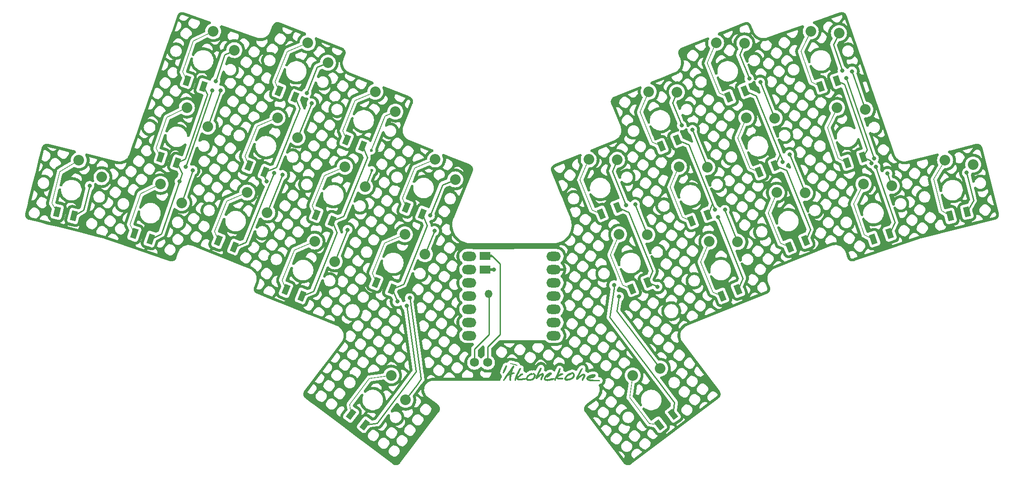
<source format=gbr>
%TF.GenerationSoftware,KiCad,Pcbnew,8.0.5*%
%TF.CreationDate,2024-09-08T16:42:38+10:00*%
%TF.ProjectId,akohekohe_min_choc,616b6f68-656b-46f6-9865-5f6d696e5f63,0.1*%
%TF.SameCoordinates,Original*%
%TF.FileFunction,Copper,L1,Top*%
%TF.FilePolarity,Positive*%
%FSLAX46Y46*%
G04 Gerber Fmt 4.6, Leading zero omitted, Abs format (unit mm)*
G04 Created by KiCad (PCBNEW 8.0.5) date 2024-09-08 16:42:38*
%MOMM*%
%LPD*%
G01*
G04 APERTURE LIST*
G04 Aperture macros list*
%AMRotRect*
0 Rectangle, with rotation*
0 The origin of the aperture is its center*
0 $1 length*
0 $2 width*
0 $3 Rotation angle, in degrees counterclockwise*
0 Add horizontal line*
21,1,$1,$2,0,0,$3*%
%AMFreePoly0*
4,1,22,0.550000,-0.458076,1.395962,-1.304038,1.410052,-1.325125,1.410052,-1.325126,1.415000,-1.350000,1.415000,-7.600000,1.410053,-7.624874,1.395962,-7.645962,-1.604038,-10.645962,-1.625125,-10.660052,-1.674875,-10.660052,-1.710052,-10.624875,-1.710052,-10.575125,-1.695962,-10.554038,1.285000,-7.573076,1.285000,-1.376924,0.550000,-0.641924,0.550000,-0.950000,-0.550000,-0.950000,-0.550000,0.950000,
0.550000,0.950000,0.550000,-0.458076,0.550000,-0.458076,$1*%
%AMFreePoly1*
4,1,13,0.750000,-1.050000,0.229000,-1.050000,0.229000,-1.335200,0.214355,-1.370555,0.179000,-1.385200,-0.176600,-1.385200,-0.211955,-1.370555,-0.226600,-1.335200,-0.226600,-1.050000,-0.750000,-1.050000,-0.750000,1.050000,0.750000,1.050000,0.750000,-1.050000,0.750000,-1.050000,$1*%
%AMFreePoly2*
4,1,13,0.750000,-1.050000,0.228600,-1.050000,0.228600,-1.335200,0.213955,-1.370555,0.178600,-1.385200,-0.177000,-1.385200,-0.212355,-1.370555,-0.227000,-1.335200,-0.227000,-1.050000,-0.750000,-1.050000,-0.750000,1.050000,0.750000,1.050000,0.750000,-1.050000,0.750000,-1.050000,$1*%
G04 Aperture macros list end*
%TA.AperFunction,EtchedComponent*%
%ADD10C,0.150000*%
%TD*%
%TA.AperFunction,EtchedComponent*%
%ADD11C,0.000000*%
%TD*%
%TA.AperFunction,SMDPad,CuDef*%
%ADD12RotRect,1.100000X1.900000X202.000000*%
%TD*%
%TA.AperFunction,SMDPad,CuDef*%
%ADD13FreePoly0,202.000000*%
%TD*%
%TA.AperFunction,ComponentPad*%
%ADD14C,2.032000*%
%TD*%
%TA.AperFunction,SMDPad,CuDef*%
%ADD15RotRect,1.100000X1.900000X199.000000*%
%TD*%
%TA.AperFunction,SMDPad,CuDef*%
%ADD16FreePoly0,199.000000*%
%TD*%
%TA.AperFunction,SMDPad,CuDef*%
%ADD17RotRect,1.100000X1.900000X158.000000*%
%TD*%
%TA.AperFunction,SMDPad,CuDef*%
%ADD18FreePoly0,158.000000*%
%TD*%
%TA.AperFunction,SMDPad,CuDef*%
%ADD19RotRect,1.100000X1.900000X194.000000*%
%TD*%
%TA.AperFunction,SMDPad,CuDef*%
%ADD20FreePoly0,194.000000*%
%TD*%
%TA.AperFunction,SMDPad,CuDef*%
%ADD21FreePoly1,90.000000*%
%TD*%
%TA.AperFunction,SMDPad,CuDef*%
%ADD22FreePoly2,90.000000*%
%TD*%
%TA.AperFunction,SMDPad,CuDef*%
%ADD23RotRect,1.100000X1.900000X161.000000*%
%TD*%
%TA.AperFunction,SMDPad,CuDef*%
%ADD24FreePoly0,161.000000*%
%TD*%
%TA.AperFunction,SMDPad,CuDef*%
%ADD25RotRect,1.100000X1.900000X217.000000*%
%TD*%
%TA.AperFunction,SMDPad,CuDef*%
%ADD26FreePoly0,217.000000*%
%TD*%
%TA.AperFunction,ComponentPad*%
%ADD27C,1.752600*%
%TD*%
%TA.AperFunction,ComponentPad*%
%ADD28O,2.750000X1.800000*%
%TD*%
%TA.AperFunction,SMDPad,CuDef*%
%ADD29RotRect,1.100000X1.900000X143.000000*%
%TD*%
%TA.AperFunction,SMDPad,CuDef*%
%ADD30FreePoly0,143.000000*%
%TD*%
%TA.AperFunction,ComponentPad*%
%ADD31O,1.500000X1.500000*%
%TD*%
%TA.AperFunction,SMDPad,CuDef*%
%ADD32RotRect,1.100000X1.900000X166.000000*%
%TD*%
%TA.AperFunction,SMDPad,CuDef*%
%ADD33FreePoly0,166.000000*%
%TD*%
%TA.AperFunction,ViaPad*%
%ADD34C,0.800000*%
%TD*%
%TA.AperFunction,ViaPad*%
%ADD35C,0.600000*%
%TD*%
%TA.AperFunction,Conductor*%
%ADD36C,0.250000*%
%TD*%
%TA.AperFunction,Conductor*%
%ADD37C,0.200000*%
%TD*%
G04 APERTURE END LIST*
D10*
%TO.C,G\u002A\u002A\u002A*%
X159994372Y-139564233D02*
X160008826Y-139599756D01*
X160006194Y-139669323D01*
X159975636Y-139791025D01*
X159923127Y-139950362D01*
X159854628Y-140132913D01*
X159776100Y-140324218D01*
X159693505Y-140509808D01*
X159612823Y-140675235D01*
X159540004Y-140806029D01*
X159481019Y-140887744D01*
X159474971Y-140893735D01*
X159426538Y-140930611D01*
X159402222Y-140911309D01*
X159394267Y-140890317D01*
X159397553Y-140824288D01*
X159427514Y-140705448D01*
X159478359Y-140548277D01*
X159544312Y-140367250D01*
X159619548Y-140176828D01*
X159698313Y-139991504D01*
X159774809Y-139825747D01*
X159843246Y-139694024D01*
X159897821Y-139610838D01*
X159911583Y-139596699D01*
X159967673Y-139554959D01*
X159994372Y-139564233D01*
%TA.AperFunction,EtchedComponent*%
G36*
X159994372Y-139564233D02*
G01*
X160008826Y-139599756D01*
X160006194Y-139669323D01*
X159975636Y-139791025D01*
X159923127Y-139950362D01*
X159854628Y-140132913D01*
X159776100Y-140324218D01*
X159693505Y-140509808D01*
X159612823Y-140675235D01*
X159540004Y-140806029D01*
X159481019Y-140887744D01*
X159474971Y-140893735D01*
X159426538Y-140930611D01*
X159402222Y-140911309D01*
X159394267Y-140890317D01*
X159397553Y-140824288D01*
X159427514Y-140705448D01*
X159478359Y-140548277D01*
X159544312Y-140367250D01*
X159619548Y-140176828D01*
X159698313Y-139991504D01*
X159774809Y-139825747D01*
X159843246Y-139694024D01*
X159897821Y-139610838D01*
X159911583Y-139596699D01*
X159967673Y-139554959D01*
X159994372Y-139564233D01*
G37*
%TD.AperFunction*%
D11*
%TA.AperFunction,EtchedComponent*%
G36*
X160909669Y-139101070D02*
G01*
X161071864Y-139132374D01*
X161259569Y-139175754D01*
X161457743Y-139227254D01*
X161651286Y-139282835D01*
X161825131Y-139338559D01*
X161964206Y-139390437D01*
X162053435Y-139434477D01*
X162069141Y-139446399D01*
X162117407Y-139496984D01*
X162111451Y-139524612D01*
X162077957Y-139543290D01*
X162008579Y-139549156D01*
X161884084Y-139533658D01*
X161719521Y-139500961D01*
X161529979Y-139455222D01*
X161389967Y-139402665D01*
X161191909Y-139343176D01*
X160962240Y-139281311D01*
X160823539Y-139224973D01*
X160735250Y-139176387D01*
X160728562Y-139171112D01*
X160686057Y-139127533D01*
X160702262Y-139101043D01*
X160722121Y-139090591D01*
X160788058Y-139085808D01*
X160909669Y-139101070D01*
G37*
%TD.AperFunction*%
D10*
X162695009Y-140071005D02*
X162711210Y-140111143D01*
X162702600Y-140179161D01*
X162666160Y-140282610D01*
X162598855Y-140429068D01*
X162497662Y-140626091D01*
X162400782Y-140805948D01*
X162304142Y-140994268D01*
X162194339Y-141226137D01*
X162083554Y-141474837D01*
X161983973Y-141713648D01*
X161964789Y-141762187D01*
X161889498Y-141952454D01*
X161822118Y-142118144D01*
X161767886Y-142246722D01*
X161732046Y-142325646D01*
X161721547Y-142343955D01*
X161680432Y-142343533D01*
X161651928Y-142317684D01*
X161631822Y-142258808D01*
X161639322Y-142163503D01*
X161676399Y-142024538D01*
X161744998Y-141834692D01*
X161847070Y-141586745D01*
X161853626Y-141571433D01*
X162031484Y-141163320D01*
X162185939Y-140823230D01*
X162318362Y-140548733D01*
X162430124Y-140337368D01*
X162522598Y-140186693D01*
X162597153Y-140094260D01*
X162655165Y-140057633D01*
X162695009Y-140071005D01*
%TA.AperFunction,EtchedComponent*%
G36*
X162695009Y-140071005D02*
G01*
X162711210Y-140111143D01*
X162702600Y-140179161D01*
X162666160Y-140282610D01*
X162598855Y-140429068D01*
X162497662Y-140626091D01*
X162400782Y-140805948D01*
X162304142Y-140994268D01*
X162194339Y-141226137D01*
X162083554Y-141474837D01*
X161983973Y-141713648D01*
X161964789Y-141762187D01*
X161889498Y-141952454D01*
X161822118Y-142118144D01*
X161767886Y-142246722D01*
X161732046Y-142325646D01*
X161721547Y-142343955D01*
X161680432Y-142343533D01*
X161651928Y-142317684D01*
X161631822Y-142258808D01*
X161639322Y-142163503D01*
X161676399Y-142024538D01*
X161744998Y-141834692D01*
X161847070Y-141586745D01*
X161853626Y-141571433D01*
X162031484Y-141163320D01*
X162185939Y-140823230D01*
X162318362Y-140548733D01*
X162430124Y-140337368D01*
X162522598Y-140186693D01*
X162597153Y-140094260D01*
X162655165Y-140057633D01*
X162695009Y-140071005D01*
G37*
%TD.AperFunction*%
X163036635Y-141135176D02*
X163062065Y-141159379D01*
X163100745Y-141212546D01*
X163103007Y-141234634D01*
X163065348Y-141259292D01*
X162980773Y-141312751D01*
X162865913Y-141384505D01*
X162837758Y-141401993D01*
X162686902Y-141504639D01*
X162516344Y-141634285D01*
X162359466Y-141765373D01*
X162338544Y-141784167D01*
X162219169Y-141896058D01*
X162150721Y-141970608D01*
X162126065Y-142017463D01*
X162138068Y-142046290D01*
X162142386Y-142049516D01*
X162214173Y-142071873D01*
X162342821Y-142087438D01*
X162510756Y-142095654D01*
X162700428Y-142095974D01*
X162894226Y-142087837D01*
X163019746Y-142077157D01*
X163271705Y-142051744D01*
X163458558Y-142036653D01*
X163589146Y-142031642D01*
X163672319Y-142036566D01*
X163716975Y-142051244D01*
X163727951Y-142062768D01*
X163715306Y-142103336D01*
X163640318Y-142144554D01*
X163515302Y-142184731D01*
X163352553Y-142222139D01*
X163164413Y-142255082D01*
X162963194Y-142281847D01*
X162761216Y-142300717D01*
X162570793Y-142310002D01*
X162404228Y-142307970D01*
X162273866Y-142292924D01*
X162210084Y-142273427D01*
X162076520Y-142188109D01*
X162008524Y-142082139D01*
X161995573Y-141972420D01*
X162003372Y-141908573D01*
X162028308Y-141848465D01*
X162080132Y-141779438D01*
X162168514Y-141688826D01*
X162303162Y-141563974D01*
X162320921Y-141547871D01*
X162468861Y-141421378D01*
X162617999Y-141306554D01*
X162748472Y-141218046D01*
X162822894Y-141177410D01*
X162930910Y-141132721D01*
X162994583Y-141119209D01*
X163036635Y-141135176D01*
%TA.AperFunction,EtchedComponent*%
G36*
X163036635Y-141135176D02*
G01*
X163062065Y-141159379D01*
X163100745Y-141212546D01*
X163103007Y-141234634D01*
X163065348Y-141259292D01*
X162980773Y-141312751D01*
X162865913Y-141384505D01*
X162837758Y-141401993D01*
X162686902Y-141504639D01*
X162516344Y-141634285D01*
X162359466Y-141765373D01*
X162338544Y-141784167D01*
X162219169Y-141896058D01*
X162150721Y-141970608D01*
X162126065Y-142017463D01*
X162138068Y-142046290D01*
X162142386Y-142049516D01*
X162214173Y-142071873D01*
X162342821Y-142087438D01*
X162510756Y-142095654D01*
X162700428Y-142095974D01*
X162894226Y-142087837D01*
X163019746Y-142077157D01*
X163271705Y-142051744D01*
X163458558Y-142036653D01*
X163589146Y-142031642D01*
X163672319Y-142036566D01*
X163716975Y-142051244D01*
X163727951Y-142062768D01*
X163715306Y-142103336D01*
X163640318Y-142144554D01*
X163515302Y-142184731D01*
X163352553Y-142222139D01*
X163164413Y-142255082D01*
X162963194Y-142281847D01*
X162761216Y-142300717D01*
X162570793Y-142310002D01*
X162404228Y-142307970D01*
X162273866Y-142292924D01*
X162210084Y-142273427D01*
X162076520Y-142188109D01*
X162008524Y-142082139D01*
X161995573Y-141972420D01*
X162003372Y-141908573D01*
X162028308Y-141848465D01*
X162080132Y-141779438D01*
X162168514Y-141688826D01*
X162303162Y-141563974D01*
X162320921Y-141547871D01*
X162468861Y-141421378D01*
X162617999Y-141306554D01*
X162748472Y-141218046D01*
X162822894Y-141177410D01*
X162930910Y-141132721D01*
X162994583Y-141119209D01*
X163036635Y-141135176D01*
G37*
%TD.AperFunction*%
X172610517Y-140881868D02*
X172749727Y-140920954D01*
X172866702Y-141017164D01*
X172954078Y-141154378D01*
X173004553Y-141316536D01*
X173010747Y-141487522D01*
X172965332Y-141651261D01*
X172963421Y-141655228D01*
X172837681Y-141837363D01*
X172654138Y-142004316D01*
X172429289Y-142148686D01*
X172179620Y-142263114D01*
X171921628Y-142340204D01*
X171671809Y-142372581D01*
X171446655Y-142352858D01*
X171419892Y-142346037D01*
X171319020Y-142291672D01*
X171226767Y-142200031D01*
X171164744Y-142096634D01*
X171150986Y-142029275D01*
X171182578Y-141897734D01*
X171261231Y-141753562D01*
X171376945Y-141604271D01*
X171519757Y-141457430D01*
X171679672Y-141320585D01*
X171846713Y-141201265D01*
X172010891Y-141107020D01*
X172162239Y-141045401D01*
X172290745Y-141023919D01*
X172386442Y-141050149D01*
X172413222Y-141075587D01*
X172431576Y-141123478D01*
X172399092Y-141166488D01*
X172307068Y-141212320D01*
X172224625Y-141242668D01*
X172008291Y-141339967D01*
X171786966Y-141477039D01*
X171596177Y-141631227D01*
X171561496Y-141665537D01*
X171449637Y-141796775D01*
X171367366Y-141923607D01*
X171322145Y-142031490D01*
X171321455Y-142105872D01*
X171329231Y-142117642D01*
X171383358Y-142135975D01*
X171495023Y-142147641D01*
X171647215Y-142151016D01*
X171676353Y-142150650D01*
X171958339Y-142120933D01*
X172226640Y-142046480D01*
X172465814Y-141934228D01*
X172660425Y-141791087D01*
X172773770Y-141658787D01*
X172841604Y-141508135D01*
X172838501Y-141359833D01*
X172785545Y-141232946D01*
X172722980Y-141143568D01*
X172640530Y-141079443D01*
X172513888Y-141022830D01*
X172480799Y-141010745D01*
X172440102Y-140975685D01*
X172456343Y-140932923D01*
X172515085Y-140896816D01*
X172601884Y-140881709D01*
X172610517Y-140881868D01*
%TA.AperFunction,EtchedComponent*%
G36*
X172610517Y-140881868D02*
G01*
X172749727Y-140920954D01*
X172866702Y-141017164D01*
X172954078Y-141154378D01*
X173004553Y-141316536D01*
X173010747Y-141487522D01*
X172965332Y-141651261D01*
X172963421Y-141655228D01*
X172837681Y-141837363D01*
X172654138Y-142004316D01*
X172429289Y-142148686D01*
X172179620Y-142263114D01*
X171921628Y-142340204D01*
X171671809Y-142372581D01*
X171446655Y-142352858D01*
X171419892Y-142346037D01*
X171319020Y-142291672D01*
X171226767Y-142200031D01*
X171164744Y-142096634D01*
X171150986Y-142029275D01*
X171182578Y-141897734D01*
X171261231Y-141753562D01*
X171376945Y-141604271D01*
X171519757Y-141457430D01*
X171679672Y-141320585D01*
X171846713Y-141201265D01*
X172010891Y-141107020D01*
X172162239Y-141045401D01*
X172290745Y-141023919D01*
X172386442Y-141050149D01*
X172413222Y-141075587D01*
X172431576Y-141123478D01*
X172399092Y-141166488D01*
X172307068Y-141212320D01*
X172224625Y-141242668D01*
X172008291Y-141339967D01*
X171786966Y-141477039D01*
X171596177Y-141631227D01*
X171561496Y-141665537D01*
X171449637Y-141796775D01*
X171367366Y-141923607D01*
X171322145Y-142031490D01*
X171321455Y-142105872D01*
X171329231Y-142117642D01*
X171383358Y-142135975D01*
X171495023Y-142147641D01*
X171647215Y-142151016D01*
X171676353Y-142150650D01*
X171958339Y-142120933D01*
X172226640Y-142046480D01*
X172465814Y-141934228D01*
X172660425Y-141791087D01*
X172773770Y-141658787D01*
X172841604Y-141508135D01*
X172838501Y-141359833D01*
X172785545Y-141232946D01*
X172722980Y-141143568D01*
X172640530Y-141079443D01*
X172513888Y-141022830D01*
X172480799Y-141010745D01*
X172440102Y-140975685D01*
X172456343Y-140932923D01*
X172515085Y-140896816D01*
X172601884Y-140881709D01*
X172610517Y-140881868D01*
G37*
%TD.AperFunction*%
X170219162Y-140135447D02*
X170260027Y-140188583D01*
X170263441Y-140300521D01*
X170230789Y-140466268D01*
X170163486Y-140680798D01*
X170062909Y-140939118D01*
X169930449Y-141236214D01*
X169888384Y-141324536D01*
X169819446Y-141467411D01*
X170003971Y-141342754D01*
X170219743Y-141213229D01*
X170411482Y-141130304D01*
X170571484Y-141096019D01*
X170692068Y-141112409D01*
X170741776Y-141146891D01*
X170762640Y-141194256D01*
X170724526Y-141236469D01*
X170621046Y-141278821D01*
X170559506Y-141297089D01*
X170425534Y-141346858D01*
X170272702Y-141422906D01*
X170115592Y-141515406D01*
X169968828Y-141614553D01*
X169847021Y-141710530D01*
X169764778Y-141793519D01*
X169736616Y-141849871D01*
X169752942Y-141889944D01*
X169810458Y-141919190D01*
X169917153Y-141939012D01*
X170081050Y-141950771D01*
X170310176Y-141955848D01*
X170354138Y-141956139D01*
X170561258Y-141959826D01*
X170700798Y-141968992D01*
X170779735Y-141984335D01*
X170804439Y-142002954D01*
X170788195Y-142053355D01*
X170704307Y-142096214D01*
X170550262Y-142132448D01*
X170390227Y-142155473D01*
X170108180Y-142169742D01*
X169878913Y-142139258D01*
X169705882Y-142064613D01*
X169660428Y-142029257D01*
X169556046Y-141935011D01*
X169451353Y-142155027D01*
X169383822Y-142286408D01*
X169333149Y-142355350D01*
X169291303Y-142369818D01*
X169258293Y-142347042D01*
X169241651Y-142316059D01*
X169242066Y-142268564D01*
X169263070Y-142195543D01*
X169308170Y-142087989D01*
X169380903Y-141936877D01*
X169484789Y-141733197D01*
X169538607Y-141629713D01*
X169680627Y-141345105D01*
X169804272Y-141072726D01*
X169901366Y-140831272D01*
X169949360Y-140690007D01*
X170026679Y-140450318D01*
X170092631Y-140280370D01*
X170149053Y-140176367D01*
X170197783Y-140134503D01*
X170219162Y-140135447D01*
%TA.AperFunction,EtchedComponent*%
G36*
X170219162Y-140135447D02*
G01*
X170260027Y-140188583D01*
X170263441Y-140300521D01*
X170230789Y-140466268D01*
X170163486Y-140680798D01*
X170062909Y-140939118D01*
X169930449Y-141236214D01*
X169888384Y-141324536D01*
X169819446Y-141467411D01*
X170003971Y-141342754D01*
X170219743Y-141213229D01*
X170411482Y-141130304D01*
X170571484Y-141096019D01*
X170692068Y-141112409D01*
X170741776Y-141146891D01*
X170762640Y-141194256D01*
X170724526Y-141236469D01*
X170621046Y-141278821D01*
X170559506Y-141297089D01*
X170425534Y-141346858D01*
X170272702Y-141422906D01*
X170115592Y-141515406D01*
X169968828Y-141614553D01*
X169847021Y-141710530D01*
X169764778Y-141793519D01*
X169736616Y-141849871D01*
X169752942Y-141889944D01*
X169810458Y-141919190D01*
X169917153Y-141939012D01*
X170081050Y-141950771D01*
X170310176Y-141955848D01*
X170354138Y-141956139D01*
X170561258Y-141959826D01*
X170700798Y-141968992D01*
X170779735Y-141984335D01*
X170804439Y-142002954D01*
X170788195Y-142053355D01*
X170704307Y-142096214D01*
X170550262Y-142132448D01*
X170390227Y-142155473D01*
X170108180Y-142169742D01*
X169878913Y-142139258D01*
X169705882Y-142064613D01*
X169660428Y-142029257D01*
X169556046Y-141935011D01*
X169451353Y-142155027D01*
X169383822Y-142286408D01*
X169333149Y-142355350D01*
X169291303Y-142369818D01*
X169258293Y-142347042D01*
X169241651Y-142316059D01*
X169242066Y-142268564D01*
X169263070Y-142195543D01*
X169308170Y-142087989D01*
X169380903Y-141936877D01*
X169484789Y-141733197D01*
X169538607Y-141629713D01*
X169680627Y-141345105D01*
X169804272Y-141072726D01*
X169901366Y-140831272D01*
X169949360Y-140690007D01*
X170026679Y-140450318D01*
X170092631Y-140280370D01*
X170149053Y-140176367D01*
X170197783Y-140134503D01*
X170219162Y-140135447D01*
G37*
%TD.AperFunction*%
X165308544Y-141069046D02*
X165405864Y-141156452D01*
X165420788Y-141174051D01*
X165494571Y-141282116D01*
X165523638Y-141388220D01*
X165525053Y-141486037D01*
X165480472Y-141709540D01*
X165371056Y-141923000D01*
X165206577Y-142113679D01*
X164996852Y-142268846D01*
X164875267Y-142330358D01*
X164736707Y-142373138D01*
X164563664Y-142402171D01*
X164380671Y-142415978D01*
X164212277Y-142413069D01*
X164083011Y-142391938D01*
X164052627Y-142380478D01*
X163959724Y-142311554D01*
X163872034Y-142207527D01*
X163808692Y-142095312D01*
X163788337Y-142008684D01*
X163819811Y-141862525D01*
X163907321Y-141702835D01*
X164055379Y-141522484D01*
X164167399Y-141408843D01*
X164353403Y-141242182D01*
X164510642Y-141132237D01*
X164650308Y-141072670D01*
X164783608Y-141057059D01*
X164785067Y-141057106D01*
X164881596Y-141079826D01*
X164948139Y-141129590D01*
X164966172Y-141189830D01*
X164957168Y-141210984D01*
X164903894Y-141239170D01*
X164839117Y-141245874D01*
X164695763Y-141272523D01*
X164528904Y-141356202D01*
X164352386Y-141489318D01*
X164286354Y-141550587D01*
X164144072Y-141696207D01*
X164051180Y-141809604D01*
X163998431Y-141904841D01*
X163976585Y-141995979D01*
X163974663Y-142024685D01*
X163981537Y-142107757D01*
X164023276Y-142157193D01*
X164104952Y-142193777D01*
X164285848Y-142228451D01*
X164499542Y-142220443D01*
X164721384Y-142174828D01*
X164926713Y-142096682D01*
X165090868Y-141991068D01*
X165090937Y-141991012D01*
X165203892Y-141862503D01*
X165285629Y-141710018D01*
X165331390Y-141551930D01*
X165336412Y-141406595D01*
X165295924Y-141292384D01*
X165277835Y-141270536D01*
X165197274Y-141199082D01*
X165144299Y-141160778D01*
X165101418Y-141108598D01*
X165121336Y-141061103D01*
X165193251Y-141035730D01*
X165222265Y-141034986D01*
X165308544Y-141069046D01*
%TA.AperFunction,EtchedComponent*%
G36*
X165308544Y-141069046D02*
G01*
X165405864Y-141156452D01*
X165420788Y-141174051D01*
X165494571Y-141282116D01*
X165523638Y-141388220D01*
X165525053Y-141486037D01*
X165480472Y-141709540D01*
X165371056Y-141923000D01*
X165206577Y-142113679D01*
X164996852Y-142268846D01*
X164875267Y-142330358D01*
X164736707Y-142373138D01*
X164563664Y-142402171D01*
X164380671Y-142415978D01*
X164212277Y-142413069D01*
X164083011Y-142391938D01*
X164052627Y-142380478D01*
X163959724Y-142311554D01*
X163872034Y-142207527D01*
X163808692Y-142095312D01*
X163788337Y-142008684D01*
X163819811Y-141862525D01*
X163907321Y-141702835D01*
X164055379Y-141522484D01*
X164167399Y-141408843D01*
X164353403Y-141242182D01*
X164510642Y-141132237D01*
X164650308Y-141072670D01*
X164783608Y-141057059D01*
X164785067Y-141057106D01*
X164881596Y-141079826D01*
X164948139Y-141129590D01*
X164966172Y-141189830D01*
X164957168Y-141210984D01*
X164903894Y-141239170D01*
X164839117Y-141245874D01*
X164695763Y-141272523D01*
X164528904Y-141356202D01*
X164352386Y-141489318D01*
X164286354Y-141550587D01*
X164144072Y-141696207D01*
X164051180Y-141809604D01*
X163998431Y-141904841D01*
X163976585Y-141995979D01*
X163974663Y-142024685D01*
X163981537Y-142107757D01*
X164023276Y-142157193D01*
X164104952Y-142193777D01*
X164285848Y-142228451D01*
X164499542Y-142220443D01*
X164721384Y-142174828D01*
X164926713Y-142096682D01*
X165090868Y-141991068D01*
X165090937Y-141991012D01*
X165203892Y-141862503D01*
X165285629Y-141710018D01*
X165331390Y-141551930D01*
X165336412Y-141406595D01*
X165295924Y-141292384D01*
X165277835Y-141270536D01*
X165197274Y-141199082D01*
X165144299Y-141160778D01*
X165101418Y-141108598D01*
X165121336Y-141061103D01*
X165193251Y-141035730D01*
X165222265Y-141034986D01*
X165308544Y-141069046D01*
G37*
%TD.AperFunction*%
X174546868Y-140076707D02*
X174549771Y-140079608D01*
X174551717Y-140113153D01*
X174527103Y-140186042D01*
X174473554Y-140303106D01*
X174388694Y-140469180D01*
X174270157Y-140689086D01*
X174115565Y-140967677D01*
X174099758Y-140995867D01*
X173609747Y-141869232D01*
X173812457Y-141708424D01*
X174070437Y-141511513D01*
X174287655Y-141363821D01*
X174474006Y-141259644D01*
X174639379Y-141193268D01*
X174752632Y-141165387D01*
X174882067Y-141174899D01*
X174986719Y-141241502D01*
X175048049Y-141349201D01*
X175056283Y-141427837D01*
X175037171Y-141500239D01*
X174990157Y-141616615D01*
X174923115Y-141761795D01*
X174843982Y-141920603D01*
X174760604Y-142077889D01*
X174680909Y-142218447D01*
X174612784Y-142327116D01*
X174564121Y-142388725D01*
X174552043Y-142396741D01*
X174506240Y-142378188D01*
X174489971Y-142349662D01*
X174491969Y-142264244D01*
X174535111Y-142122112D01*
X174617715Y-141927778D01*
X174733228Y-141695053D01*
X174798689Y-141564578D01*
X174847934Y-141456382D01*
X174872261Y-141389883D01*
X174873424Y-141382423D01*
X174848593Y-141338464D01*
X174775197Y-141337994D01*
X174661884Y-141376543D01*
X174517313Y-141449559D01*
X174350165Y-141552542D01*
X174169074Y-141680994D01*
X173982714Y-141830386D01*
X173936074Y-141870684D01*
X173773402Y-142011000D01*
X173655015Y-142105232D01*
X173570973Y-142158639D01*
X173511322Y-142176511D01*
X173466118Y-142164083D01*
X173434286Y-142136557D01*
X173402595Y-142081113D01*
X173399686Y-142005280D01*
X173428534Y-141899792D01*
X173492131Y-141755387D01*
X173593456Y-141562781D01*
X173653444Y-141455644D01*
X173770186Y-141245484D01*
X173894375Y-141014739D01*
X174010517Y-140792565D01*
X174096639Y-140621434D01*
X174210249Y-140406745D01*
X174316751Y-140239342D01*
X174411469Y-140124812D01*
X174489733Y-140068738D01*
X174546868Y-140076707D01*
%TA.AperFunction,EtchedComponent*%
G36*
X174546868Y-140076707D02*
G01*
X174549771Y-140079608D01*
X174551717Y-140113153D01*
X174527103Y-140186042D01*
X174473554Y-140303106D01*
X174388694Y-140469180D01*
X174270157Y-140689086D01*
X174115565Y-140967677D01*
X174099758Y-140995867D01*
X173609747Y-141869232D01*
X173812457Y-141708424D01*
X174070437Y-141511513D01*
X174287655Y-141363821D01*
X174474006Y-141259644D01*
X174639379Y-141193268D01*
X174752632Y-141165387D01*
X174882067Y-141174899D01*
X174986719Y-141241502D01*
X175048049Y-141349201D01*
X175056283Y-141427837D01*
X175037171Y-141500239D01*
X174990157Y-141616615D01*
X174923115Y-141761795D01*
X174843982Y-141920603D01*
X174760604Y-142077889D01*
X174680909Y-142218447D01*
X174612784Y-142327116D01*
X174564121Y-142388725D01*
X174552043Y-142396741D01*
X174506240Y-142378188D01*
X174489971Y-142349662D01*
X174491969Y-142264244D01*
X174535111Y-142122112D01*
X174617715Y-141927778D01*
X174733228Y-141695053D01*
X174798689Y-141564578D01*
X174847934Y-141456382D01*
X174872261Y-141389883D01*
X174873424Y-141382423D01*
X174848593Y-141338464D01*
X174775197Y-141337994D01*
X174661884Y-141376543D01*
X174517313Y-141449559D01*
X174350165Y-141552542D01*
X174169074Y-141680994D01*
X173982714Y-141830386D01*
X173936074Y-141870684D01*
X173773402Y-142011000D01*
X173655015Y-142105232D01*
X173570973Y-142158639D01*
X173511322Y-142176511D01*
X173466118Y-142164083D01*
X173434286Y-142136557D01*
X173402595Y-142081113D01*
X173399686Y-142005280D01*
X173428534Y-141899792D01*
X173492131Y-141755387D01*
X173593456Y-141562781D01*
X173653444Y-141455644D01*
X173770186Y-141245484D01*
X173894375Y-141014739D01*
X174010517Y-140792565D01*
X174096639Y-140621434D01*
X174210249Y-140406745D01*
X174316751Y-140239342D01*
X174411469Y-140124812D01*
X174489733Y-140068738D01*
X174546868Y-140076707D01*
G37*
%TD.AperFunction*%
X166634269Y-139987623D02*
X166655776Y-140046658D01*
X166633895Y-140165275D01*
X166568926Y-140342512D01*
X166461215Y-140577364D01*
X166430899Y-140638463D01*
X166335854Y-140829579D01*
X166235937Y-141033347D01*
X166146335Y-141218779D01*
X166106463Y-141302663D01*
X165970827Y-141590782D01*
X166210916Y-141403451D01*
X166377626Y-141285228D01*
X166550067Y-141183033D01*
X166710567Y-141105806D01*
X166841460Y-141062518D01*
X166895746Y-141056426D01*
X166984557Y-141091840D01*
X167059229Y-141175256D01*
X167098874Y-141280340D01*
X167100726Y-141315507D01*
X167082310Y-141405687D01*
X167039596Y-141529683D01*
X167000436Y-141620342D01*
X166927419Y-141774958D01*
X166846626Y-141946772D01*
X166805336Y-142034877D01*
X166742545Y-142166510D01*
X166701217Y-142240018D01*
X166671865Y-142265270D01*
X166645008Y-142252133D01*
X166622423Y-142225159D01*
X166597073Y-142152764D01*
X166607817Y-142041656D01*
X166656413Y-141884761D01*
X166744619Y-141674984D01*
X166775609Y-141608042D01*
X166854376Y-141435769D01*
X166899751Y-141320995D01*
X166912806Y-141254879D01*
X166894638Y-141228655D01*
X166846339Y-141233496D01*
X166821050Y-141241407D01*
X166643196Y-141327614D01*
X166429567Y-141476636D01*
X166182309Y-141686914D01*
X166056685Y-141804921D01*
X165918180Y-141936460D01*
X165821657Y-142021476D01*
X165756917Y-142066916D01*
X165713772Y-142079723D01*
X165682025Y-142066837D01*
X165677587Y-142063091D01*
X165630337Y-141995813D01*
X165621570Y-141956508D01*
X165638057Y-141904922D01*
X165682142Y-141799861D01*
X165747911Y-141654631D01*
X165829427Y-141482517D01*
X165869197Y-141400793D01*
X165974050Y-141182258D01*
X166082955Y-140947065D01*
X166183725Y-140722055D01*
X166264129Y-140534019D01*
X166270885Y-140517542D01*
X166368216Y-140298181D01*
X166458566Y-140132262D01*
X166538368Y-140024979D01*
X166604058Y-139981533D01*
X166634269Y-139987623D01*
%TA.AperFunction,EtchedComponent*%
G36*
X166634269Y-139987623D02*
G01*
X166655776Y-140046658D01*
X166633895Y-140165275D01*
X166568926Y-140342512D01*
X166461215Y-140577364D01*
X166430899Y-140638463D01*
X166335854Y-140829579D01*
X166235937Y-141033347D01*
X166146335Y-141218779D01*
X166106463Y-141302663D01*
X165970827Y-141590782D01*
X166210916Y-141403451D01*
X166377626Y-141285228D01*
X166550067Y-141183033D01*
X166710567Y-141105806D01*
X166841460Y-141062518D01*
X166895746Y-141056426D01*
X166984557Y-141091840D01*
X167059229Y-141175256D01*
X167098874Y-141280340D01*
X167100726Y-141315507D01*
X167082310Y-141405687D01*
X167039596Y-141529683D01*
X167000436Y-141620342D01*
X166927419Y-141774958D01*
X166846626Y-141946772D01*
X166805336Y-142034877D01*
X166742545Y-142166510D01*
X166701217Y-142240018D01*
X166671865Y-142265270D01*
X166645008Y-142252133D01*
X166622423Y-142225159D01*
X166597073Y-142152764D01*
X166607817Y-142041656D01*
X166656413Y-141884761D01*
X166744619Y-141674984D01*
X166775609Y-141608042D01*
X166854376Y-141435769D01*
X166899751Y-141320995D01*
X166912806Y-141254879D01*
X166894638Y-141228655D01*
X166846339Y-141233496D01*
X166821050Y-141241407D01*
X166643196Y-141327614D01*
X166429567Y-141476636D01*
X166182309Y-141686914D01*
X166056685Y-141804921D01*
X165918180Y-141936460D01*
X165821657Y-142021476D01*
X165756917Y-142066916D01*
X165713772Y-142079723D01*
X165682025Y-142066837D01*
X165677587Y-142063091D01*
X165630337Y-141995813D01*
X165621570Y-141956508D01*
X165638057Y-141904922D01*
X165682142Y-141799861D01*
X165747911Y-141654631D01*
X165829427Y-141482517D01*
X165869197Y-141400793D01*
X165974050Y-141182258D01*
X166082955Y-140947065D01*
X166183725Y-140722055D01*
X166264129Y-140534019D01*
X166270885Y-140517542D01*
X166368216Y-140298181D01*
X166458566Y-140132262D01*
X166538368Y-140024979D01*
X166604058Y-139981533D01*
X166634269Y-139987623D01*
G37*
%TD.AperFunction*%
X168494018Y-140936586D02*
X168581851Y-141004329D01*
X168584766Y-141008697D01*
X168617414Y-141097343D01*
X168598991Y-141158763D01*
X168552092Y-141211629D01*
X168461657Y-141292883D01*
X168342080Y-141391545D01*
X168207755Y-141496603D01*
X168073077Y-141597058D01*
X167952432Y-141681900D01*
X167860221Y-141740147D01*
X167811310Y-141760805D01*
X167761902Y-141737856D01*
X167768204Y-141679203D01*
X167824593Y-141591810D01*
X167925480Y-141482638D01*
X168065219Y-141358679D01*
X168238238Y-141226881D01*
X168244826Y-141222207D01*
X168359791Y-141140941D01*
X168226964Y-141198584D01*
X168051032Y-141291386D01*
X167874523Y-141413088D01*
X167708966Y-141552303D01*
X167565882Y-141697641D01*
X167456815Y-141837715D01*
X167393285Y-141961135D01*
X167382188Y-142033097D01*
X167395058Y-142096061D01*
X167433492Y-142137892D01*
X167515709Y-142172660D01*
X167594120Y-142196099D01*
X167751291Y-142226300D01*
X167930787Y-142231379D01*
X168144247Y-142210193D01*
X168403318Y-142161615D01*
X168710660Y-142086838D01*
X168876102Y-142047386D01*
X169019231Y-142020518D01*
X169122028Y-142009159D01*
X169161760Y-142012606D01*
X169193352Y-142047495D01*
X169159885Y-142092469D01*
X169069835Y-142144403D01*
X168931681Y-142200159D01*
X168753885Y-142256605D01*
X168544922Y-142310610D01*
X168313268Y-142359042D01*
X168150551Y-142386653D01*
X167950799Y-142414600D01*
X167803984Y-142426444D01*
X167689980Y-142421632D01*
X167588653Y-142399614D01*
X167502366Y-142368913D01*
X167350166Y-142278978D01*
X167242678Y-142155173D01*
X167202840Y-142055657D01*
X167212897Y-141928701D01*
X167290614Y-141772712D01*
X167435325Y-141588816D01*
X167572360Y-141447703D01*
X167806160Y-141238611D01*
X167957999Y-141126545D01*
X168378982Y-141126545D01*
X168396995Y-141145854D01*
X168416312Y-141127846D01*
X168398298Y-141108532D01*
X168378982Y-141126545D01*
X167957999Y-141126545D01*
X167977018Y-141112508D01*
X168019691Y-141081015D01*
X168208476Y-140976859D01*
X168368073Y-140928069D01*
X168494018Y-140936586D01*
%TA.AperFunction,EtchedComponent*%
G36*
X168494018Y-140936586D02*
G01*
X168581851Y-141004329D01*
X168584766Y-141008697D01*
X168617414Y-141097343D01*
X168598991Y-141158763D01*
X168552092Y-141211629D01*
X168461657Y-141292883D01*
X168342080Y-141391545D01*
X168207755Y-141496603D01*
X168073077Y-141597058D01*
X167952432Y-141681900D01*
X167860221Y-141740147D01*
X167811310Y-141760805D01*
X167761902Y-141737856D01*
X167768204Y-141679203D01*
X167824593Y-141591810D01*
X167925480Y-141482638D01*
X168065219Y-141358679D01*
X168238238Y-141226881D01*
X168244826Y-141222207D01*
X168359791Y-141140941D01*
X168226964Y-141198584D01*
X168051032Y-141291386D01*
X167874523Y-141413088D01*
X167708966Y-141552303D01*
X167565882Y-141697641D01*
X167456815Y-141837715D01*
X167393285Y-141961135D01*
X167382188Y-142033097D01*
X167395058Y-142096061D01*
X167433492Y-142137892D01*
X167515709Y-142172660D01*
X167594120Y-142196099D01*
X167751291Y-142226300D01*
X167930787Y-142231379D01*
X168144247Y-142210193D01*
X168403318Y-142161615D01*
X168710660Y-142086838D01*
X168876102Y-142047386D01*
X169019231Y-142020518D01*
X169122028Y-142009159D01*
X169161760Y-142012606D01*
X169193352Y-142047495D01*
X169159885Y-142092469D01*
X169069835Y-142144403D01*
X168931681Y-142200159D01*
X168753885Y-142256605D01*
X168544922Y-142310610D01*
X168313268Y-142359042D01*
X168150551Y-142386653D01*
X167950799Y-142414600D01*
X167803984Y-142426444D01*
X167689980Y-142421632D01*
X167588653Y-142399614D01*
X167502366Y-142368913D01*
X167350166Y-142278978D01*
X167242678Y-142155173D01*
X167202840Y-142055657D01*
X167212897Y-141928701D01*
X167290614Y-141772712D01*
X167435325Y-141588816D01*
X167572360Y-141447703D01*
X167806160Y-141238611D01*
X167957999Y-141126545D01*
X168378982Y-141126545D01*
X168396995Y-141145854D01*
X168416312Y-141127846D01*
X168398298Y-141108532D01*
X168378982Y-141126545D01*
X167957999Y-141126545D01*
X167977018Y-141112508D01*
X168019691Y-141081015D01*
X168208476Y-140976859D01*
X168368073Y-140928069D01*
X168494018Y-140936586D01*
G37*
%TD.AperFunction*%
X176736218Y-141256602D02*
X176862964Y-141295624D01*
X176895994Y-141312796D01*
X176983133Y-141388270D01*
X177001727Y-141473683D01*
X176956648Y-141565002D01*
X176852759Y-141658195D01*
X176694903Y-141749230D01*
X176487950Y-141834069D01*
X176236748Y-141908685D01*
X176154963Y-141928133D01*
X175964255Y-141957703D01*
X175821270Y-141951644D01*
X175732496Y-141911368D01*
X175704435Y-141838359D01*
X175705255Y-141829009D01*
X175705906Y-141785607D01*
X175682397Y-141795572D01*
X175637453Y-141844308D01*
X175582421Y-141941707D01*
X175568503Y-142027828D01*
X175612299Y-142113708D01*
X175725913Y-142188396D01*
X175905190Y-142251042D01*
X176145942Y-142300739D01*
X176444021Y-142336666D01*
X176795241Y-142357908D01*
X177178948Y-142363700D01*
X177435150Y-142364320D01*
X177623265Y-142368840D01*
X177749860Y-142377648D01*
X177821484Y-142391156D01*
X177843180Y-142404813D01*
X177831606Y-142447837D01*
X177765248Y-142483564D01*
X177690779Y-142495206D01*
X177555963Y-142503276D01*
X177375082Y-142507959D01*
X177162406Y-142509422D01*
X176932205Y-142507835D01*
X176698752Y-142503371D01*
X176476322Y-142496200D01*
X176279182Y-142486492D01*
X176121613Y-142474419D01*
X176031432Y-142462786D01*
X175769679Y-142398285D01*
X175575107Y-142310997D01*
X175449000Y-142202141D01*
X175392596Y-142072956D01*
X175407156Y-141924674D01*
X175428506Y-141870107D01*
X175501183Y-141766506D01*
X175773587Y-141766506D01*
X175808233Y-141771541D01*
X175895907Y-141759500D01*
X176043983Y-141730294D01*
X176179470Y-141701335D01*
X176353645Y-141659084D01*
X176517519Y-141611585D01*
X176645395Y-141566594D01*
X176684817Y-141548952D01*
X176832433Y-141474150D01*
X176589075Y-141483898D01*
X176373811Y-141508851D01*
X176154501Y-141561993D01*
X175958874Y-141635161D01*
X175833913Y-141705571D01*
X175784595Y-141744488D01*
X175773587Y-141766506D01*
X175501183Y-141766506D01*
X175507688Y-141757233D01*
X175534345Y-141719205D01*
X175703941Y-141577086D01*
X175926340Y-141450334D01*
X176190617Y-141345550D01*
X176390376Y-141289806D01*
X176585679Y-141254982D01*
X176736218Y-141256602D01*
%TA.AperFunction,EtchedComponent*%
G36*
X176736218Y-141256602D02*
G01*
X176862964Y-141295624D01*
X176895994Y-141312796D01*
X176983133Y-141388270D01*
X177001727Y-141473683D01*
X176956648Y-141565002D01*
X176852759Y-141658195D01*
X176694903Y-141749230D01*
X176487950Y-141834069D01*
X176236748Y-141908685D01*
X176154963Y-141928133D01*
X175964255Y-141957703D01*
X175821270Y-141951644D01*
X175732496Y-141911368D01*
X175704435Y-141838359D01*
X175705255Y-141829009D01*
X175705906Y-141785607D01*
X175682397Y-141795572D01*
X175637453Y-141844308D01*
X175582421Y-141941707D01*
X175568503Y-142027828D01*
X175612299Y-142113708D01*
X175725913Y-142188396D01*
X175905190Y-142251042D01*
X176145942Y-142300739D01*
X176444021Y-142336666D01*
X176795241Y-142357908D01*
X177178948Y-142363700D01*
X177435150Y-142364320D01*
X177623265Y-142368840D01*
X177749860Y-142377648D01*
X177821484Y-142391156D01*
X177843180Y-142404813D01*
X177831606Y-142447837D01*
X177765248Y-142483564D01*
X177690779Y-142495206D01*
X177555963Y-142503276D01*
X177375082Y-142507959D01*
X177162406Y-142509422D01*
X176932205Y-142507835D01*
X176698752Y-142503371D01*
X176476322Y-142496200D01*
X176279182Y-142486492D01*
X176121613Y-142474419D01*
X176031432Y-142462786D01*
X175769679Y-142398285D01*
X175575107Y-142310997D01*
X175449000Y-142202141D01*
X175392596Y-142072956D01*
X175407156Y-141924674D01*
X175428506Y-141870107D01*
X175501183Y-141766506D01*
X175773587Y-141766506D01*
X175808233Y-141771541D01*
X175895907Y-141759500D01*
X176043983Y-141730294D01*
X176179470Y-141701335D01*
X176353645Y-141659084D01*
X176517519Y-141611585D01*
X176645395Y-141566594D01*
X176684817Y-141548952D01*
X176832433Y-141474150D01*
X176589075Y-141483898D01*
X176373811Y-141508851D01*
X176154501Y-141561993D01*
X175958874Y-141635161D01*
X175833913Y-141705571D01*
X175784595Y-141744488D01*
X175773587Y-141766506D01*
X175501183Y-141766506D01*
X175507688Y-141757233D01*
X175534345Y-141719205D01*
X175703941Y-141577086D01*
X175926340Y-141450334D01*
X176190617Y-141345550D01*
X176390376Y-141289806D01*
X176585679Y-141254982D01*
X176736218Y-141256602D01*
G37*
%TD.AperFunction*%
X161388787Y-139641438D02*
X161391034Y-139720813D01*
X161358541Y-139833468D01*
X161293882Y-139964459D01*
X161285811Y-139977878D01*
X161214590Y-140110943D01*
X161158678Y-140244972D01*
X161137823Y-140317043D01*
X161113254Y-140430073D01*
X161078156Y-140580448D01*
X161044913Y-140716281D01*
X161014744Y-140843497D01*
X160995540Y-140938421D01*
X160991152Y-140981740D01*
X160991506Y-140982329D01*
X161030531Y-140981117D01*
X161120189Y-140966116D01*
X161204696Y-140948537D01*
X161321868Y-140927190D01*
X161409134Y-140919935D01*
X161439071Y-140924628D01*
X161468394Y-140962576D01*
X161442777Y-141006251D01*
X161356701Y-141060315D01*
X161204635Y-141129415D01*
X161189537Y-141135699D01*
X160910888Y-141251120D01*
X160858956Y-141523818D01*
X160814400Y-141765334D01*
X160785043Y-141945946D01*
X160769679Y-142077626D01*
X160767133Y-142172360D01*
X160776201Y-142242126D01*
X160784571Y-142270956D01*
X160798167Y-142363343D01*
X160768339Y-142402317D01*
X160709782Y-142379686D01*
X160668693Y-142335442D01*
X160626586Y-142228993D01*
X160611679Y-142067058D01*
X160623753Y-141863665D01*
X160662565Y-141632813D01*
X160682056Y-141549570D01*
X160711699Y-141427141D01*
X160731119Y-141338399D01*
X160736078Y-141302848D01*
X160700822Y-141312176D01*
X160612197Y-141342455D01*
X160486626Y-141387980D01*
X160430948Y-141408734D01*
X160132188Y-141520859D01*
X159851990Y-141933462D01*
X159723568Y-142119159D01*
X159628132Y-142247507D01*
X159559494Y-142324797D01*
X159511458Y-142357298D01*
X159477834Y-142351281D01*
X159460759Y-142329653D01*
X159467264Y-142275975D01*
X159511776Y-142176108D01*
X159586738Y-142043121D01*
X159684674Y-141890098D01*
X159798060Y-141730096D01*
X159827576Y-141691015D01*
X159902448Y-141587238D01*
X159955788Y-141502117D01*
X159973380Y-141462710D01*
X160004293Y-141405134D01*
X160068590Y-141327545D01*
X160082246Y-141313555D01*
X160134791Y-141252109D01*
X160193543Y-141176586D01*
X160378831Y-141176586D01*
X160410759Y-141177850D01*
X160493676Y-141161237D01*
X160571095Y-141140998D01*
X160709151Y-141088228D01*
X160786947Y-141026973D01*
X160795207Y-141012105D01*
X160819445Y-140934775D01*
X160843793Y-140827472D01*
X160864370Y-140713119D01*
X160877265Y-140614640D01*
X160878651Y-140554931D01*
X160874067Y-140546777D01*
X160845236Y-140573876D01*
X160783402Y-140645768D01*
X160700365Y-140747452D01*
X160607923Y-140863919D01*
X160517872Y-140980193D01*
X160441995Y-141081228D01*
X160392114Y-141152067D01*
X160378831Y-141176586D01*
X160193543Y-141176586D01*
X160198439Y-141170293D01*
X160222789Y-141138993D01*
X160339157Y-140983944D01*
X160476802Y-140796703D01*
X160628668Y-140587016D01*
X160787635Y-140364613D01*
X160946639Y-140139243D01*
X161098596Y-139920644D01*
X161154357Y-139839416D01*
X161234979Y-139728467D01*
X161303145Y-139647170D01*
X161345817Y-139610894D01*
X161349234Y-139610287D01*
X161388787Y-139641438D01*
%TA.AperFunction,EtchedComponent*%
G36*
X161388787Y-139641438D02*
G01*
X161391034Y-139720813D01*
X161358541Y-139833468D01*
X161293882Y-139964459D01*
X161285811Y-139977878D01*
X161214590Y-140110943D01*
X161158678Y-140244972D01*
X161137823Y-140317043D01*
X161113254Y-140430073D01*
X161078156Y-140580448D01*
X161044913Y-140716281D01*
X161014744Y-140843497D01*
X160995540Y-140938421D01*
X160991152Y-140981740D01*
X160991506Y-140982329D01*
X161030531Y-140981117D01*
X161120189Y-140966116D01*
X161204696Y-140948537D01*
X161321868Y-140927190D01*
X161409134Y-140919935D01*
X161439071Y-140924628D01*
X161468394Y-140962576D01*
X161442777Y-141006251D01*
X161356701Y-141060315D01*
X161204635Y-141129415D01*
X161189537Y-141135699D01*
X160910888Y-141251120D01*
X160858956Y-141523818D01*
X160814400Y-141765334D01*
X160785043Y-141945946D01*
X160769679Y-142077626D01*
X160767133Y-142172360D01*
X160776201Y-142242126D01*
X160784571Y-142270956D01*
X160798167Y-142363343D01*
X160768339Y-142402317D01*
X160709782Y-142379686D01*
X160668693Y-142335442D01*
X160626586Y-142228993D01*
X160611679Y-142067058D01*
X160623753Y-141863665D01*
X160662565Y-141632813D01*
X160682056Y-141549570D01*
X160711699Y-141427141D01*
X160731119Y-141338399D01*
X160736078Y-141302848D01*
X160700822Y-141312176D01*
X160612197Y-141342455D01*
X160486626Y-141387980D01*
X160430948Y-141408734D01*
X160132188Y-141520859D01*
X159851990Y-141933462D01*
X159723568Y-142119159D01*
X159628132Y-142247507D01*
X159559494Y-142324797D01*
X159511458Y-142357298D01*
X159477834Y-142351281D01*
X159460759Y-142329653D01*
X159467264Y-142275975D01*
X159511776Y-142176108D01*
X159586738Y-142043121D01*
X159684674Y-141890098D01*
X159798060Y-141730096D01*
X159827576Y-141691015D01*
X159902448Y-141587238D01*
X159955788Y-141502117D01*
X159973380Y-141462710D01*
X160004293Y-141405134D01*
X160068590Y-141327545D01*
X160082246Y-141313555D01*
X160134791Y-141252109D01*
X160193543Y-141176586D01*
X160378831Y-141176586D01*
X160410759Y-141177850D01*
X160493676Y-141161237D01*
X160571095Y-141140998D01*
X160709151Y-141088228D01*
X160786947Y-141026973D01*
X160795207Y-141012105D01*
X160819445Y-140934775D01*
X160843793Y-140827472D01*
X160864370Y-140713119D01*
X160877265Y-140614640D01*
X160878651Y-140554931D01*
X160874067Y-140546777D01*
X160845236Y-140573876D01*
X160783402Y-140645768D01*
X160700365Y-140747452D01*
X160607923Y-140863919D01*
X160517872Y-140980193D01*
X160441995Y-141081228D01*
X160392114Y-141152067D01*
X160378831Y-141176586D01*
X160193543Y-141176586D01*
X160198439Y-141170293D01*
X160222789Y-141138993D01*
X160339157Y-140983944D01*
X160476802Y-140796703D01*
X160628668Y-140587016D01*
X160787635Y-140364613D01*
X160946639Y-140139243D01*
X161098596Y-139920644D01*
X161154357Y-139839416D01*
X161234979Y-139728467D01*
X161303145Y-139647170D01*
X161345817Y-139610894D01*
X161349234Y-139610287D01*
X161388787Y-139641438D01*
G37*
%TD.AperFunction*%
%TD*%
D12*
%TO.P,S24,*%
%TO.N,*%
X178194910Y-110448322D03*
D13*
X178194910Y-110448322D03*
D14*
X175753933Y-100002072D03*
%TO.P,S24,1*%
%TO.N,P1*%
X181176523Y-100076121D03*
D12*
%TO.P,S24,2*%
%TO.N,P8*%
X181254610Y-109212116D03*
%TD*%
D15*
%TO.P,S14,*%
%TO.N,*%
X230244331Y-115275852D03*
D16*
X230244331Y-115275852D03*
D14*
X228353414Y-104716167D03*
%TO.P,S14,1*%
%TO.N,P5*%
X233764697Y-105073911D03*
D15*
%TO.P,S14,2*%
%TO.N,P9*%
X233364542Y-114201477D03*
%TD*%
D17*
%TO.P,S8,*%
%TO.N,*%
X117764020Y-124962752D03*
D18*
X117764020Y-124962752D03*
D14*
X123264697Y-115752708D03*
%TO.P,S8,1*%
%TO.N,P4*%
X127113944Y-119572823D03*
D17*
%TO.P,S8,2*%
%TO.N,P7*%
X120823720Y-126198958D03*
%TD*%
D19*
%TO.P,S13,*%
%TO.N,*%
X244950833Y-110828628D03*
D20*
X244950833Y-110828628D03*
D14*
X243987453Y-100144308D03*
%TO.P,S13,1*%
%TO.N,P3*%
X249346965Y-100972316D03*
D19*
%TO.P,S13,2*%
%TO.N,P10*%
X248152809Y-110030268D03*
%TD*%
D12*
%TO.P,S19,*%
%TO.N,*%
X202582825Y-88057007D03*
D13*
X202582825Y-88057007D03*
D14*
X200141848Y-77610757D03*
%TO.P,S19,1*%
%TO.N,P1*%
X205564438Y-77684806D03*
D12*
%TO.P,S19,2*%
%TO.N,P9*%
X205642525Y-86820801D03*
%TD*%
%TO.P,S21,*%
%TO.N,*%
X195469471Y-111827593D03*
D13*
X195469471Y-111827593D03*
D14*
X193028494Y-101381343D03*
%TO.P,S21,1*%
%TO.N,P2*%
X198451084Y-101455392D03*
D12*
%TO.P,S21,2*%
%TO.N,P9*%
X198529171Y-110591387D03*
%TD*%
%TO.P,S22,*%
%TO.N,*%
X189663059Y-97456253D03*
D13*
X189663059Y-97456253D03*
D14*
X187222082Y-87010003D03*
%TO.P,S22,1*%
%TO.N,P0*%
X192644672Y-87084052D03*
D12*
%TO.P,S22,2*%
%TO.N,P9*%
X192722759Y-96220047D03*
%TD*%
D17*
%TO.P,S12,*%
%TO.N,*%
X140844973Y-109212109D03*
D18*
X140844973Y-109212109D03*
D14*
X146345650Y-100002065D03*
%TO.P,S12,1*%
%TO.N,P0*%
X150194897Y-103822180D03*
D17*
%TO.P,S12,2*%
%TO.N,P8*%
X143904673Y-110448315D03*
%TD*%
D21*
%TO.P,BT1,1*%
%TO.N,N/C*%
X155922653Y-118515844D03*
D22*
%TO.P,BT1,2*%
%TO.N,GND*%
X155922653Y-121115844D03*
%TD*%
D23*
%TO.P,S2,*%
%TO.N,*%
X88735086Y-114201486D03*
D24*
X88735086Y-114201486D03*
D14*
X93746214Y-104716176D03*
%TO.P,S2,1*%
%TO.N,P4*%
X97790115Y-108329602D03*
D23*
%TO.P,S2,2*%
%TO.N,P6*%
X91855297Y-115275861D03*
%TD*%
D17*
%TO.P,S7,*%
%TO.N,*%
X116457079Y-86820791D03*
D18*
X116457079Y-86820791D03*
D14*
X121957756Y-77610747D03*
%TO.P,S7,1*%
%TO.N,P0*%
X125807003Y-81430862D03*
D17*
%TO.P,S7,2*%
%TO.N,P7*%
X119516779Y-88056997D03*
%TD*%
D25*
%TO.P,S26,*%
%TO.N,*%
X189221970Y-150894562D03*
D26*
X189221970Y-150894562D03*
D14*
X184160479Y-141436030D03*
%TO.P,S26,1*%
%TO.N,P5*%
X189417466Y-140104088D03*
D25*
%TO.P,S26,2*%
%TO.N,P10*%
X191857462Y-148908569D03*
%TD*%
D27*
%TO.P,D9,1*%
%TO.N,N/C*%
X153862711Y-138952131D03*
%TO.P,D9,2*%
X156402711Y-138952131D03*
%TD*%
D17*
%TO.P,S5,*%
%TO.N,*%
X104844297Y-115563504D03*
D18*
X104844297Y-115563504D03*
D14*
X110344974Y-106353460D03*
%TO.P,S5,1*%
%TO.N,P5*%
X114194221Y-110173575D03*
D17*
%TO.P,S5,2*%
%TO.N,P6*%
X107903997Y-116799710D03*
%TD*%
D12*
%TO.P,S17,*%
%TO.N,*%
X214195625Y-116799697D03*
D13*
X214195625Y-116799697D03*
D14*
X211754648Y-106353447D03*
%TO.P,S17,1*%
%TO.N,P4*%
X217177238Y-106427496D03*
D12*
%TO.P,S17,2*%
%TO.N,P9*%
X217255325Y-115563491D03*
%TD*%
D28*
%TO.P,U1,1,A2*%
%TO.N,P0*%
X152854238Y-118575740D03*
%TO.P,U1,2,A4*%
%TO.N,P1*%
X152854200Y-121115763D03*
%TO.P,U1,3,A10*%
%TO.N,P2*%
X152854210Y-123655766D03*
%TO.P,U1,4,A11*%
%TO.N,P3*%
X152854220Y-126195734D03*
%TO.P,U1,5,A8_SDA*%
%TO.N,P4*%
X152854236Y-128735747D03*
%TO.P,U1,6,A9_SCL*%
%TO.N,P5*%
X152854219Y-131275753D03*
%TO.P,U1,7,B8_TX*%
%TO.N,P6*%
X152854199Y-133815733D03*
%TO.P,U1,8,B9_RX*%
%TO.N,P7*%
X169044192Y-133815772D03*
%TO.P,U1,9,A7_SCK*%
%TO.N,P8*%
X169044230Y-131275749D03*
%TO.P,U1,10,A5_MISO*%
%TO.N,P9*%
X169044220Y-128735746D03*
%TO.P,U1,11,A6_MOSI*%
%TO.N,P10*%
X169044210Y-126195778D03*
%TO.P,U1,12,3V3*%
%TO.N,VCC*%
X169044194Y-123655765D03*
%TO.P,U1,13,GND*%
%TO.N,GND*%
X169044211Y-121115759D03*
%TO.P,U1,14,5V*%
%TO.N,VUSB*%
X169044231Y-118575779D03*
%TD*%
D15*
%TO.P,S16,*%
%TO.N,*%
X220151713Y-85964785D03*
D16*
X220151713Y-85964785D03*
D14*
X218260796Y-75405100D03*
%TO.P,S16,1*%
%TO.N,P0*%
X223672079Y-75762844D03*
D15*
%TO.P,S16,2*%
%TO.N,P10*%
X223271924Y-84890410D03*
%TD*%
D29*
%TO.P,S25,*%
%TO.N,*%
X130242149Y-148908566D03*
D30*
X130242149Y-148908566D03*
D14*
X137939132Y-141436027D03*
%TO.P,S25,1*%
%TO.N,P4*%
X140668490Y-146122235D03*
D29*
%TO.P,S25,2*%
%TO.N,P8*%
X132877641Y-150894559D03*
%TD*%
D23*
%TO.P,S3,*%
%TO.N,*%
X93781387Y-99545942D03*
D24*
X93781387Y-99545942D03*
D14*
X98792515Y-90060632D03*
%TO.P,S3,1*%
%TO.N,P3*%
X102836416Y-93674058D03*
D23*
%TO.P,S3,2*%
%TO.N,P6*%
X96901598Y-100620317D03*
%TD*%
D15*
%TO.P,S15,*%
%TO.N,*%
X225198018Y-100620310D03*
D16*
X225198018Y-100620310D03*
D14*
X223307101Y-90060625D03*
%TO.P,S15,1*%
%TO.N,P2*%
X228718384Y-90418369D03*
D15*
%TO.P,S15,2*%
%TO.N,P10*%
X228318229Y-99545935D03*
%TD*%
D12*
%TO.P,S20,*%
%TO.N,*%
X201275872Y-126198941D03*
D13*
X201275872Y-126198941D03*
D14*
X198834895Y-115752691D03*
%TO.P,S20,1*%
%TO.N,P5*%
X204257485Y-115826740D03*
D12*
%TO.P,S20,2*%
%TO.N,P8*%
X204335572Y-124962735D03*
%TD*%
%TO.P,S18,*%
%TO.N,*%
X208389236Y-102428362D03*
D13*
X208389236Y-102428362D03*
D14*
X205948259Y-91982112D03*
%TO.P,S18,1*%
%TO.N,P3*%
X211370849Y-92056161D03*
D12*
%TO.P,S18,2*%
%TO.N,P9*%
X211448936Y-101192156D03*
%TD*%
D17*
%TO.P,S9,*%
%TO.N,*%
X123570436Y-110591385D03*
D18*
X123570436Y-110591385D03*
D14*
X129071113Y-101381341D03*
%TO.P,S9,1*%
%TO.N,P3*%
X132920360Y-105201456D03*
D17*
%TO.P,S9,2*%
%TO.N,P7*%
X126630136Y-111827591D03*
%TD*%
D31*
%TO.P,,B+*%
%TO.N,N/C*%
X156608230Y-125774724D03*
%TD*%
D17*
%TO.P,S6,*%
%TO.N,*%
X110650675Y-101192143D03*
D18*
X110650675Y-101192143D03*
D14*
X116151352Y-91982099D03*
%TO.P,S6,1*%
%TO.N,P2*%
X120000599Y-95802214D03*
D17*
%TO.P,S6,2*%
%TO.N,P7*%
X113710375Y-102428349D03*
%TD*%
D12*
%TO.P,S23,*%
%TO.N,*%
X184001309Y-124819665D03*
D13*
X184001309Y-124819665D03*
D14*
X181560332Y-114373415D03*
%TO.P,S23,1*%
%TO.N,P3*%
X186982922Y-114447464D03*
D12*
%TO.P,S23,2*%
%TO.N,P8*%
X187061009Y-123583459D03*
%TD*%
D17*
%TO.P,S10,*%
%TO.N,*%
X129376832Y-96220023D03*
D18*
X129376832Y-96220023D03*
D14*
X134877509Y-87009979D03*
%TO.P,S10,1*%
%TO.N,P1*%
X138726756Y-90830094D03*
D17*
%TO.P,S10,2*%
%TO.N,P7*%
X132436532Y-97456229D03*
%TD*%
D32*
%TO.P,S1,*%
%TO.N,*%
X73946808Y-110030254D03*
D33*
X73946808Y-110030254D03*
D14*
X78112164Y-100144294D03*
%TO.P,S1,1*%
%TO.N,P2*%
X82455605Y-103391519D03*
D32*
%TO.P,S1,2*%
%TO.N,P6*%
X77148784Y-110828597D03*
%TD*%
D17*
%TO.P,S11,*%
%TO.N,*%
X135038588Y-123583476D03*
D18*
X135038588Y-123583476D03*
D14*
X140539265Y-114373432D03*
%TO.P,S11,1*%
%TO.N,P2*%
X144388512Y-118193547D03*
D17*
%TO.P,S11,2*%
%TO.N,P8*%
X138098288Y-124819682D03*
%TD*%
D23*
%TO.P,S4,*%
%TO.N,*%
X98827682Y-84890407D03*
D24*
X98827682Y-84890407D03*
D14*
X103838810Y-75405097D03*
%TO.P,S4,1*%
%TO.N,P1*%
X107882711Y-79018523D03*
D23*
%TO.P,S4,2*%
%TO.N,P6*%
X101947893Y-85964782D03*
%TD*%
D34*
%TO.N,P2*%
X195585979Y-94286027D03*
X98581899Y-101424662D03*
X226189690Y-83074512D03*
X103642572Y-86727383D03*
X146205715Y-113695777D03*
X122669451Y-89196593D03*
%TO.N,P6*%
X80171616Y-105039872D03*
X115477824Y-102558254D03*
X97384462Y-104187529D03*
%TO.N,P4*%
X141467209Y-126592968D03*
X129559874Y-113478672D03*
X99923656Y-102054350D03*
X214194547Y-99049290D03*
%TO.N,P3*%
X208609762Y-85178197D03*
X225075115Y-84366154D03*
D35*
X134177639Y-102089523D03*
D34*
X184643311Y-108612586D03*
X105223039Y-86742783D03*
X230387928Y-99795649D03*
%TO.N,P1*%
X104298371Y-84956259D03*
X206488462Y-84459137D03*
D35*
X134098893Y-98253175D03*
D34*
X182928672Y-108752171D03*
%TO.N,P5*%
X201832013Y-109655175D03*
X117099016Y-102943619D03*
X232968316Y-102714589D03*
X181577077Y-126325804D03*
%TO.N,P7*%
X114044721Y-104163270D03*
%TO.N,P0*%
X121731145Y-87239822D03*
X145377122Y-110737258D03*
X193559032Y-93470633D03*
X224326116Y-82959023D03*
%TO.N,P8*%
X139094063Y-127253249D03*
X188953994Y-124395376D03*
X200508840Y-111059604D03*
X140898617Y-128067324D03*
%TO.N,P10*%
X248129828Y-102543769D03*
X229913780Y-100754570D03*
X180589311Y-124106793D03*
%TO.N,P9*%
X230706573Y-101378128D03*
X199921176Y-109605131D03*
X212914599Y-100439519D03*
%TO.N,GND*%
X157621181Y-121100598D03*
%TD*%
D36*
%TO.N,*%
X157731410Y-118982606D02*
X158802661Y-120053819D01*
X153862700Y-136360809D02*
X153882682Y-136340871D01*
X153882671Y-139165834D02*
X153892676Y-139155802D01*
X155922679Y-118515820D02*
X157264676Y-118515807D01*
X156615503Y-127141172D02*
X156615513Y-133608014D01*
X156422629Y-139165835D02*
X156422634Y-139165835D01*
D37*
X157731425Y-118982582D02*
X157264233Y-118515428D01*
D36*
X153862706Y-138952101D02*
X153862700Y-136360809D01*
X158802665Y-133595849D02*
X158802648Y-133595856D01*
X157264676Y-118515807D02*
X157731425Y-118982582D01*
X156615513Y-133608014D02*
X153882682Y-136340871D01*
X158708707Y-133689802D02*
X158708702Y-133689797D01*
X153872188Y-136351336D02*
X153872188Y-138515592D01*
X153892676Y-139155802D02*
X153892664Y-138575848D01*
X158708702Y-133689797D02*
X156422646Y-135975821D01*
X158802648Y-133595856D02*
X158708707Y-133689802D01*
X157731425Y-118982582D02*
X157731410Y-118982606D01*
D37*
X156422660Y-139165852D02*
X156412197Y-139155407D01*
D36*
X156422646Y-135975821D02*
X156412200Y-135986288D01*
X153882682Y-136340871D02*
X153872188Y-136351336D01*
X156412200Y-135986288D02*
X156412180Y-138515592D01*
X158802661Y-120053819D02*
X158802665Y-133595849D01*
X156402718Y-138952098D02*
X156402718Y-135995769D01*
X156615482Y-125785798D02*
X156615503Y-127141172D01*
X156402718Y-135995769D02*
X156412200Y-135986288D01*
%TO.N,P2*%
X144388501Y-118193530D02*
X146205715Y-113695777D01*
X195569853Y-94324040D02*
X195585979Y-94286027D01*
X120000586Y-95802220D02*
X122669451Y-89196593D01*
X103778104Y-86640884D02*
X103769674Y-86665406D01*
X103769674Y-86665406D02*
X103642572Y-86727383D01*
X198451105Y-101455393D02*
X195569853Y-94324040D01*
X100061322Y-97128108D02*
X98581899Y-101424662D01*
X103642572Y-86727383D02*
X100061322Y-97128108D01*
X228718382Y-90418384D02*
X226189690Y-83074512D01*
%TO.N,P6*%
X77148795Y-110828597D02*
X79006629Y-109712278D01*
X96901599Y-100620343D02*
X98491236Y-99845014D01*
X91855299Y-115275865D02*
X93896569Y-114280267D01*
X98491236Y-99845014D02*
X102723240Y-87554432D01*
X93896569Y-114280267D02*
X97897195Y-102661598D01*
X79006629Y-109712278D02*
X80171616Y-105039872D01*
X97897195Y-102661598D02*
X96901599Y-100620343D01*
X102723240Y-87554432D02*
X101947912Y-85964797D01*
X110100616Y-115867305D02*
X113917795Y-106419426D01*
X107903995Y-116799683D02*
X110100616Y-115867305D01*
X113917795Y-106419426D02*
X115477824Y-102558254D01*
%TO.N,P4*%
X214196602Y-99050156D02*
X214194547Y-99049290D01*
X217177241Y-106427512D02*
X214196602Y-99050156D01*
X142943468Y-143103229D02*
X143654884Y-142159152D01*
X129568215Y-113498291D02*
X129559874Y-113478672D01*
X140668494Y-146122229D02*
X142943468Y-143103229D01*
X99939598Y-102087031D02*
X97790113Y-108329605D01*
X127113936Y-119572819D02*
X129568215Y-113498291D01*
X143535929Y-141312720D02*
X141467209Y-126592968D01*
X143654884Y-142159152D02*
X143535929Y-141312720D01*
X99923656Y-102054350D02*
X99939598Y-102087031D01*
%TO.N,P3*%
X211370852Y-92056161D02*
X208600665Y-85199689D01*
X208600665Y-85199689D02*
X208609762Y-85178197D01*
X132920348Y-105201481D02*
X134177639Y-102089523D01*
X105223035Y-86742782D02*
X105223039Y-86742783D01*
X102836417Y-93674050D02*
X105223035Y-86742782D01*
X186982927Y-114447464D02*
X184634177Y-108634114D01*
X225075115Y-84366154D02*
X230233462Y-99347075D01*
X230233462Y-99347075D02*
X230387928Y-99795649D01*
X184634177Y-108634114D02*
X184643311Y-108612586D01*
%TO.N,P1*%
X181176512Y-100076132D02*
X180267707Y-102217155D01*
X205564431Y-77684816D02*
X204635562Y-79873095D01*
X180267707Y-102217155D02*
X182934675Y-108818108D01*
X107882711Y-79018505D02*
X106032107Y-79921118D01*
D37*
X138726754Y-90830103D02*
X136770626Y-91660421D01*
D36*
X106032107Y-79921118D02*
X104298371Y-84956259D01*
D37*
X136770626Y-91660421D02*
X134125888Y-98206380D01*
D36*
X204635562Y-79873095D02*
X206488462Y-84459137D01*
%TO.N,P5*%
X117107357Y-102963292D02*
X117099016Y-102943619D01*
X189417476Y-140104087D02*
X181135288Y-129113272D01*
X233774076Y-105054682D02*
X233764692Y-105073913D01*
X181135288Y-129113272D02*
X181525077Y-126339877D01*
X201776310Y-109685593D02*
X201783521Y-109668630D01*
X232968316Y-102714589D02*
X233774076Y-105054682D01*
X114194217Y-110173576D02*
X117107357Y-102963292D01*
X204257486Y-115826749D02*
X201776310Y-109685593D01*
%TO.N,P7*%
X120823716Y-126198936D02*
X123020397Y-125266526D01*
X113710397Y-102428335D02*
X115907044Y-101495925D01*
X113710380Y-102428348D02*
X113514293Y-102913658D01*
X132436520Y-97456247D02*
X133368970Y-99652865D01*
X115907044Y-101495925D02*
X117851156Y-96683998D01*
X117851156Y-96683998D02*
X119349594Y-92975276D01*
X120449219Y-90253650D02*
X120098818Y-91120876D01*
X119349594Y-92975276D02*
X120098818Y-91120876D01*
X113514293Y-102913658D02*
X114044721Y-104163270D01*
X114044721Y-104163270D02*
X114058534Y-104195826D01*
X123020397Y-125266526D02*
X127562556Y-114024241D01*
X133368970Y-99652865D02*
X128826769Y-110895168D01*
X128826769Y-110895168D02*
X126630144Y-111827595D01*
X119516776Y-88057017D02*
X120449219Y-90253650D01*
X127562556Y-114024241D02*
X126630144Y-111827595D01*
%TO.N,P0*%
X125807016Y-81430857D02*
X123746389Y-82305529D01*
X121757296Y-87228702D02*
X121731145Y-87239822D01*
X150194915Y-103822172D02*
X147752028Y-104859125D01*
X123746389Y-82305529D02*
X121757296Y-87228702D01*
X222596148Y-77968796D02*
X224312045Y-82952159D01*
X191791116Y-89094908D02*
X193559032Y-93470633D01*
X147752028Y-104859125D02*
X145377122Y-110737258D01*
X192644676Y-87084046D02*
X191791116Y-89094908D01*
X223672077Y-75762857D02*
X222596148Y-77968796D01*
X224312045Y-82952159D02*
X224326116Y-82959023D01*
%TO.N,P8*%
X187061037Y-123583460D02*
X187978358Y-121422377D01*
X200508840Y-111059604D02*
X200493508Y-111021709D01*
X187061017Y-123583466D02*
X187070287Y-123606392D01*
X201239314Y-112867607D02*
X200508840Y-111059604D01*
X132877634Y-150894552D02*
X135267623Y-150558664D01*
X140294919Y-123887259D02*
X144837116Y-112644958D01*
X205252905Y-122801615D02*
X201239314Y-112867607D01*
X139094063Y-127253249D02*
X139112205Y-127208344D01*
X139028975Y-127280883D02*
X138938566Y-127244336D01*
X183415710Y-110129446D02*
X181254603Y-109212117D01*
X204335570Y-124962750D02*
X205252905Y-122801615D01*
X135267623Y-150558664D02*
X142677588Y-140725307D01*
X200493508Y-111021709D02*
X200481644Y-111016664D01*
X138098265Y-124819670D02*
X140294919Y-123887259D01*
X144837116Y-112644958D02*
X143904669Y-110448316D01*
X187978358Y-121422377D02*
X183415710Y-110129446D01*
X142677588Y-140725307D02*
X140898617Y-128067324D01*
X138098277Y-124819680D02*
X140294914Y-123887256D01*
X139094063Y-127253249D02*
X139028975Y-127280883D01*
X187070287Y-123606392D02*
X188894091Y-124380538D01*
X139112205Y-127208344D02*
X138098277Y-124819680D01*
X140294914Y-123887256D02*
X140294919Y-123887259D01*
%TO.N,P10*%
X229010839Y-98125903D02*
X224691966Y-85583009D01*
X224691966Y-85583009D02*
X223271922Y-84890396D01*
X248152804Y-110030266D02*
X249455772Y-107861798D01*
X192173677Y-146658529D02*
X185050796Y-137206122D01*
X228318250Y-99545956D02*
X229010839Y-98125903D01*
X249455772Y-107861798D02*
X248129828Y-102543769D01*
X228318232Y-99545942D02*
X229736790Y-100237799D01*
X185050796Y-137206122D02*
X179799182Y-130236984D01*
X191857468Y-148908580D02*
X192173677Y-146658529D01*
X229736790Y-100237799D02*
X229905771Y-100728560D01*
X179799182Y-130236984D02*
X180660003Y-124111829D01*
%TO.N,P9*%
X218172666Y-113402413D02*
X213610021Y-102109479D01*
X234394705Y-112089285D02*
X230997689Y-102223564D01*
X217255333Y-115563519D02*
X218172666Y-113402413D01*
X213610021Y-102109479D02*
X211448925Y-101192130D01*
X199446517Y-108430300D02*
X199921176Y-109605131D01*
X212366267Y-99031063D02*
X207803629Y-87738118D01*
X233364526Y-114201487D02*
X234394705Y-112089285D01*
X207803629Y-87738118D02*
X205642517Y-86820792D01*
X194883870Y-97137383D02*
X192722798Y-96220035D01*
X198529180Y-110591402D02*
X199446517Y-108430300D01*
X212366267Y-99031063D02*
X212925216Y-100414524D01*
X211448925Y-101192130D02*
X212366267Y-99031063D01*
X199446517Y-108430300D02*
X194883870Y-97137383D01*
X230997689Y-102223564D02*
X230706573Y-101378128D01*
%TO.N,GND*%
X157636432Y-121115823D02*
X157670416Y-121115816D01*
X157670416Y-121115816D02*
X157672185Y-121117589D01*
X155922666Y-121115833D02*
X157605977Y-121115840D01*
X157605977Y-121115840D02*
X157621181Y-121100598D01*
X157621181Y-121100598D02*
X157636432Y-121115823D01*
%TD*%
%TA.AperFunction,Conductor*%
%TO.N,GND*%
G36*
X224250408Y-71724517D02*
G01*
X224271417Y-71726725D01*
X224380354Y-71738176D01*
X224422941Y-71746455D01*
X224548540Y-71782472D01*
X224589055Y-71798026D01*
X224706483Y-71855304D01*
X224743686Y-71877659D01*
X224849372Y-71954449D01*
X224882130Y-71982927D01*
X224972885Y-72076914D01*
X225000200Y-72110648D01*
X225073248Y-72218957D01*
X225094290Y-72256922D01*
X225152188Y-72386984D01*
X225160147Y-72407194D01*
X225182976Y-72473507D01*
X225183018Y-72473607D01*
X234291146Y-98925512D01*
X234291231Y-98926142D01*
X234324649Y-99022998D01*
X234324649Y-99022999D01*
X234368713Y-99150712D01*
X234490244Y-99392040D01*
X234643119Y-99614837D01*
X234824562Y-99815056D01*
X235031277Y-99989061D01*
X235084195Y-100022595D01*
X235259504Y-100133688D01*
X235259506Y-100133689D01*
X235259511Y-100133692D01*
X235505119Y-100246323D01*
X235505125Y-100246324D01*
X235505130Y-100246327D01*
X235747814Y-100320097D01*
X235763641Y-100324908D01*
X236030381Y-100368020D01*
X236300496Y-100374876D01*
X236569080Y-100345352D01*
X236620070Y-100332669D01*
X236620779Y-100332543D01*
X236636248Y-100328685D01*
X236636252Y-100328686D01*
X242478852Y-98871956D01*
X242575890Y-98867296D01*
X242667330Y-98900126D01*
X242739246Y-98965450D01*
X242780690Y-99053322D01*
X242785351Y-99150365D01*
X242752521Y-99241805D01*
X242751393Y-99243664D01*
X242624912Y-99450059D01*
X242533084Y-99671754D01*
X242477065Y-99905088D01*
X242458239Y-100144302D01*
X242458239Y-100144313D01*
X242477065Y-100383527D01*
X242533084Y-100616861D01*
X242624912Y-100838556D01*
X242665318Y-100904491D01*
X242679538Y-100927697D01*
X242682545Y-100932603D01*
X242716172Y-101023753D01*
X242712358Y-101120833D01*
X242683673Y-101190950D01*
X241292587Y-103506108D01*
X241246431Y-103605710D01*
X241246429Y-103605716D01*
X241219681Y-103749397D01*
X241219681Y-103749400D01*
X241234496Y-103894796D01*
X241234498Y-103894804D01*
X241247525Y-103947052D01*
X242759536Y-110011399D01*
X242759538Y-110011405D01*
X242759539Y-110011408D01*
X242797328Y-110114469D01*
X242880014Y-110234983D01*
X242880017Y-110234987D01*
X242993311Y-110327328D01*
X242993313Y-110327329D01*
X243068488Y-110372499D01*
X243068500Y-110372505D01*
X243770875Y-110794534D01*
X243771153Y-110794701D01*
X243843068Y-110860025D01*
X243884512Y-110947897D01*
X244049196Y-111608408D01*
X244146324Y-111997968D01*
X244148752Y-112007704D01*
X244148754Y-112007709D01*
X244171500Y-112077338D01*
X244176976Y-112089508D01*
X244176477Y-112089732D01*
X244185960Y-112109842D01*
X244186332Y-112110859D01*
X244186337Y-112110867D01*
X244214191Y-112151465D01*
X244223714Y-112166464D01*
X244229265Y-112175939D01*
X244245380Y-112203446D01*
X244245381Y-112203447D01*
X244245382Y-112203448D01*
X244256478Y-112217376D01*
X244256190Y-112217605D01*
X244256899Y-112218433D01*
X244257002Y-112218339D01*
X244269060Y-112231435D01*
X244279927Y-112240292D01*
X244307222Y-112262538D01*
X244320580Y-112274243D01*
X244347591Y-112299673D01*
X244351797Y-112303633D01*
X244366371Y-112313872D01*
X244366158Y-112314174D01*
X244367071Y-112314768D01*
X244367145Y-112314647D01*
X244382406Y-112323817D01*
X244421851Y-112340413D01*
X244427770Y-112342903D01*
X244443898Y-112350377D01*
X244479555Y-112368473D01*
X244482130Y-112369780D01*
X244482134Y-112369780D01*
X244498997Y-112375498D01*
X244498877Y-112375849D01*
X244499917Y-112376161D01*
X244499953Y-112376024D01*
X244517182Y-112380523D01*
X244517185Y-112380524D01*
X244566102Y-112386057D01*
X244583681Y-112388684D01*
X244625818Y-112396529D01*
X244625820Y-112396528D01*
X244625822Y-112396529D01*
X244643616Y-112397264D01*
X244643600Y-112397635D01*
X244646906Y-112397653D01*
X244646900Y-112397154D01*
X244662481Y-112396962D01*
X244722809Y-112388630D01*
X244722817Y-112388628D01*
X244722820Y-112388628D01*
X244722822Y-112388627D01*
X244729357Y-112387365D01*
X244729424Y-112387716D01*
X244729428Y-112387716D01*
X244729434Y-112387760D01*
X244753985Y-112383469D01*
X244771223Y-112381713D01*
X245838548Y-112115599D01*
X245889512Y-112098950D01*
X245908189Y-112092849D01*
X245920364Y-112087370D01*
X245920591Y-112087875D01*
X245940725Y-112078377D01*
X245941721Y-112078012D01*
X245982343Y-112050138D01*
X245997319Y-112040631D01*
X246034301Y-112018968D01*
X246034301Y-112018967D01*
X246034304Y-112018966D01*
X246048236Y-112007866D01*
X246048468Y-112008158D01*
X246049287Y-112007456D01*
X246049189Y-112007349D01*
X246062292Y-111995285D01*
X246084903Y-111967543D01*
X246093394Y-111957124D01*
X246105094Y-111943771D01*
X246134488Y-111912551D01*
X246134490Y-111912545D01*
X246144724Y-111897981D01*
X246145028Y-111898194D01*
X246145623Y-111897279D01*
X246145501Y-111897206D01*
X246154670Y-111881944D01*
X246154673Y-111881942D01*
X246173774Y-111836541D01*
X246181225Y-111820460D01*
X246200635Y-111782218D01*
X246200636Y-111782211D01*
X246206353Y-111765351D01*
X246206704Y-111765470D01*
X246207016Y-111764430D01*
X246206879Y-111764395D01*
X246211378Y-111747165D01*
X246211377Y-111747165D01*
X246211379Y-111747163D01*
X246216914Y-111698230D01*
X246219536Y-111680680D01*
X246227384Y-111638530D01*
X246227383Y-111638525D01*
X246227384Y-111638523D01*
X246228119Y-111620733D01*
X246228490Y-111620748D01*
X246228508Y-111617442D01*
X246228009Y-111617449D01*
X246227817Y-111601867D01*
X246219484Y-111541531D01*
X246218219Y-111534983D01*
X246218614Y-111534906D01*
X246214324Y-111510363D01*
X246212568Y-111493125D01*
X245752917Y-109649563D01*
X245730166Y-109579920D01*
X245730165Y-109579918D01*
X245724691Y-109567753D01*
X245725192Y-109567527D01*
X245715700Y-109547400D01*
X245715330Y-109546391D01*
X245715328Y-109546389D01*
X245715328Y-109546387D01*
X245687477Y-109505796D01*
X245677947Y-109490785D01*
X245671234Y-109479326D01*
X245656286Y-109453810D01*
X245656284Y-109453808D01*
X245645189Y-109439881D01*
X245645478Y-109439650D01*
X245644770Y-109438824D01*
X245644666Y-109438920D01*
X245632599Y-109425814D01*
X245594447Y-109394719D01*
X245581076Y-109383003D01*
X245554999Y-109358453D01*
X245549869Y-109353623D01*
X245549867Y-109353622D01*
X245535299Y-109343387D01*
X245535511Y-109343084D01*
X245534596Y-109342489D01*
X245534524Y-109342611D01*
X245519259Y-109333438D01*
X245484519Y-109318822D01*
X245473883Y-109314347D01*
X245457770Y-109306880D01*
X245419535Y-109287475D01*
X245402668Y-109281757D01*
X245402786Y-109281408D01*
X245401742Y-109281095D01*
X245401707Y-109281231D01*
X245384474Y-109276730D01*
X245335542Y-109271194D01*
X245317969Y-109268568D01*
X245275848Y-109260727D01*
X245275846Y-109260727D01*
X245258051Y-109259992D01*
X245258066Y-109259623D01*
X245254751Y-109259605D01*
X245254758Y-109260102D01*
X245239186Y-109260293D01*
X245178850Y-109268627D01*
X245172292Y-109269894D01*
X245172216Y-109269502D01*
X245147688Y-109273785D01*
X245130448Y-109275542D01*
X245130438Y-109275543D01*
X244089800Y-109535004D01*
X243992757Y-109539665D01*
X243901317Y-109506835D01*
X243829402Y-109441511D01*
X243787958Y-109353639D01*
X243785326Y-109343084D01*
X243632591Y-108730497D01*
X245073599Y-108730497D01*
X245077218Y-108730128D01*
X245082153Y-108729176D01*
X245088749Y-108727995D01*
X245090068Y-108727777D01*
X245096598Y-108726786D01*
X245181179Y-108715102D01*
X245196691Y-108713453D01*
X245199808Y-108713220D01*
X245215311Y-108712546D01*
X245249586Y-108712125D01*
X245259974Y-108712320D01*
X245261149Y-108712285D01*
X245278884Y-108712385D01*
X245318036Y-108714002D01*
X245335802Y-108715374D01*
X245339349Y-108715776D01*
X245356874Y-108718397D01*
X245407761Y-108727869D01*
X245465560Y-108734409D01*
X245483094Y-108737028D01*
X245486605Y-108737681D01*
X245504000Y-108741565D01*
X245541915Y-108751468D01*
X245558922Y-108756564D01*
X245562303Y-108757710D01*
X245563638Y-108758216D01*
X245576940Y-108762202D01*
X245614048Y-108774784D01*
X245630618Y-108781069D01*
X245633909Y-108782453D01*
X245650070Y-108789940D01*
X245696255Y-108813379D01*
X245749845Y-108835927D01*
X245765943Y-108843386D01*
X245769128Y-108845002D01*
X245784713Y-108853623D01*
X245818303Y-108873807D01*
X245833201Y-108883500D01*
X245836123Y-108885553D01*
X245837246Y-108886403D01*
X245848861Y-108893959D01*
X245880929Y-108916488D01*
X245895143Y-108927254D01*
X245897911Y-108929511D01*
X245911241Y-108941194D01*
X245948935Y-108976681D01*
X245994007Y-109013417D01*
X246007350Y-109025107D01*
X246009951Y-109027555D01*
X246022477Y-109040220D01*
X246049021Y-109069050D01*
X246060581Y-109082541D01*
X246062808Y-109085336D01*
X246063646Y-109086468D01*
X246072680Y-109097014D01*
X246097099Y-109127664D01*
X246107667Y-109141945D01*
X246109687Y-109144889D01*
X246119217Y-109159901D01*
X246145383Y-109204567D01*
X246176890Y-109250485D01*
X246185292Y-109263591D01*
X246186896Y-109266274D01*
X246194452Y-109279858D01*
X246210172Y-109310321D01*
X246216864Y-109324348D01*
X246218121Y-109327209D01*
X246223942Y-109341669D01*
X246224210Y-109342401D01*
X246235924Y-109368430D01*
X246241098Y-109380806D01*
X246242064Y-109383304D01*
X246246514Y-109395789D01*
X246275484Y-109484466D01*
X246278099Y-109492984D01*
X246281049Y-109503244D01*
X246283348Y-109511811D01*
X246343836Y-109754417D01*
X246421581Y-109727267D01*
X246350661Y-109442821D01*
X246349129Y-109436303D01*
X246348840Y-109434995D01*
X246347495Y-109428498D01*
X246344712Y-109414090D01*
X246343516Y-109407410D01*
X246343298Y-109406089D01*
X246342317Y-109399617D01*
X246330633Y-109315031D01*
X246328984Y-109299527D01*
X246328751Y-109296411D01*
X246328077Y-109280902D01*
X246327784Y-109257031D01*
X246875824Y-109257031D01*
X246884157Y-109317359D01*
X246884159Y-109317370D01*
X247193084Y-110556401D01*
X247367237Y-111254893D01*
X247367343Y-111255316D01*
X247367348Y-111255332D01*
X247384481Y-111302056D01*
X247388312Y-111312505D01*
X247471039Y-111433077D01*
X247471040Y-111433078D01*
X247579590Y-111521551D01*
X247584382Y-111525457D01*
X247719161Y-111582164D01*
X247864457Y-111598602D01*
X247864457Y-111598601D01*
X247864459Y-111598602D01*
X247898695Y-111593873D01*
X247924796Y-111590268D01*
X249086508Y-111300621D01*
X249143697Y-111279652D01*
X249264268Y-111196925D01*
X249356649Y-111083582D01*
X249413355Y-110948803D01*
X249429793Y-110803507D01*
X249429791Y-110803494D01*
X249421460Y-110743176D01*
X249421459Y-110743169D01*
X249421459Y-110743168D01*
X249197075Y-109843215D01*
X250567844Y-109843215D01*
X250663825Y-110118059D01*
X250874329Y-110353909D01*
X251234472Y-110625296D01*
X251519208Y-110762636D01*
X251809865Y-110779142D01*
X252084708Y-110683162D01*
X252320558Y-110472658D01*
X252591945Y-110112514D01*
X252729286Y-109827778D01*
X252745791Y-109537122D01*
X252649811Y-109262278D01*
X252439307Y-109026428D01*
X252079165Y-108755042D01*
X251794427Y-108617700D01*
X251503771Y-108601195D01*
X251228927Y-108697175D01*
X250993078Y-108907679D01*
X250721690Y-109267823D01*
X250584350Y-109552558D01*
X250567844Y-109843215D01*
X249197075Y-109843215D01*
X249165482Y-109716501D01*
X249160822Y-109619462D01*
X249193651Y-109528025D01*
X249979415Y-108220317D01*
X249987749Y-108206445D01*
X250030921Y-108134597D01*
X250073090Y-108017149D01*
X250074901Y-108005036D01*
X250077914Y-107984870D01*
X250078855Y-107978577D01*
X250082073Y-107957045D01*
X250091536Y-107893730D01*
X250091393Y-107890752D01*
X250091006Y-107882671D01*
X250089236Y-107845828D01*
X252072984Y-107845828D01*
X252168964Y-108120672D01*
X252379468Y-108356521D01*
X252739612Y-108627909D01*
X253024347Y-108765249D01*
X253305184Y-108781196D01*
X252782052Y-106683031D01*
X252734067Y-106699788D01*
X252498217Y-106910292D01*
X252226831Y-107270434D01*
X252089489Y-107555172D01*
X252072984Y-107845828D01*
X250089236Y-107845828D01*
X250089055Y-107842061D01*
X250085549Y-107769080D01*
X249670672Y-106105116D01*
X250235449Y-106105116D01*
X250430639Y-106887973D01*
X250742224Y-107122769D01*
X251026960Y-107260109D01*
X251317617Y-107276615D01*
X251592460Y-107180635D01*
X251828310Y-106970131D01*
X252099696Y-106609989D01*
X252237038Y-106325251D01*
X252253543Y-106034595D01*
X252157563Y-105759751D01*
X252016687Y-105601912D01*
X252015207Y-105603716D01*
X252001224Y-105620087D01*
X251994674Y-105627456D01*
X251993341Y-105628897D01*
X251986625Y-105635880D01*
X251848815Y-105773690D01*
X251841832Y-105780406D01*
X251840391Y-105781739D01*
X251833022Y-105788289D01*
X251816651Y-105802272D01*
X251809134Y-105808443D01*
X251807591Y-105809660D01*
X251799748Y-105815599D01*
X251642075Y-105930154D01*
X251634013Y-105935771D01*
X251632381Y-105936861D01*
X251624202Y-105942096D01*
X251605845Y-105953347D01*
X251597309Y-105958348D01*
X251595595Y-105959307D01*
X251587058Y-105963868D01*
X251413405Y-106052349D01*
X251404562Y-106056638D01*
X251402778Y-106057460D01*
X251393870Y-106061355D01*
X251373978Y-106069595D01*
X251364766Y-106073198D01*
X251362923Y-106073877D01*
X251353787Y-106077043D01*
X251168432Y-106137268D01*
X251159105Y-106140098D01*
X251157216Y-106140631D01*
X251147736Y-106143106D01*
X251126801Y-106148133D01*
X251117228Y-106150233D01*
X251115302Y-106150616D01*
X251105689Y-106152332D01*
X250913193Y-106182820D01*
X250903518Y-106184159D01*
X250901567Y-106184390D01*
X250891824Y-106185350D01*
X250870361Y-106187039D01*
X250860592Y-106187614D01*
X250858630Y-106187691D01*
X250848865Y-106187883D01*
X250653971Y-106187883D01*
X250644206Y-106187691D01*
X250642244Y-106187614D01*
X250632475Y-106187039D01*
X250611012Y-106185350D01*
X250601269Y-106184390D01*
X250599318Y-106184159D01*
X250589643Y-106182820D01*
X250397147Y-106152332D01*
X250387534Y-106150616D01*
X250385608Y-106150233D01*
X250376035Y-106148133D01*
X250355100Y-106143106D01*
X250345620Y-106140631D01*
X250343731Y-106140098D01*
X250334404Y-106137268D01*
X250235449Y-106105116D01*
X249670672Y-106105116D01*
X249525929Y-105524590D01*
X249521269Y-105427549D01*
X249554099Y-105336109D01*
X249619423Y-105264193D01*
X249707295Y-105222749D01*
X249804338Y-105218088D01*
X249895778Y-105250918D01*
X249943599Y-105288279D01*
X250033904Y-105378584D01*
X250174158Y-105480485D01*
X250328627Y-105559191D01*
X250493506Y-105612763D01*
X250493517Y-105612764D01*
X250493518Y-105612765D01*
X250539748Y-105620087D01*
X250664736Y-105639883D01*
X250664740Y-105639883D01*
X250838096Y-105639883D01*
X250838100Y-105639883D01*
X251009330Y-105612763D01*
X251174209Y-105559191D01*
X251328678Y-105480485D01*
X251468932Y-105378584D01*
X251591519Y-105255997D01*
X251693420Y-105115743D01*
X251772126Y-104961274D01*
X251825698Y-104796395D01*
X251852818Y-104625165D01*
X251852818Y-104451801D01*
X251828583Y-104298786D01*
X251825700Y-104280583D01*
X251825699Y-104280582D01*
X251825698Y-104280571D01*
X251772126Y-104115692D01*
X251693420Y-103961223D01*
X251594181Y-103824633D01*
X251591522Y-103820973D01*
X251591521Y-103820972D01*
X251591519Y-103820969D01*
X251468932Y-103698382D01*
X251468928Y-103698379D01*
X251468927Y-103698378D01*
X251403145Y-103650585D01*
X251328678Y-103596481D01*
X251174209Y-103517775D01*
X251174198Y-103517771D01*
X251009336Y-103464205D01*
X251009330Y-103464203D01*
X251009325Y-103464202D01*
X251009317Y-103464200D01*
X250838111Y-103437084D01*
X250838102Y-103437083D01*
X250838100Y-103437083D01*
X250664736Y-103437083D01*
X250664733Y-103437083D01*
X250664724Y-103437084D01*
X250493518Y-103464200D01*
X250493507Y-103464202D01*
X250493506Y-103464203D01*
X250493503Y-103464203D01*
X250493499Y-103464205D01*
X250328637Y-103517771D01*
X250328626Y-103517775D01*
X250174159Y-103596480D01*
X250033908Y-103698378D01*
X249911313Y-103820973D01*
X249809415Y-103961224D01*
X249730710Y-104115691D01*
X249730707Y-104115698D01*
X249684421Y-104258156D01*
X249636949Y-104342923D01*
X249560652Y-104403071D01*
X249467145Y-104429443D01*
X249370663Y-104418024D01*
X249285896Y-104370552D01*
X249225748Y-104294255D01*
X249206004Y-104241450D01*
X249204416Y-104235081D01*
X248926539Y-103120589D01*
X248922056Y-103027236D01*
X249649377Y-103027236D01*
X249679329Y-103113005D01*
X249769003Y-103213476D01*
X249860761Y-103146812D01*
X249868823Y-103141195D01*
X249870455Y-103140105D01*
X249878634Y-103134870D01*
X249896991Y-103123619D01*
X249905527Y-103118618D01*
X249907241Y-103117659D01*
X249915778Y-103113098D01*
X250089431Y-103024617D01*
X250098274Y-103020328D01*
X250100058Y-103019506D01*
X250108966Y-103015611D01*
X250128858Y-103007371D01*
X250138070Y-103003768D01*
X250139913Y-103003089D01*
X250149049Y-102999923D01*
X250334404Y-102939698D01*
X250343731Y-102936868D01*
X250345620Y-102936335D01*
X250355100Y-102933860D01*
X250376035Y-102928833D01*
X250385608Y-102926733D01*
X250387534Y-102926350D01*
X250397147Y-102924634D01*
X250589643Y-102894146D01*
X250599318Y-102892807D01*
X250601269Y-102892576D01*
X250611012Y-102891616D01*
X250632475Y-102889927D01*
X250642244Y-102889352D01*
X250644206Y-102889275D01*
X250653971Y-102889083D01*
X250848865Y-102889083D01*
X250858630Y-102889275D01*
X250860592Y-102889352D01*
X250870361Y-102889927D01*
X250891824Y-102891616D01*
X250901567Y-102892576D01*
X250903518Y-102892807D01*
X250913193Y-102894146D01*
X251105689Y-102924634D01*
X251115302Y-102926350D01*
X251117228Y-102926733D01*
X251126801Y-102928833D01*
X251147736Y-102933860D01*
X251157216Y-102936335D01*
X251159105Y-102936868D01*
X251168432Y-102939698D01*
X251353787Y-102999923D01*
X251362923Y-103003089D01*
X251364766Y-103003768D01*
X251373978Y-103007371D01*
X251393870Y-103015611D01*
X251402778Y-103019506D01*
X251404562Y-103020328D01*
X251413405Y-103024617D01*
X251587058Y-103113098D01*
X251595595Y-103117659D01*
X251597309Y-103118618D01*
X251598511Y-103119322D01*
X251607448Y-103107462D01*
X251744790Y-102822724D01*
X251758661Y-102578435D01*
X251711672Y-102389971D01*
X251665315Y-102257224D01*
X251454811Y-102021375D01*
X251226844Y-101849589D01*
X251211671Y-101886221D01*
X251207774Y-101895134D01*
X251206952Y-101896918D01*
X251202665Y-101905759D01*
X251192891Y-101924942D01*
X251188274Y-101933578D01*
X251187314Y-101935292D01*
X251182376Y-101943717D01*
X251045746Y-102166674D01*
X251040444Y-102174955D01*
X251039353Y-102176587D01*
X251033798Y-102184555D01*
X251021144Y-102201973D01*
X251015214Y-102209806D01*
X251013998Y-102211348D01*
X251007820Y-102218874D01*
X250837996Y-102417715D01*
X250831498Y-102425027D01*
X250830165Y-102426469D01*
X250823391Y-102433516D01*
X250808165Y-102448742D01*
X250801118Y-102455516D01*
X250799676Y-102456849D01*
X250792364Y-102463347D01*
X250593523Y-102633171D01*
X250585997Y-102639349D01*
X250584455Y-102640565D01*
X250576622Y-102646495D01*
X250559204Y-102659149D01*
X250551236Y-102664704D01*
X250549604Y-102665795D01*
X250541323Y-102671097D01*
X250318366Y-102807727D01*
X250309941Y-102812665D01*
X250308227Y-102813625D01*
X250299591Y-102818242D01*
X250280408Y-102828016D01*
X250271567Y-102832303D01*
X250269783Y-102833125D01*
X250260870Y-102837022D01*
X250019282Y-102937091D01*
X250010075Y-102940692D01*
X250008232Y-102941371D01*
X249999099Y-102944536D01*
X249978624Y-102951189D01*
X249969261Y-102954030D01*
X249967371Y-102954563D01*
X249957915Y-102957030D01*
X249703649Y-103018075D01*
X249694085Y-103020173D01*
X249692159Y-103020556D01*
X249682544Y-103022273D01*
X249661278Y-103025641D01*
X249651620Y-103026977D01*
X249649670Y-103027208D01*
X249649377Y-103027236D01*
X248922056Y-103027236D01*
X248921879Y-103023548D01*
X248952506Y-102935849D01*
X248964351Y-102915332D01*
X248964352Y-102915330D01*
X248964351Y-102915330D01*
X248964355Y-102915325D01*
X249023370Y-102733697D01*
X249024783Y-102720253D01*
X249024871Y-102719417D01*
X249053680Y-102626631D01*
X249115803Y-102551933D01*
X249201783Y-102506695D01*
X249292043Y-102497208D01*
X249346960Y-102501530D01*
X249346965Y-102501530D01*
X249346971Y-102501530D01*
X249506446Y-102488978D01*
X249586187Y-102482703D01*
X249819518Y-102426685D01*
X250041214Y-102334856D01*
X250245814Y-102209476D01*
X250428283Y-102053634D01*
X250584125Y-101871165D01*
X250709505Y-101666565D01*
X250801334Y-101444869D01*
X250857352Y-101211538D01*
X250865834Y-101103768D01*
X250876179Y-100972321D01*
X250876179Y-100972310D01*
X250859532Y-100760795D01*
X250857352Y-100733094D01*
X250801334Y-100499763D01*
X250709505Y-100278067D01*
X250584125Y-100073467D01*
X250428283Y-99890998D01*
X250245814Y-99735156D01*
X250230478Y-99725758D01*
X250041213Y-99609775D01*
X249819518Y-99517947D01*
X249586184Y-99461928D01*
X249346971Y-99443102D01*
X249346959Y-99443102D01*
X249107745Y-99461928D01*
X248874411Y-99517947D01*
X248652716Y-99609775D01*
X248448115Y-99735156D01*
X248265650Y-99890995D01*
X248265644Y-99891001D01*
X248109805Y-100073466D01*
X247984424Y-100278067D01*
X247892596Y-100499762D01*
X247836577Y-100733096D01*
X247817751Y-100972310D01*
X247817751Y-100972321D01*
X247836577Y-101211535D01*
X247889809Y-101433261D01*
X247893623Y-101530341D01*
X247859996Y-101621491D01*
X247794048Y-101692834D01*
X247748968Y-101718861D01*
X247673080Y-101752648D01*
X247518576Y-101864901D01*
X247390792Y-102006820D01*
X247390788Y-102006825D01*
X247299124Y-102165592D01*
X247295301Y-102172213D01*
X247280759Y-102216969D01*
X247236285Y-102353841D01*
X247216324Y-102543769D01*
X247236285Y-102733696D01*
X247261063Y-102809953D01*
X247295301Y-102915325D01*
X247390788Y-103080713D01*
X247518575Y-103222635D01*
X247518578Y-103222637D01*
X247518580Y-103222639D01*
X247601106Y-103282598D01*
X247667055Y-103353941D01*
X247696352Y-103423804D01*
X248752654Y-107660367D01*
X248757315Y-107757410D01*
X248724485Y-107848850D01*
X248724484Y-107848852D01*
X248398977Y-108390578D01*
X248333652Y-108462493D01*
X248245782Y-108503936D01*
X247219105Y-108759916D01*
X247161921Y-108780884D01*
X247041351Y-108863609D01*
X246997611Y-108917275D01*
X246948981Y-108976940D01*
X246948967Y-108976957D01*
X246892263Y-109111730D01*
X246875824Y-109257031D01*
X246327784Y-109257031D01*
X246327656Y-109246625D01*
X246327948Y-109231133D01*
X246328104Y-109228013D01*
X246329371Y-109212454D01*
X246349939Y-109030657D01*
X246352557Y-109013133D01*
X246353210Y-109009621D01*
X246357096Y-108992214D01*
X246366999Y-108954298D01*
X246372088Y-108937311D01*
X246373234Y-108933929D01*
X246379550Y-108917275D01*
X246451455Y-108746374D01*
X246458915Y-108730274D01*
X246460531Y-108727089D01*
X246469147Y-108711513D01*
X246489331Y-108677920D01*
X246499061Y-108662967D01*
X246501115Y-108660045D01*
X246511811Y-108645924D01*
X246628950Y-108502205D01*
X246640639Y-108488864D01*
X246643087Y-108486263D01*
X246655749Y-108473740D01*
X246684578Y-108447196D01*
X246698123Y-108435592D01*
X246700917Y-108433367D01*
X246715158Y-108422832D01*
X246866018Y-108319323D01*
X246879087Y-108310943D01*
X246881769Y-108309339D01*
X246895385Y-108301764D01*
X246925847Y-108286044D01*
X246939877Y-108279350D01*
X246942738Y-108278093D01*
X246957180Y-108272279D01*
X247037351Y-108242884D01*
X247043547Y-108240704D01*
X247044817Y-108240276D01*
X247051255Y-108238204D01*
X247065283Y-108233897D01*
X247071780Y-108231998D01*
X247073070Y-108231640D01*
X247079417Y-108229969D01*
X247122891Y-108219129D01*
X246939393Y-108013537D01*
X246842880Y-107940809D01*
X246835316Y-107946614D01*
X246828764Y-107951472D01*
X246827434Y-107952425D01*
X246820739Y-107957059D01*
X246805822Y-107967026D01*
X246799005Y-107971422D01*
X246797616Y-107972286D01*
X246790598Y-107976493D01*
X246551987Y-108114255D01*
X246544948Y-108118169D01*
X246543505Y-108118941D01*
X246536166Y-108122712D01*
X246520076Y-108130646D01*
X246512773Y-108134101D01*
X246511282Y-108134777D01*
X246503751Y-108138043D01*
X246249200Y-108243481D01*
X246241592Y-108246487D01*
X246240061Y-108247063D01*
X246232432Y-108249792D01*
X246215446Y-108255559D01*
X246207628Y-108258071D01*
X246206061Y-108258546D01*
X246198274Y-108260769D01*
X245932136Y-108332080D01*
X245924169Y-108334074D01*
X245922576Y-108334445D01*
X245914692Y-108336147D01*
X245897098Y-108339648D01*
X245888970Y-108341126D01*
X245887355Y-108341392D01*
X245879390Y-108342572D01*
X245606222Y-108378536D01*
X245598060Y-108379474D01*
X245596431Y-108379634D01*
X245588371Y-108380293D01*
X245570469Y-108381466D01*
X245562408Y-108381863D01*
X245560773Y-108381917D01*
X245552554Y-108382053D01*
X245277030Y-108382053D01*
X245268811Y-108381917D01*
X245267176Y-108381863D01*
X245259115Y-108381466D01*
X245241213Y-108380293D01*
X245233153Y-108379634D01*
X245231524Y-108379474D01*
X245223362Y-108378536D01*
X245165811Y-108370959D01*
X245084436Y-108539667D01*
X245073599Y-108730497D01*
X243632591Y-108730497D01*
X243172181Y-106883894D01*
X243167521Y-106786854D01*
X243200351Y-106695415D01*
X243265675Y-106623499D01*
X243353547Y-106582055D01*
X243450591Y-106577394D01*
X243542030Y-106610224D01*
X243613946Y-106675548D01*
X243643830Y-106728366D01*
X243648652Y-106740008D01*
X243648658Y-106740020D01*
X243777443Y-106963081D01*
X243777454Y-106963099D01*
X243934249Y-107167438D01*
X243934253Y-107167442D01*
X243934257Y-107167447D01*
X244116398Y-107349588D01*
X244116402Y-107349591D01*
X244116406Y-107349595D01*
X244320745Y-107506390D01*
X244320750Y-107506393D01*
X244320754Y-107506396D01*
X244339076Y-107516974D01*
X244543824Y-107635186D01*
X244543827Y-107635187D01*
X244543830Y-107635189D01*
X244781808Y-107733763D01*
X245030617Y-107800431D01*
X245212587Y-107824388D01*
X245285998Y-107834053D01*
X245285999Y-107834053D01*
X245543586Y-107834053D01*
X245616997Y-107824388D01*
X245798967Y-107800431D01*
X246047776Y-107733763D01*
X246285754Y-107635189D01*
X246333311Y-107607732D01*
X247230031Y-107607732D01*
X247239696Y-107615016D01*
X247524434Y-107752358D01*
X247815090Y-107768863D01*
X248089934Y-107672883D01*
X248172599Y-107599101D01*
X247873891Y-106401055D01*
X247806508Y-106652535D01*
X247804285Y-106660322D01*
X247803810Y-106661889D01*
X247801298Y-106669707D01*
X247795531Y-106686693D01*
X247792802Y-106694322D01*
X247792226Y-106695853D01*
X247789220Y-106703461D01*
X247683782Y-106958012D01*
X247680516Y-106965543D01*
X247679840Y-106967034D01*
X247676385Y-106974337D01*
X247668451Y-106990427D01*
X247664680Y-106997766D01*
X247663908Y-106999209D01*
X247659994Y-107006248D01*
X247522232Y-107244859D01*
X247518025Y-107251877D01*
X247517161Y-107253266D01*
X247512765Y-107260083D01*
X247502798Y-107275000D01*
X247498164Y-107281695D01*
X247497211Y-107283025D01*
X247492353Y-107289576D01*
X247324624Y-107508165D01*
X247319496Y-107514624D01*
X247318457Y-107515889D01*
X247313246Y-107522029D01*
X247301417Y-107535517D01*
X247295975Y-107541522D01*
X247294858Y-107542715D01*
X247289164Y-107548600D01*
X247230031Y-107607732D01*
X246333311Y-107607732D01*
X246508830Y-107506396D01*
X246511845Y-107504083D01*
X246713177Y-107349595D01*
X246713177Y-107349594D01*
X246713186Y-107349588D01*
X246895327Y-107167447D01*
X246897147Y-107165075D01*
X247052129Y-106963099D01*
X247052129Y-106963098D01*
X247052135Y-106963091D01*
X247180928Y-106740015D01*
X247279502Y-106502037D01*
X247346170Y-106253228D01*
X247379792Y-105997846D01*
X247379792Y-105740260D01*
X247379273Y-105736321D01*
X247368908Y-105657591D01*
X247346170Y-105484878D01*
X247279502Y-105236069D01*
X247180928Y-104998091D01*
X247180916Y-104998071D01*
X247081288Y-104825510D01*
X247052135Y-104775015D01*
X247052131Y-104775010D01*
X247052129Y-104775006D01*
X246895334Y-104570667D01*
X246895330Y-104570663D01*
X246895327Y-104570659D01*
X246713186Y-104388518D01*
X246713181Y-104388514D01*
X246713177Y-104388510D01*
X246508838Y-104231715D01*
X246508820Y-104231704D01*
X246285759Y-104102919D01*
X246285748Y-104102914D01*
X246135576Y-104040711D01*
X246047776Y-104004343D01*
X246047716Y-104004327D01*
X245986298Y-103987870D01*
X245798967Y-103937675D01*
X245798962Y-103937674D01*
X245798963Y-103937674D01*
X245543586Y-103904053D01*
X245543585Y-103904053D01*
X245285999Y-103904053D01*
X245285998Y-103904053D01*
X245030621Y-103937674D01*
X245030617Y-103937674D01*
X245030617Y-103937675D01*
X245016670Y-103941412D01*
X244781814Y-104004341D01*
X244781808Y-104004343D01*
X244543835Y-104102914D01*
X244543824Y-104102919D01*
X244320763Y-104231704D01*
X244320745Y-104231715D01*
X244116406Y-104388510D01*
X243934249Y-104570667D01*
X243777454Y-104775006D01*
X243777443Y-104775024D01*
X243648658Y-104998085D01*
X243648653Y-104998096D01*
X243550082Y-105236069D01*
X243550080Y-105236075D01*
X243494702Y-105442750D01*
X243486262Y-105474251D01*
X243483413Y-105484882D01*
X243449792Y-105740259D01*
X243449792Y-105969383D01*
X243430838Y-106064671D01*
X243376862Y-106145453D01*
X243296080Y-106199429D01*
X243200792Y-106218383D01*
X243105504Y-106199429D01*
X243024722Y-106145453D01*
X242970746Y-106064671D01*
X242959188Y-106029622D01*
X242759770Y-105229800D01*
X242446563Y-103973599D01*
X242445967Y-103961197D01*
X243008248Y-103961197D01*
X243151067Y-104534014D01*
X243243570Y-104603720D01*
X243307352Y-104493247D01*
X243311559Y-104486229D01*
X243312423Y-104484840D01*
X243316819Y-104478023D01*
X243326786Y-104463106D01*
X243331420Y-104456411D01*
X243332373Y-104455081D01*
X243337231Y-104448530D01*
X243504960Y-104229941D01*
X243510088Y-104223482D01*
X243511127Y-104222217D01*
X243516338Y-104216077D01*
X243528167Y-104202589D01*
X243533609Y-104196584D01*
X243534726Y-104195391D01*
X243540420Y-104189506D01*
X243735245Y-103994681D01*
X243741130Y-103988987D01*
X243742323Y-103987870D01*
X243748328Y-103982428D01*
X243761816Y-103970599D01*
X243767956Y-103965388D01*
X243769221Y-103964349D01*
X243775680Y-103959221D01*
X243994269Y-103791492D01*
X244000820Y-103786634D01*
X244002150Y-103785681D01*
X244008845Y-103781047D01*
X244023762Y-103771080D01*
X244030579Y-103766684D01*
X244031968Y-103765820D01*
X244038986Y-103761613D01*
X244277597Y-103623851D01*
X244284636Y-103619937D01*
X244286079Y-103619165D01*
X244293418Y-103615394D01*
X244309508Y-103607460D01*
X244316811Y-103604005D01*
X244318302Y-103603329D01*
X244325833Y-103600063D01*
X244580384Y-103494625D01*
X244587992Y-103491619D01*
X244589523Y-103491043D01*
X244597152Y-103488314D01*
X244614138Y-103482547D01*
X244621956Y-103480035D01*
X244623523Y-103479560D01*
X244631310Y-103477337D01*
X244733025Y-103450082D01*
X244691233Y-103330409D01*
X246080822Y-103330409D01*
X246125304Y-103457785D01*
X246198274Y-103477338D01*
X246206061Y-103479560D01*
X246207628Y-103480035D01*
X246215446Y-103482547D01*
X246232432Y-103488314D01*
X246240061Y-103491043D01*
X246241592Y-103491619D01*
X246249200Y-103494625D01*
X246503751Y-103600063D01*
X246511282Y-103603329D01*
X246512773Y-103604005D01*
X246520076Y-103607460D01*
X246536166Y-103615394D01*
X246543505Y-103619165D01*
X246544948Y-103619937D01*
X246551987Y-103623851D01*
X246790598Y-103761613D01*
X246797616Y-103765820D01*
X246799005Y-103766684D01*
X246805822Y-103771080D01*
X246820739Y-103781047D01*
X246827434Y-103785681D01*
X246828764Y-103786634D01*
X246835315Y-103791492D01*
X247053904Y-103959221D01*
X247060363Y-103964349D01*
X247061628Y-103965388D01*
X247067768Y-103970599D01*
X247081256Y-103982428D01*
X247087261Y-103987870D01*
X247088454Y-103988987D01*
X247094339Y-103994681D01*
X247289164Y-104189506D01*
X247294858Y-104195391D01*
X247295975Y-104196584D01*
X247301417Y-104202589D01*
X247313246Y-104216077D01*
X247318457Y-104222217D01*
X247319496Y-104223482D01*
X247324624Y-104229941D01*
X247336391Y-104245276D01*
X247190956Y-103661971D01*
X247184853Y-103657537D01*
X247174504Y-103649596D01*
X247172469Y-103647948D01*
X247162559Y-103639484D01*
X247141218Y-103620268D01*
X247131717Y-103611249D01*
X247129866Y-103609397D01*
X247120941Y-103599989D01*
X246973937Y-103436726D01*
X246965474Y-103426818D01*
X246963826Y-103424783D01*
X246955880Y-103414427D01*
X246939001Y-103391193D01*
X246931647Y-103380495D01*
X246930221Y-103378300D01*
X246923386Y-103367148D01*
X246813540Y-103176890D01*
X246807330Y-103165455D01*
X246806141Y-103163122D01*
X246800518Y-103151333D01*
X246788838Y-103125099D01*
X246783832Y-103113011D01*
X246782894Y-103110566D01*
X246778560Y-103098325D01*
X246710670Y-102889385D01*
X246706970Y-102876892D01*
X246706292Y-102874362D01*
X246703246Y-102861679D01*
X246697275Y-102833588D01*
X246694891Y-102820715D01*
X246694482Y-102818129D01*
X246692789Y-102805258D01*
X246669825Y-102586769D01*
X246668802Y-102573769D01*
X246668665Y-102571154D01*
X246668324Y-102558127D01*
X246668324Y-102529411D01*
X246668665Y-102516384D01*
X246668802Y-102513769D01*
X246669825Y-102500769D01*
X246692789Y-102282280D01*
X246694482Y-102269409D01*
X246694891Y-102266823D01*
X246697275Y-102253950D01*
X246703246Y-102225859D01*
X246705381Y-102216969D01*
X246506055Y-102394874D01*
X246234667Y-102755017D01*
X246097327Y-103039753D01*
X246080822Y-103330409D01*
X244691233Y-103330409D01*
X244660261Y-103241720D01*
X244449757Y-103005871D01*
X244089614Y-102734483D01*
X243822691Y-102605734D01*
X243008248Y-103961197D01*
X242445967Y-103961197D01*
X242441903Y-103876559D01*
X242474731Y-103785122D01*
X243426556Y-102201020D01*
X244269476Y-102201020D01*
X244389918Y-102335964D01*
X244750062Y-102607351D01*
X245034798Y-102744691D01*
X245325454Y-102761197D01*
X245600298Y-102665217D01*
X245836148Y-102454713D01*
X246107535Y-102094569D01*
X246244875Y-101809833D01*
X246261381Y-101519177D01*
X246165401Y-101244333D01*
X245954897Y-101008483D01*
X245892297Y-100961310D01*
X245852159Y-101058213D01*
X245848262Y-101067126D01*
X245847440Y-101068910D01*
X245843153Y-101077751D01*
X245833379Y-101096934D01*
X245828762Y-101105570D01*
X245827802Y-101107284D01*
X245822864Y-101115709D01*
X245686234Y-101338666D01*
X245680932Y-101346947D01*
X245679841Y-101348579D01*
X245674286Y-101356547D01*
X245661632Y-101373965D01*
X245655702Y-101381798D01*
X245654486Y-101383340D01*
X245648308Y-101390866D01*
X245478484Y-101589707D01*
X245471986Y-101597019D01*
X245470653Y-101598461D01*
X245463879Y-101605508D01*
X245448653Y-101620734D01*
X245441606Y-101627508D01*
X245440164Y-101628841D01*
X245432852Y-101635339D01*
X245234011Y-101805163D01*
X245226485Y-101811341D01*
X245224943Y-101812557D01*
X245217110Y-101818487D01*
X245199692Y-101831141D01*
X245191724Y-101836696D01*
X245190092Y-101837787D01*
X245181811Y-101843089D01*
X244958854Y-101979719D01*
X244950429Y-101984657D01*
X244948715Y-101985617D01*
X244940079Y-101990234D01*
X244920896Y-102000008D01*
X244912055Y-102004295D01*
X244910271Y-102005117D01*
X244901358Y-102009014D01*
X244659770Y-102109083D01*
X244650563Y-102112684D01*
X244648720Y-102113363D01*
X244639587Y-102116528D01*
X244619112Y-102123181D01*
X244609749Y-102126022D01*
X244607859Y-102126555D01*
X244598403Y-102129022D01*
X244344137Y-102190067D01*
X244334573Y-102192165D01*
X244332647Y-102192548D01*
X244323032Y-102194265D01*
X244301766Y-102197633D01*
X244292108Y-102198969D01*
X244290158Y-102199200D01*
X244280402Y-102200161D01*
X244269476Y-102201020D01*
X243426556Y-102201020D01*
X243675166Y-101787263D01*
X243740487Y-101715351D01*
X243828359Y-101673907D01*
X243908132Y-101667279D01*
X243979055Y-101672861D01*
X243987452Y-101673522D01*
X243987453Y-101673522D01*
X243987459Y-101673522D01*
X244147451Y-101660930D01*
X244226675Y-101654695D01*
X244460006Y-101598677D01*
X244681702Y-101506848D01*
X244886302Y-101381468D01*
X245068771Y-101225626D01*
X245224613Y-101043157D01*
X245349993Y-100838557D01*
X245441822Y-100616861D01*
X245497840Y-100383530D01*
X245505405Y-100287408D01*
X245516667Y-100144313D01*
X245516667Y-100144302D01*
X245500982Y-99945004D01*
X245497840Y-99905086D01*
X245441822Y-99671755D01*
X245349993Y-99450059D01*
X245224613Y-99245459D01*
X245149851Y-99157923D01*
X245813681Y-99157923D01*
X245822864Y-99172907D01*
X245827802Y-99181332D01*
X245828762Y-99183046D01*
X245833379Y-99191682D01*
X245843153Y-99210865D01*
X245847440Y-99219706D01*
X245848262Y-99221490D01*
X245852159Y-99230403D01*
X245952228Y-99471991D01*
X245955829Y-99481198D01*
X245956508Y-99483041D01*
X245959673Y-99492174D01*
X245966326Y-99512649D01*
X245969167Y-99522012D01*
X245969700Y-99523902D01*
X245972167Y-99533358D01*
X246033212Y-99787624D01*
X246035310Y-99797188D01*
X246035693Y-99799114D01*
X246037410Y-99808729D01*
X246040778Y-99829995D01*
X246042114Y-99839653D01*
X246042345Y-99841603D01*
X246043306Y-99851359D01*
X246063822Y-100112045D01*
X246064398Y-100121816D01*
X246064475Y-100123778D01*
X246064667Y-100133543D01*
X246064667Y-100155073D01*
X246064475Y-100164838D01*
X246064398Y-100166800D01*
X246063822Y-100176571D01*
X246043306Y-100437257D01*
X246042345Y-100447013D01*
X246042114Y-100448963D01*
X246042060Y-100449350D01*
X246255202Y-100609964D01*
X246539937Y-100747304D01*
X246830594Y-100763810D01*
X247105438Y-100667829D01*
X247338646Y-100459682D01*
X247362251Y-100361366D01*
X247364718Y-100351910D01*
X247365251Y-100350020D01*
X247368092Y-100340657D01*
X247374745Y-100320182D01*
X247377910Y-100311049D01*
X247378589Y-100309206D01*
X247382190Y-100299999D01*
X247482259Y-100058411D01*
X247486156Y-100049498D01*
X247486978Y-100047714D01*
X247491265Y-100038873D01*
X247501039Y-100019690D01*
X247505656Y-100011054D01*
X247506616Y-100009340D01*
X247511554Y-100000915D01*
X247648184Y-99777958D01*
X247653486Y-99769677D01*
X247654577Y-99768045D01*
X247660132Y-99760077D01*
X247672786Y-99742659D01*
X247678716Y-99734826D01*
X247679932Y-99733284D01*
X247686109Y-99725759D01*
X247759840Y-99639427D01*
X247766520Y-99521791D01*
X247670540Y-99246945D01*
X247460036Y-99011096D01*
X247321907Y-98907008D01*
X249174155Y-98907008D01*
X249314702Y-98895947D01*
X249324473Y-98895371D01*
X249326435Y-98895294D01*
X249336200Y-98895102D01*
X249357730Y-98895102D01*
X249367495Y-98895294D01*
X249369457Y-98895371D01*
X249379228Y-98895947D01*
X249639914Y-98916463D01*
X249649670Y-98917424D01*
X249651620Y-98917655D01*
X249661278Y-98918991D01*
X249682544Y-98922359D01*
X249692159Y-98924076D01*
X249694085Y-98924459D01*
X249703649Y-98926557D01*
X249957915Y-98987602D01*
X249967371Y-98990069D01*
X249969261Y-98990602D01*
X249978624Y-98993443D01*
X249999099Y-99000096D01*
X250008232Y-99003261D01*
X250010075Y-99003940D01*
X250019282Y-99007541D01*
X250260870Y-99107610D01*
X250269783Y-99111507D01*
X250271567Y-99112329D01*
X250280408Y-99116616D01*
X250299591Y-99126390D01*
X250308227Y-99131007D01*
X250309941Y-99131967D01*
X250318366Y-99136905D01*
X250541323Y-99273535D01*
X250549604Y-99278837D01*
X250551236Y-99279928D01*
X250559204Y-99285483D01*
X250576622Y-99298137D01*
X250584455Y-99304067D01*
X250585997Y-99305283D01*
X250593523Y-99311461D01*
X250792364Y-99481285D01*
X250799676Y-99487783D01*
X250801118Y-99489116D01*
X250808165Y-99495890D01*
X250823391Y-99511116D01*
X250830165Y-99518163D01*
X250831498Y-99519605D01*
X250837996Y-99526917D01*
X251007820Y-99725758D01*
X251013998Y-99733284D01*
X251015214Y-99734826D01*
X251016269Y-99736220D01*
X251041626Y-99702569D01*
X250696504Y-98318358D01*
X250602419Y-98247460D01*
X250317684Y-98110120D01*
X250027027Y-98093615D01*
X249752183Y-98189595D01*
X249516334Y-98400099D01*
X249244946Y-98760243D01*
X249174155Y-98907008D01*
X247321907Y-98907008D01*
X247099892Y-98739708D01*
X246815157Y-98602368D01*
X246524500Y-98585863D01*
X246249656Y-98681843D01*
X246013807Y-98892347D01*
X245813681Y-99157923D01*
X245149851Y-99157923D01*
X245068771Y-99062990D01*
X244886302Y-98907148D01*
X244831365Y-98873482D01*
X244681701Y-98781767D01*
X244672986Y-98777327D01*
X244674074Y-98775189D01*
X244606759Y-98730218D01*
X244552776Y-98649440D01*
X244533815Y-98554154D01*
X244552762Y-98458864D01*
X244606732Y-98378079D01*
X244687510Y-98324096D01*
X244722567Y-98312533D01*
X245039013Y-98233634D01*
X247304200Y-98233634D01*
X247400197Y-98341189D01*
X247760339Y-98612575D01*
X248045077Y-98749917D01*
X248335733Y-98766422D01*
X248610577Y-98670442D01*
X248846426Y-98459938D01*
X249117814Y-98099794D01*
X249255154Y-97815059D01*
X249259063Y-97746230D01*
X247304200Y-98233634D01*
X245039013Y-98233634D01*
X249894883Y-97022926D01*
X249896890Y-97022425D01*
X249918128Y-97018106D01*
X250057985Y-96995957D01*
X250101270Y-96992931D01*
X250231914Y-96995213D01*
X250275071Y-96999750D01*
X250403332Y-97024684D01*
X250445041Y-97036644D01*
X250567021Y-97083470D01*
X250606023Y-97102492D01*
X250718024Y-97169792D01*
X250753128Y-97195297D01*
X250851741Y-97281022D01*
X250881883Y-97312236D01*
X250929406Y-97370923D01*
X250964107Y-97413776D01*
X250988377Y-97449760D01*
X251051717Y-97564033D01*
X251069369Y-97603681D01*
X251071164Y-97608893D01*
X251115576Y-97737880D01*
X251121745Y-97758705D01*
X254244395Y-110282959D01*
X254244399Y-110282982D01*
X254248080Y-110297743D01*
X254248080Y-110297745D01*
X254261390Y-110351126D01*
X254265719Y-110372400D01*
X254287871Y-110512248D01*
X254290899Y-110555547D01*
X254288620Y-110686182D01*
X254284084Y-110729347D01*
X254259154Y-110857610D01*
X254247190Y-110899334D01*
X254200367Y-111021314D01*
X254181341Y-111060323D01*
X254114048Y-111172321D01*
X254088535Y-111207438D01*
X254002817Y-111306046D01*
X253971594Y-111336198D01*
X253870050Y-111418426D01*
X253834068Y-111442696D01*
X253719793Y-111506040D01*
X253680140Y-111523695D01*
X253546726Y-111569632D01*
X253525899Y-111575801D01*
X239420581Y-115092648D01*
X239420245Y-115092709D01*
X239296535Y-115123577D01*
X239296495Y-115123587D01*
X239275766Y-115128755D01*
X239260040Y-115134046D01*
X239260088Y-115134200D01*
X239258331Y-115134748D01*
X239256745Y-115135155D01*
X239255166Y-115135687D01*
X239253345Y-115136199D01*
X239253300Y-115136040D01*
X239237250Y-115140165D01*
X239201479Y-115152482D01*
X239174678Y-115161710D01*
X239174577Y-115161744D01*
X239173727Y-115162038D01*
X239173675Y-115162056D01*
X239098449Y-115187953D01*
X239098384Y-115187980D01*
X226643998Y-119476374D01*
X226643925Y-119476396D01*
X226580226Y-119498333D01*
X226559401Y-119504503D01*
X226422042Y-119538759D01*
X226379171Y-119545552D01*
X226248831Y-119554673D01*
X226205429Y-119553917D01*
X226075492Y-119540264D01*
X226032885Y-119531983D01*
X225907290Y-119495973D01*
X225866766Y-119480418D01*
X225749335Y-119423145D01*
X225712127Y-119400789D01*
X225697782Y-119390367D01*
X225606427Y-119323993D01*
X225573668Y-119295516D01*
X225482908Y-119201529D01*
X225455593Y-119167796D01*
X225382533Y-119059475D01*
X225361490Y-119021510D01*
X225361451Y-119021423D01*
X225304155Y-118892722D01*
X225296196Y-118872514D01*
X225296175Y-118872454D01*
X225287196Y-118846371D01*
X225273497Y-118806581D01*
X225273476Y-118806530D01*
X224940011Y-117838065D01*
X224939990Y-117837983D01*
X224932069Y-117814984D01*
X224930617Y-117810768D01*
X225510186Y-117810768D01*
X225791101Y-118626618D01*
X225791158Y-118626766D01*
X225810099Y-118681785D01*
X225851480Y-118774735D01*
X225895282Y-118839678D01*
X225949696Y-118896027D01*
X226013068Y-118942070D01*
X226083475Y-118976409D01*
X226158770Y-118997997D01*
X226236671Y-119006182D01*
X226314823Y-119000713D01*
X226414122Y-118975949D01*
X226466401Y-118957946D01*
X226466579Y-118957886D01*
X227202625Y-118704445D01*
X227215213Y-118482772D01*
X227131470Y-118242971D01*
X228542839Y-118242971D01*
X230493040Y-117571463D01*
X230411255Y-117479831D01*
X230282040Y-117382460D01*
X230199061Y-117401411D01*
X230183783Y-117404401D01*
X230180699Y-117404905D01*
X230165290Y-117406932D01*
X230131175Y-117410340D01*
X230120850Y-117411046D01*
X230119729Y-117411179D01*
X230101996Y-117412631D01*
X230062840Y-117414434D01*
X230045112Y-117414619D01*
X230041542Y-117414529D01*
X230023750Y-117413442D01*
X229972224Y-117408438D01*
X229914099Y-117406964D01*
X229896292Y-117405873D01*
X229892737Y-117405527D01*
X229875176Y-117403184D01*
X229836535Y-117396623D01*
X229819122Y-117393023D01*
X229815651Y-117392175D01*
X229814301Y-117391793D01*
X229800735Y-117388989D01*
X229762658Y-117379688D01*
X229745559Y-117374859D01*
X229742158Y-117373766D01*
X229725422Y-117367719D01*
X229677395Y-117348400D01*
X229622046Y-117330612D01*
X229605398Y-117324601D01*
X229602083Y-117323269D01*
X229585763Y-117316021D01*
X229550540Y-117298841D01*
X229534832Y-117290472D01*
X229531742Y-117288681D01*
X229530543Y-117287927D01*
X229518343Y-117281430D01*
X229484432Y-117261781D01*
X229469367Y-117252317D01*
X229466412Y-117250310D01*
X229452078Y-117239809D01*
X229411426Y-117207734D01*
X229363334Y-117175074D01*
X229349007Y-117164579D01*
X229346203Y-117162367D01*
X229332640Y-117150858D01*
X229303684Y-117124452D01*
X229296326Y-117117245D01*
X229200875Y-117150578D01*
X228965026Y-117361082D01*
X228693638Y-117721225D01*
X228556298Y-118005961D01*
X228542839Y-118242971D01*
X227131470Y-118242971D01*
X227119232Y-118207928D01*
X226908728Y-117972079D01*
X226548584Y-117700691D01*
X226263849Y-117563351D01*
X225973192Y-117546845D01*
X225698348Y-117642826D01*
X225510186Y-117810768D01*
X224930617Y-117810768D01*
X224915144Y-117765844D01*
X224893509Y-117703009D01*
X224892712Y-117700691D01*
X224870496Y-117636040D01*
X224868875Y-117631324D01*
X224746882Y-117389326D01*
X224746873Y-117389313D01*
X224593375Y-117165992D01*
X224593373Y-117165990D01*
X224593372Y-117165988D01*
X224411149Y-116965389D01*
X224411142Y-116965383D01*
X224411138Y-116965379D01*
X224203880Y-116791478D01*
X226542405Y-116791478D01*
X226638385Y-117066322D01*
X226848889Y-117302172D01*
X227209033Y-117573559D01*
X227493768Y-117710899D01*
X227784425Y-117727405D01*
X228059269Y-117631425D01*
X228295119Y-117420921D01*
X228566506Y-117060777D01*
X228703846Y-116776041D01*
X228720352Y-116485385D01*
X228624372Y-116210541D01*
X228413868Y-115974691D01*
X228053724Y-115703304D01*
X227768988Y-115565964D01*
X227478332Y-115549458D01*
X227203488Y-115645438D01*
X226967638Y-115855942D01*
X226696251Y-116216086D01*
X226558911Y-116500821D01*
X226542405Y-116791478D01*
X224203880Y-116791478D01*
X224203545Y-116791197D01*
X224203538Y-116791192D01*
X223974350Y-116646590D01*
X223974336Y-116646582D01*
X223727732Y-116534201D01*
X223727726Y-116534199D01*
X223468228Y-116456099D01*
X223468226Y-116456098D01*
X223200554Y-116413700D01*
X222929611Y-116407782D01*
X222660349Y-116438454D01*
X222660342Y-116438455D01*
X222397670Y-116505155D01*
X222355895Y-116522064D01*
X222272165Y-116555953D01*
X222272067Y-116555993D01*
X222201984Y-116584304D01*
X222201921Y-116584333D01*
X211285919Y-120994661D01*
X211285809Y-120994698D01*
X211119855Y-121061755D01*
X211119620Y-121061903D01*
X211089546Y-121074055D01*
X210861315Y-121203191D01*
X210861308Y-121203196D01*
X210651897Y-121361003D01*
X210651881Y-121361018D01*
X210464864Y-121544801D01*
X210464859Y-121544806D01*
X210303410Y-121751449D01*
X210170323Y-121977384D01*
X210170318Y-121977394D01*
X210067852Y-122218775D01*
X209997770Y-122471458D01*
X209997765Y-122471478D01*
X209961262Y-122731137D01*
X209961262Y-122731138D01*
X209958962Y-122993344D01*
X209958963Y-122993362D01*
X209990904Y-123253630D01*
X210001809Y-123295807D01*
X210056546Y-123507514D01*
X210056547Y-123507518D01*
X210056548Y-123507519D01*
X210074916Y-123552990D01*
X210074940Y-123553063D01*
X210080982Y-123568019D01*
X210080983Y-123568020D01*
X210099887Y-123614809D01*
X210105653Y-123629084D01*
X210105653Y-123629085D01*
X210130332Y-123690181D01*
X210130333Y-123690183D01*
X210136122Y-123704513D01*
X210136155Y-123704582D01*
X210203805Y-123872026D01*
X210403450Y-124366184D01*
X210403481Y-124366274D01*
X210429372Y-124430345D01*
X210436624Y-124450820D01*
X210478028Y-124586215D01*
X210487056Y-124628674D01*
X210502985Y-124758357D01*
X210504501Y-124801736D01*
X210497669Y-124932200D01*
X210491630Y-124975184D01*
X210462242Y-125102493D01*
X210448831Y-125143771D01*
X210397786Y-125264037D01*
X210377407Y-125302366D01*
X210306246Y-125411947D01*
X210279525Y-125446149D01*
X210274190Y-125451871D01*
X210190425Y-125541700D01*
X210158169Y-125570744D01*
X210053822Y-125649374D01*
X210017015Y-125672374D01*
X209891255Y-125736450D01*
X209871488Y-125745458D01*
X209815482Y-125768085D01*
X209815469Y-125768089D01*
X209815470Y-125768090D01*
X194628880Y-131903846D01*
X194628808Y-131903870D01*
X194552768Y-131934597D01*
X194552759Y-131934601D01*
X194477201Y-131965128D01*
X194476437Y-131965496D01*
X194431215Y-131983769D01*
X194202988Y-132112908D01*
X193993564Y-132270730D01*
X193806538Y-132454530D01*
X193645093Y-132661176D01*
X193512005Y-132887118D01*
X193512001Y-132887125D01*
X193409540Y-133128508D01*
X193339462Y-133381190D01*
X193302960Y-133640869D01*
X193300663Y-133903073D01*
X193300664Y-133903093D01*
X193332610Y-134163361D01*
X193332610Y-134163362D01*
X193378300Y-134340069D01*
X193398255Y-134417244D01*
X193496474Y-134660384D01*
X193540532Y-134738268D01*
X193625588Y-134888629D01*
X193704484Y-134993344D01*
X193724861Y-135020390D01*
X193753902Y-135058934D01*
X193754042Y-135059096D01*
X198899336Y-141887136D01*
X200757813Y-144353420D01*
X200757848Y-144353473D01*
X200767241Y-144365937D01*
X200767242Y-144365938D01*
X200800360Y-144409883D01*
X200812659Y-144427777D01*
X200836806Y-144466416D01*
X200887686Y-144547834D01*
X200907390Y-144586500D01*
X200956342Y-144707649D01*
X200969032Y-144749152D01*
X200996201Y-144876954D01*
X201001492Y-144920031D01*
X201006057Y-145050609D01*
X201003786Y-145093960D01*
X200985605Y-145223338D01*
X200975843Y-145265626D01*
X200935469Y-145389895D01*
X200918511Y-145429849D01*
X200857177Y-145545208D01*
X200833536Y-145581613D01*
X200753097Y-145684572D01*
X200723496Y-145716316D01*
X200618727Y-145810652D01*
X200601964Y-145824471D01*
X200566618Y-145851106D01*
X200566617Y-145851105D01*
X200566615Y-145851108D01*
X183897756Y-158412011D01*
X183897742Y-158412021D01*
X183847504Y-158449878D01*
X183829606Y-158462179D01*
X183709545Y-158537205D01*
X183670871Y-158556911D01*
X183549733Y-158605856D01*
X183508229Y-158618546D01*
X183380417Y-158645714D01*
X183337340Y-158651003D01*
X183206765Y-158655563D01*
X183163420Y-158653292D01*
X183034031Y-158635107D01*
X182991741Y-158625343D01*
X182867476Y-158584967D01*
X182827528Y-158568010D01*
X182712152Y-158506662D01*
X182675766Y-158483032D01*
X182584866Y-158412011D01*
X182572798Y-158402582D01*
X182541056Y-158372981D01*
X182446595Y-158268067D01*
X182432652Y-158251136D01*
X180711476Y-155962713D01*
X181397174Y-155962713D01*
X182486077Y-157410487D01*
X182593564Y-157187642D01*
X182610070Y-156896986D01*
X182545062Y-156710831D01*
X183934650Y-156710831D01*
X184030630Y-156985675D01*
X184241132Y-157221522D01*
X184404069Y-157344304D01*
X186016225Y-156129456D01*
X185806112Y-155894044D01*
X185445969Y-155622657D01*
X185161233Y-155485316D01*
X184870576Y-155468811D01*
X184595733Y-155564791D01*
X184359883Y-155775295D01*
X184088497Y-156135437D01*
X183951155Y-156420175D01*
X183934650Y-156710831D01*
X182545062Y-156710831D01*
X182514090Y-156622142D01*
X182303586Y-156386292D01*
X181943442Y-156114905D01*
X181658706Y-155977565D01*
X181397174Y-155962713D01*
X180711476Y-155962713D01*
X180142103Y-155205692D01*
X181937262Y-155205692D01*
X182033243Y-155480536D01*
X182243747Y-155716385D01*
X182603890Y-155987773D01*
X182888626Y-156125113D01*
X183179282Y-156141618D01*
X183454126Y-156045638D01*
X183689976Y-155835134D01*
X183961362Y-155474992D01*
X184098704Y-155190254D01*
X184115209Y-154899598D01*
X184050201Y-154713444D01*
X185439789Y-154713444D01*
X185535769Y-154988288D01*
X185746273Y-155224137D01*
X186106417Y-155495525D01*
X186391153Y-155632865D01*
X186655315Y-155647865D01*
X187366560Y-155111904D01*
X187463890Y-154982742D01*
X187601230Y-154698007D01*
X187617736Y-154407350D01*
X187521756Y-154132506D01*
X187311252Y-153896657D01*
X186951108Y-153625269D01*
X186666373Y-153487929D01*
X186375716Y-153471423D01*
X186100872Y-153567404D01*
X185865022Y-153777908D01*
X185593635Y-154138052D01*
X185456295Y-154422787D01*
X185439789Y-154713444D01*
X184050201Y-154713444D01*
X184019229Y-154624754D01*
X183808725Y-154388905D01*
X183448581Y-154117517D01*
X183163846Y-153980177D01*
X182873189Y-153963671D01*
X182598345Y-154059652D01*
X182362496Y-154270156D01*
X182091108Y-154630300D01*
X181953768Y-154915035D01*
X181937262Y-155205692D01*
X180142103Y-155205692D01*
X179010053Y-153700552D01*
X179939875Y-153700552D01*
X180035855Y-153975396D01*
X180246359Y-154211246D01*
X180606501Y-154482632D01*
X180891239Y-154619974D01*
X181181895Y-154636479D01*
X181456739Y-154540499D01*
X181692588Y-154329995D01*
X181963976Y-153969851D01*
X182101316Y-153685116D01*
X182117822Y-153394459D01*
X182052814Y-153208304D01*
X183442402Y-153208304D01*
X183538382Y-153483148D01*
X183748886Y-153718998D01*
X184109030Y-153990385D01*
X184393765Y-154127725D01*
X184684422Y-154144231D01*
X184959266Y-154048251D01*
X185195115Y-153837747D01*
X185466503Y-153477603D01*
X185603843Y-153192868D01*
X185620349Y-152902211D01*
X185555340Y-152716056D01*
X186944928Y-152716056D01*
X187040909Y-152990900D01*
X187251413Y-153226750D01*
X187611557Y-153498137D01*
X187896292Y-153635477D01*
X188186949Y-153651983D01*
X188461793Y-153556003D01*
X188697642Y-153345499D01*
X188969030Y-152985355D01*
X188974467Y-152974083D01*
X188970988Y-152973074D01*
X188954060Y-152967499D01*
X188950710Y-152966261D01*
X188934305Y-152959525D01*
X188898600Y-152943356D01*
X188882665Y-152935442D01*
X188879523Y-152933739D01*
X188878314Y-152933027D01*
X188865925Y-152926874D01*
X188831464Y-152908200D01*
X188816121Y-152899162D01*
X188813110Y-152897240D01*
X188798498Y-152887162D01*
X188756953Y-152856267D01*
X188710007Y-152826308D01*
X188697172Y-152817541D01*
X188694648Y-152815699D01*
X188682366Y-152806133D01*
X188655995Y-152784236D01*
X188644333Y-152773920D01*
X188642059Y-152771778D01*
X188631096Y-152760786D01*
X188630555Y-152760209D01*
X188609580Y-152740805D01*
X188600016Y-152731468D01*
X188598151Y-152729547D01*
X188589141Y-152719756D01*
X188527827Y-152649447D01*
X188522106Y-152642646D01*
X188515382Y-152634356D01*
X188509907Y-152627354D01*
X187923901Y-151849700D01*
X187378528Y-151773053D01*
X187370162Y-151780520D01*
X187098774Y-152140664D01*
X186961434Y-152425400D01*
X186944928Y-152716056D01*
X185555340Y-152716056D01*
X185524368Y-152627367D01*
X185313864Y-152391517D01*
X184953721Y-152120130D01*
X184668985Y-151982790D01*
X184378328Y-151966284D01*
X184103485Y-152062264D01*
X183867635Y-152272768D01*
X183596248Y-152632912D01*
X183458907Y-152917648D01*
X183442402Y-153208304D01*
X182052814Y-153208304D01*
X182021842Y-153119615D01*
X181811338Y-152883765D01*
X181451194Y-152612378D01*
X181166458Y-152475038D01*
X180875802Y-152458532D01*
X180600958Y-152554512D01*
X180365108Y-152765016D01*
X180093721Y-153125160D01*
X179956380Y-153409896D01*
X179939875Y-153700552D01*
X179010053Y-153700552D01*
X177427953Y-151597040D01*
X178113650Y-151597040D01*
X179250341Y-153108349D01*
X179459352Y-153035359D01*
X179695201Y-152824855D01*
X179966589Y-152464712D01*
X180103929Y-152179976D01*
X180120434Y-151889319D01*
X180055426Y-151703165D01*
X181445014Y-151703165D01*
X181540995Y-151978009D01*
X181751499Y-152213858D01*
X182111642Y-152485246D01*
X182396378Y-152622586D01*
X182687034Y-152639091D01*
X182961878Y-152543111D01*
X183197728Y-152332607D01*
X183469115Y-151972464D01*
X183606456Y-151687728D01*
X183622961Y-151397071D01*
X183557953Y-151210917D01*
X184947541Y-151210917D01*
X185043521Y-151485761D01*
X185254025Y-151721610D01*
X185614169Y-151992998D01*
X185898905Y-152130338D01*
X186189561Y-152146844D01*
X186464405Y-152050863D01*
X186700255Y-151840359D01*
X186843656Y-151650059D01*
X186839913Y-151648364D01*
X186823970Y-151640446D01*
X186820830Y-151638744D01*
X186805533Y-151629732D01*
X186651362Y-151531342D01*
X186638492Y-151522550D01*
X186635969Y-151520708D01*
X186623721Y-151511167D01*
X186597350Y-151489269D01*
X186585731Y-151478993D01*
X186583456Y-151476851D01*
X186572445Y-151465813D01*
X186480647Y-151367841D01*
X186476080Y-151362832D01*
X186475192Y-151361831D01*
X186470909Y-151356873D01*
X186461462Y-151345642D01*
X186457342Y-151340612D01*
X186456507Y-151339565D01*
X186452319Y-151334163D01*
X185541194Y-150125060D01*
X185372774Y-150275381D01*
X185101387Y-150635525D01*
X184964047Y-150920260D01*
X184947541Y-151210917D01*
X183557953Y-151210917D01*
X183526980Y-151122226D01*
X183505637Y-151098313D01*
X183480468Y-151102300D01*
X183470793Y-151103639D01*
X183468842Y-151103870D01*
X183459099Y-151104830D01*
X183437636Y-151106519D01*
X183427867Y-151107094D01*
X183425905Y-151107171D01*
X183416140Y-151107363D01*
X183221246Y-151107363D01*
X183211481Y-151107171D01*
X183209519Y-151107094D01*
X183199750Y-151106519D01*
X183178287Y-151104830D01*
X183168544Y-151103870D01*
X183166593Y-151103639D01*
X183156918Y-151102300D01*
X182964422Y-151071812D01*
X182954809Y-151070096D01*
X182952883Y-151069713D01*
X182943310Y-151067613D01*
X182922375Y-151062586D01*
X182912895Y-151060111D01*
X182911006Y-151059578D01*
X182901679Y-151056748D01*
X182716324Y-150996523D01*
X182707188Y-150993357D01*
X182705345Y-150992678D01*
X182696133Y-150989075D01*
X182676241Y-150980835D01*
X182667333Y-150976940D01*
X182665549Y-150976118D01*
X182656706Y-150971829D01*
X182483053Y-150883348D01*
X182474516Y-150878787D01*
X182472802Y-150877828D01*
X182464266Y-150872827D01*
X182445909Y-150861576D01*
X182437730Y-150856341D01*
X182436098Y-150855251D01*
X182428036Y-150849634D01*
X182270363Y-150735079D01*
X182262520Y-150729140D01*
X182260977Y-150727923D01*
X182253460Y-150721752D01*
X182237089Y-150707769D01*
X182229720Y-150701219D01*
X182228279Y-150699886D01*
X182221296Y-150693170D01*
X182095082Y-150566956D01*
X181870248Y-150767629D01*
X181598860Y-151127773D01*
X181461520Y-151412508D01*
X181445014Y-151703165D01*
X180055426Y-151703165D01*
X180024454Y-151614476D01*
X179813950Y-151378626D01*
X179453808Y-151107240D01*
X179169070Y-150969898D01*
X178878414Y-150953393D01*
X178603570Y-151049373D01*
X178367721Y-151259877D01*
X178113650Y-151597040D01*
X177427953Y-151597040D01*
X175898649Y-149563723D01*
X176584346Y-149563723D01*
X177801540Y-151182067D01*
X177969201Y-150959572D01*
X178106541Y-150674837D01*
X178123047Y-150384180D01*
X178058039Y-150198026D01*
X179447627Y-150198026D01*
X179543607Y-150472869D01*
X179754111Y-150708719D01*
X180114253Y-150980105D01*
X180398991Y-151117447D01*
X180689647Y-151133952D01*
X180964491Y-151037972D01*
X181200340Y-150827468D01*
X181471728Y-150467324D01*
X181609068Y-150182589D01*
X181625574Y-149891932D01*
X181529594Y-149617088D01*
X181319089Y-149381239D01*
X181305880Y-149371285D01*
X182217293Y-149371285D01*
X182217293Y-149544640D01*
X182217294Y-149544656D01*
X182244410Y-149715862D01*
X182244415Y-149715881D01*
X182296289Y-149875536D01*
X182297985Y-149880754D01*
X182376691Y-150035223D01*
X182410979Y-150082416D01*
X182454436Y-150142230D01*
X182478592Y-150175477D01*
X182601179Y-150298064D01*
X182741433Y-150399965D01*
X182895902Y-150478671D01*
X183060781Y-150532243D01*
X183060792Y-150532244D01*
X183060793Y-150532245D01*
X183107004Y-150539564D01*
X183232011Y-150559363D01*
X183232015Y-150559363D01*
X183405371Y-150559363D01*
X183405375Y-150559363D01*
X183576605Y-150532243D01*
X183741484Y-150478671D01*
X183895953Y-150399965D01*
X184036207Y-150298064D01*
X184158794Y-150175477D01*
X184260695Y-150035223D01*
X184339401Y-149880754D01*
X184392973Y-149715875D01*
X184420093Y-149544645D01*
X184420093Y-149371281D01*
X184392973Y-149200051D01*
X184339401Y-149035172D01*
X184260695Y-148880703D01*
X184158794Y-148740449D01*
X184036207Y-148617862D01*
X184036203Y-148617859D01*
X184036202Y-148617858D01*
X183950497Y-148555590D01*
X183895953Y-148515961D01*
X183741484Y-148437255D01*
X183741473Y-148437251D01*
X183576611Y-148383685D01*
X183576605Y-148383683D01*
X183576600Y-148383682D01*
X183576592Y-148383680D01*
X183405386Y-148356564D01*
X183405377Y-148356563D01*
X183405375Y-148356563D01*
X183232011Y-148356563D01*
X183232008Y-148356563D01*
X183231999Y-148356564D01*
X183060793Y-148383680D01*
X183060782Y-148383682D01*
X183060781Y-148383683D01*
X183060778Y-148383683D01*
X183060774Y-148383685D01*
X182895912Y-148437251D01*
X182895901Y-148437255D01*
X182741434Y-148515960D01*
X182601183Y-148617858D01*
X182478588Y-148740453D01*
X182376690Y-148880704D01*
X182297985Y-149035171D01*
X182297981Y-149035182D01*
X182244415Y-149200044D01*
X182244410Y-149200063D01*
X182217294Y-149371269D01*
X182217293Y-149371285D01*
X181305880Y-149371285D01*
X180958946Y-149109851D01*
X180674210Y-148972511D01*
X180383554Y-148956005D01*
X180108710Y-149051986D01*
X179872860Y-149262490D01*
X179601473Y-149622633D01*
X179464132Y-149907369D01*
X179447627Y-150198026D01*
X178058039Y-150198026D01*
X178027067Y-150109336D01*
X177816563Y-149873487D01*
X177456419Y-149602099D01*
X177171684Y-149464759D01*
X176881027Y-149448253D01*
X176606181Y-149544234D01*
X176584346Y-149563723D01*
X175898649Y-149563723D01*
X175243672Y-148692886D01*
X177450239Y-148692886D01*
X177546220Y-148967730D01*
X177756724Y-149203580D01*
X178116868Y-149474967D01*
X178401603Y-149612307D01*
X178692260Y-149628813D01*
X178967104Y-149532833D01*
X179202953Y-149322329D01*
X179474341Y-148962185D01*
X179611681Y-148677449D01*
X179628186Y-148386793D01*
X179563178Y-148200638D01*
X180952766Y-148200638D01*
X181048746Y-148475482D01*
X181259251Y-148711332D01*
X181619394Y-148982719D01*
X181722645Y-149032522D01*
X181780133Y-148855594D01*
X181783299Y-148846458D01*
X181783978Y-148844615D01*
X181787581Y-148835403D01*
X181795821Y-148815511D01*
X181799716Y-148806603D01*
X181800538Y-148804819D01*
X181804827Y-148795976D01*
X181893308Y-148622323D01*
X181897869Y-148613786D01*
X181898828Y-148612072D01*
X181903829Y-148603536D01*
X181915080Y-148585179D01*
X181920315Y-148577000D01*
X181921405Y-148575368D01*
X181927022Y-148567306D01*
X182041577Y-148409633D01*
X182047516Y-148401790D01*
X182048733Y-148400247D01*
X182054904Y-148392730D01*
X182068887Y-148376359D01*
X182075437Y-148368990D01*
X182076770Y-148367549D01*
X182083486Y-148360566D01*
X182221296Y-148222756D01*
X182228279Y-148216040D01*
X182229720Y-148214707D01*
X182237089Y-148208157D01*
X182253460Y-148194174D01*
X182260977Y-148188003D01*
X182262520Y-148186786D01*
X182270363Y-148180847D01*
X182428036Y-148066292D01*
X182436098Y-148060675D01*
X182437730Y-148059585D01*
X182445909Y-148054350D01*
X182464266Y-148043099D01*
X182472802Y-148038098D01*
X182474516Y-148037139D01*
X182483053Y-148032578D01*
X182656706Y-147944097D01*
X182665549Y-147939808D01*
X182667333Y-147938986D01*
X182676241Y-147935091D01*
X182696133Y-147926851D01*
X182705345Y-147923248D01*
X182707188Y-147922569D01*
X182716324Y-147919403D01*
X182901679Y-147859178D01*
X182911006Y-147856348D01*
X182912895Y-147855815D01*
X182922375Y-147853340D01*
X182943310Y-147848313D01*
X182952883Y-147846213D01*
X182954809Y-147845830D01*
X182964422Y-147844114D01*
X183105309Y-147821799D01*
X183034733Y-147619701D01*
X182824229Y-147383851D01*
X182464085Y-147112464D01*
X182179350Y-146975124D01*
X181888693Y-146958618D01*
X181613849Y-147054598D01*
X181378000Y-147265102D01*
X181106612Y-147625246D01*
X180969272Y-147909981D01*
X180952766Y-148200638D01*
X179563178Y-148200638D01*
X179532206Y-148111949D01*
X179321702Y-147876099D01*
X178961558Y-147604712D01*
X178676823Y-147467372D01*
X178386166Y-147450866D01*
X178111322Y-147546846D01*
X177875473Y-147757350D01*
X177604085Y-148117494D01*
X177466745Y-148402229D01*
X177450239Y-148692886D01*
X175243672Y-148692886D01*
X175087739Y-148485562D01*
X175087249Y-148484812D01*
X175044542Y-148428114D01*
X175032244Y-148410213D01*
X174957236Y-148290124D01*
X174937544Y-148251460D01*
X174888608Y-148130292D01*
X174875925Y-148088791D01*
X174875910Y-148088722D01*
X174848770Y-147960972D01*
X174843485Y-147917904D01*
X174842087Y-147877812D01*
X174838931Y-147787295D01*
X174841203Y-147743981D01*
X174859392Y-147614569D01*
X174869151Y-147572296D01*
X174869192Y-147572171D01*
X174902708Y-147469006D01*
X175554557Y-147469006D01*
X175759336Y-147698440D01*
X176119480Y-147969828D01*
X176404215Y-148107168D01*
X176694872Y-148123674D01*
X176969716Y-148027693D01*
X177205566Y-147817189D01*
X177476953Y-147457045D01*
X177614293Y-147172310D01*
X177630799Y-146881653D01*
X177565791Y-146695499D01*
X178955379Y-146695499D01*
X179051359Y-146970343D01*
X179261863Y-147206192D01*
X179622007Y-147477580D01*
X179906742Y-147614920D01*
X180197399Y-147631426D01*
X180472243Y-147535445D01*
X180708092Y-147324941D01*
X180979480Y-146964797D01*
X181116820Y-146680062D01*
X181133326Y-146389405D01*
X181037346Y-146114561D01*
X180826841Y-145878712D01*
X180466698Y-145607324D01*
X180181962Y-145469984D01*
X179891306Y-145453479D01*
X179616462Y-145549459D01*
X179380612Y-145759963D01*
X179109226Y-146120105D01*
X178971884Y-146404843D01*
X178955379Y-146695499D01*
X177565791Y-146695499D01*
X177534819Y-146606809D01*
X177324315Y-146370960D01*
X177160177Y-146247273D01*
X175637609Y-147401742D01*
X175631615Y-147406580D01*
X175584104Y-147442393D01*
X175554557Y-147469006D01*
X174902708Y-147469006D01*
X174909530Y-147448006D01*
X174926482Y-147408066D01*
X174927272Y-147406580D01*
X174987822Y-147292680D01*
X175011444Y-147256297D01*
X175091894Y-147153300D01*
X175121466Y-147121578D01*
X175227072Y-147026459D01*
X175243803Y-147012662D01*
X175287345Y-146979839D01*
X175287346Y-146979837D01*
X175298523Y-146971412D01*
X175301129Y-146969156D01*
X176667150Y-145933388D01*
X177572795Y-145933388D01*
X177624619Y-145972440D01*
X177909355Y-146109781D01*
X178200012Y-146126286D01*
X178474855Y-146030306D01*
X178710705Y-145819802D01*
X178982093Y-145459658D01*
X179119433Y-145174923D01*
X179135938Y-144884266D01*
X179070930Y-144698111D01*
X180460518Y-144698111D01*
X180556498Y-144972955D01*
X180767003Y-145208805D01*
X181127146Y-145480192D01*
X181411882Y-145617533D01*
X181702538Y-145634038D01*
X181977382Y-145538058D01*
X182213232Y-145327554D01*
X182484619Y-144967410D01*
X182543866Y-144844579D01*
X182616364Y-144328731D01*
X182542485Y-144117174D01*
X182331981Y-143881325D01*
X181971837Y-143609937D01*
X181687102Y-143472597D01*
X181396445Y-143456091D01*
X181121601Y-143552071D01*
X180885752Y-143762575D01*
X180614364Y-144122719D01*
X180477024Y-144407455D01*
X180460518Y-144698111D01*
X179070930Y-144698111D01*
X179039958Y-144609422D01*
X178829454Y-144373573D01*
X178469310Y-144102185D01*
X178391915Y-144064854D01*
X178398124Y-144213385D01*
X178398335Y-144222088D01*
X178398347Y-144223849D01*
X178398250Y-144232691D01*
X178397696Y-144251989D01*
X178397295Y-144260684D01*
X178397183Y-144262441D01*
X178396466Y-144271233D01*
X178370438Y-144533055D01*
X178369415Y-144541776D01*
X178369179Y-144543522D01*
X178367854Y-144552177D01*
X178364597Y-144571206D01*
X178362965Y-144579824D01*
X178362607Y-144581548D01*
X178360674Y-144590099D01*
X178298143Y-144845673D01*
X178295909Y-144854153D01*
X178295431Y-144855846D01*
X178292903Y-144864232D01*
X178287007Y-144882616D01*
X178284179Y-144890929D01*
X178283582Y-144892587D01*
X178280468Y-144900779D01*
X178182674Y-145145043D01*
X178179260Y-145153151D01*
X178178548Y-145154762D01*
X178174875Y-145162693D01*
X178166456Y-145180066D01*
X178162520Y-145187840D01*
X178161697Y-145189397D01*
X178157437Y-145197122D01*
X178026317Y-145425238D01*
X178021843Y-145432715D01*
X178020912Y-145434211D01*
X178016110Y-145441630D01*
X178005334Y-145457649D01*
X178000332Y-145464810D01*
X177999299Y-145466235D01*
X177994016Y-145473260D01*
X177832167Y-145680705D01*
X177826649Y-145687526D01*
X177825517Y-145688876D01*
X177819767Y-145695493D01*
X177806850Y-145709840D01*
X177800885Y-145716236D01*
X177799662Y-145717502D01*
X177793446Y-145723713D01*
X177604106Y-145906351D01*
X177597762Y-145912261D01*
X177596458Y-145913434D01*
X177589815Y-145919200D01*
X177575077Y-145931544D01*
X177572795Y-145933388D01*
X176667150Y-145933388D01*
X177195353Y-145532885D01*
X177195356Y-145532881D01*
X177204112Y-145526242D01*
X177218697Y-145513872D01*
X177230573Y-145505266D01*
X177406048Y-145336002D01*
X177556021Y-145143778D01*
X177677520Y-144932402D01*
X177768138Y-144706061D01*
X177826080Y-144469239D01*
X177850199Y-144226628D01*
X177840016Y-143983034D01*
X177840015Y-143983029D01*
X177840015Y-143983024D01*
X177795734Y-143743288D01*
X177795733Y-143743282D01*
X177718228Y-143512122D01*
X177673250Y-143422330D01*
X177652811Y-143347909D01*
X178517238Y-143347909D01*
X178559111Y-143467816D01*
X178769615Y-143703665D01*
X179129759Y-143975053D01*
X179414494Y-144112393D01*
X179705151Y-144128899D01*
X179979995Y-144032919D01*
X180215844Y-143822414D01*
X180487232Y-143462271D01*
X180624572Y-143177535D01*
X180641078Y-142886879D01*
X180545097Y-142612035D01*
X180334593Y-142376185D01*
X179974450Y-142104798D01*
X179689714Y-141967457D01*
X179399057Y-141950952D01*
X179124214Y-142046932D01*
X178959528Y-142193920D01*
X178961017Y-142205724D01*
X178978441Y-142393181D01*
X178979383Y-142408282D01*
X178979480Y-142411321D01*
X178979503Y-142426461D01*
X178978539Y-142459802D01*
X178977644Y-142474884D01*
X178977372Y-142477912D01*
X178975556Y-142492966D01*
X178952128Y-142647460D01*
X178950966Y-142654452D01*
X178950716Y-142655834D01*
X178949396Y-142662597D01*
X178946239Y-142677657D01*
X178944725Y-142684411D01*
X178944399Y-142685776D01*
X178942661Y-142692620D01*
X178926758Y-142751736D01*
X178924502Y-142759605D01*
X178924025Y-142761171D01*
X178921538Y-142768884D01*
X178915755Y-142785866D01*
X178912980Y-142793596D01*
X178912402Y-142795126D01*
X178909420Y-142802645D01*
X178840159Y-142969388D01*
X178833405Y-142984253D01*
X178831954Y-142987187D01*
X178824273Y-143001522D01*
X178806284Y-143032608D01*
X178797679Y-143046416D01*
X178795858Y-143049136D01*
X178786341Y-143062390D01*
X178670805Y-143212650D01*
X178660449Y-143225243D01*
X178658288Y-143227702D01*
X178647146Y-143239574D01*
X178621726Y-143264944D01*
X178609835Y-143276060D01*
X178607372Y-143278216D01*
X178594753Y-143288552D01*
X178517238Y-143347909D01*
X177652811Y-143347909D01*
X177647521Y-143328647D01*
X177659602Y-143232246D01*
X177707654Y-143147807D01*
X177784363Y-143088183D01*
X177851589Y-143066669D01*
X177851443Y-143065924D01*
X177856146Y-143065002D01*
X177900612Y-143056285D01*
X178044230Y-143001735D01*
X178110588Y-142966008D01*
X178125350Y-142957785D01*
X178247325Y-142864382D01*
X178340970Y-142742592D01*
X178367773Y-142678064D01*
X178399897Y-142600729D01*
X178399898Y-142600725D01*
X178399902Y-142600716D01*
X178411476Y-142557692D01*
X178431250Y-142427294D01*
X178431092Y-142425599D01*
X178422036Y-142328166D01*
X178417031Y-142274324D01*
X178363704Y-142130247D01*
X178340363Y-142097294D01*
X178274908Y-142004885D01*
X178274907Y-142004884D01*
X178274905Y-142004881D01*
X178207248Y-141948732D01*
X178156681Y-141906766D01*
X178134994Y-141893115D01*
X178134986Y-141893110D01*
X178076513Y-141860785D01*
X178076502Y-141860780D01*
X177930554Y-141812852D01*
X177930552Y-141812851D01*
X177858918Y-141799341D01*
X177802948Y-141792141D01*
X177710858Y-141761183D01*
X177637624Y-141697340D01*
X177594397Y-141610331D01*
X177587758Y-141513403D01*
X177589558Y-141501744D01*
X177589565Y-141501592D01*
X177579424Y-141380358D01*
X177576759Y-141348501D01*
X177558165Y-141263088D01*
X177558160Y-141263072D01*
X177558158Y-141263060D01*
X177539226Y-141195676D01*
X177539223Y-141195667D01*
X177539182Y-141195585D01*
X179968270Y-141195585D01*
X180064250Y-141470428D01*
X180274754Y-141706278D01*
X180634898Y-141977666D01*
X180919634Y-142115006D01*
X181210290Y-142131511D01*
X181485134Y-142035531D01*
X181720984Y-141825027D01*
X181992371Y-141464883D01*
X182006291Y-141436024D01*
X182631265Y-141436024D01*
X182631265Y-141436035D01*
X182650091Y-141675249D01*
X182706110Y-141908583D01*
X182797938Y-142130278D01*
X182886212Y-142274326D01*
X182923319Y-142334879D01*
X183079161Y-142517348D01*
X183261629Y-142673189D01*
X183268339Y-142678064D01*
X183334287Y-142749408D01*
X183367913Y-142840558D01*
X183368555Y-142914162D01*
X182993400Y-145583532D01*
X182989829Y-145693258D01*
X183021352Y-145835977D01*
X183021354Y-145835983D01*
X183091801Y-145964023D01*
X183091814Y-145964045D01*
X183124210Y-146007034D01*
X183124211Y-146007035D01*
X183841280Y-146958618D01*
X186885551Y-150998503D01*
X186943276Y-151060111D01*
X186960617Y-151078618D01*
X187083822Y-151157246D01*
X187216365Y-151195707D01*
X187219460Y-151197314D01*
X187232891Y-151199201D01*
X187232893Y-151199201D01*
X187262660Y-151203384D01*
X187277511Y-151205471D01*
X187277511Y-151205472D01*
X188122816Y-151324272D01*
X188214536Y-151356302D01*
X188287019Y-151420996D01*
X188813855Y-152120130D01*
X188944346Y-152293296D01*
X188978628Y-152332607D01*
X188992502Y-152348516D01*
X189002295Y-152357576D01*
X189001922Y-152357978D01*
X189018514Y-152372787D01*
X189019257Y-152373580D01*
X189051821Y-152394362D01*
X189060758Y-152400065D01*
X189075387Y-152410153D01*
X189109782Y-152435731D01*
X189109785Y-152435732D01*
X189125440Y-152444216D01*
X189125262Y-152444543D01*
X189126231Y-152445024D01*
X189126290Y-152444894D01*
X189142517Y-152452242D01*
X189142518Y-152452243D01*
X189189796Y-152465961D01*
X189206669Y-152471517D01*
X189246886Y-152486373D01*
X189246887Y-152486373D01*
X189246890Y-152486374D01*
X189264301Y-152490104D01*
X189264223Y-152490465D01*
X189265292Y-152490654D01*
X189265312Y-152490514D01*
X189282942Y-152492991D01*
X189282948Y-152492993D01*
X189332177Y-152492836D01*
X189349931Y-152493413D01*
X189392703Y-152496337D01*
X189392710Y-152496335D01*
X189410466Y-152495009D01*
X189410493Y-152495379D01*
X189411568Y-152495260D01*
X189411548Y-152495119D01*
X189429165Y-152492529D01*
X189429169Y-152492529D01*
X189476351Y-152478511D01*
X189493553Y-152474061D01*
X189535421Y-152464816D01*
X189535423Y-152464814D01*
X189535426Y-152464814D01*
X189552091Y-152458538D01*
X189552222Y-152458887D01*
X189555274Y-152457612D01*
X189555072Y-152457152D01*
X189569339Y-152450888D01*
X189580503Y-152444216D01*
X189597003Y-152434355D01*
X190520982Y-152434355D01*
X190543435Y-152498652D01*
X190660461Y-152629768D01*
X192301008Y-151393525D01*
X191958774Y-151135634D01*
X191717704Y-151019355D01*
X191638087Y-150996252D01*
X191383382Y-150981788D01*
X191249778Y-151028445D01*
X191255541Y-151054541D01*
X191272097Y-151110263D01*
X191276540Y-151127436D01*
X191277311Y-151130924D01*
X191280533Y-151148457D01*
X191286233Y-151187237D01*
X191288189Y-151204904D01*
X191288455Y-151208466D01*
X191288510Y-151209889D01*
X191290033Y-151223628D01*
X191292954Y-151262715D01*
X191293645Y-151280504D01*
X191293656Y-151284076D01*
X191293078Y-151301820D01*
X191289547Y-151353484D01*
X191289732Y-151411619D01*
X191289156Y-151429353D01*
X191288913Y-151432916D01*
X191287067Y-151450624D01*
X191281613Y-151489435D01*
X191278505Y-151506976D01*
X191277756Y-151510470D01*
X191277415Y-151511821D01*
X191275002Y-151525449D01*
X191266793Y-151563772D01*
X191262439Y-151581054D01*
X191261443Y-151584484D01*
X191255892Y-151601334D01*
X191237954Y-151649891D01*
X191221756Y-151705722D01*
X191216195Y-151722609D01*
X191214957Y-151725961D01*
X191208198Y-151742427D01*
X191192025Y-151778134D01*
X191184147Y-151793999D01*
X191182445Y-151797141D01*
X191181709Y-151798390D01*
X191175554Y-151810789D01*
X191156877Y-151845254D01*
X191147841Y-151860593D01*
X191145919Y-151863604D01*
X191135840Y-151878218D01*
X191104940Y-151919768D01*
X191074988Y-151966704D01*
X191066221Y-151979540D01*
X191064379Y-151982064D01*
X191054814Y-151994345D01*
X191032913Y-152020721D01*
X191022589Y-152032392D01*
X191020444Y-152034669D01*
X191009424Y-152045657D01*
X191008874Y-152046171D01*
X190989493Y-152067124D01*
X190980153Y-152076692D01*
X190978231Y-152078558D01*
X190968439Y-152087569D01*
X190898128Y-152148885D01*
X190891326Y-152154606D01*
X190883036Y-152161330D01*
X190876034Y-152166805D01*
X190520982Y-152434355D01*
X189597003Y-152434355D01*
X189621624Y-152419641D01*
X189621640Y-152419628D01*
X189627154Y-152415920D01*
X189627380Y-152416256D01*
X189648306Y-152402708D01*
X189663477Y-152394363D01*
X190541976Y-151732366D01*
X190597194Y-151684212D01*
X190597197Y-151684207D01*
X190606256Y-151674416D01*
X190606661Y-151674791D01*
X190621484Y-151658181D01*
X190622260Y-151657455D01*
X190645468Y-151621089D01*
X190648746Y-151615953D01*
X190658840Y-151601315D01*
X190684413Y-151566927D01*
X190692899Y-151551268D01*
X190693226Y-151551445D01*
X190693706Y-151550476D01*
X190693575Y-151550417D01*
X190700918Y-151534201D01*
X190700923Y-151534194D01*
X190714647Y-151486896D01*
X190720196Y-151470047D01*
X190735053Y-151429826D01*
X190735053Y-151429821D01*
X190735054Y-151429820D01*
X190738784Y-151412412D01*
X190739145Y-151412489D01*
X190739334Y-151411425D01*
X190739194Y-151411406D01*
X190741672Y-151393769D01*
X190741671Y-151393768D01*
X190741673Y-151393765D01*
X190741516Y-151344533D01*
X190742094Y-151326774D01*
X190742265Y-151324271D01*
X190745017Y-151284009D01*
X190745015Y-151284001D01*
X190743689Y-151266249D01*
X190744059Y-151266221D01*
X190743940Y-151265144D01*
X190743799Y-151265165D01*
X190741209Y-151247550D01*
X190741209Y-151247543D01*
X190727182Y-151200329D01*
X190722742Y-151183161D01*
X190713496Y-151141291D01*
X190713492Y-151141285D01*
X190707218Y-151124623D01*
X190707565Y-151124491D01*
X190706287Y-151121431D01*
X190705829Y-151121633D01*
X190699570Y-151107377D01*
X190699057Y-151106519D01*
X190668321Y-151055089D01*
X190668317Y-151055085D01*
X190668315Y-151055080D01*
X190664597Y-151049553D01*
X190664929Y-151049329D01*
X190651397Y-151028421D01*
X190643043Y-151013235D01*
X190615693Y-150976940D01*
X190575238Y-150923254D01*
X192506095Y-150923254D01*
X192619223Y-151008502D01*
X192736734Y-151065183D01*
X194124933Y-150019097D01*
X194130542Y-149920329D01*
X194034561Y-149645483D01*
X193915561Y-149512155D01*
X193914005Y-149520943D01*
X193913257Y-149524435D01*
X193908915Y-149541675D01*
X193857243Y-149719740D01*
X193851701Y-149736575D01*
X193850464Y-149739926D01*
X193843697Y-149756416D01*
X193827531Y-149792114D01*
X193819615Y-149808052D01*
X193817913Y-149811192D01*
X193808902Y-149826488D01*
X193710478Y-149980714D01*
X193701713Y-149993547D01*
X193699871Y-149996071D01*
X193690302Y-150008357D01*
X193668404Y-150034728D01*
X193658128Y-150046347D01*
X193655986Y-150048622D01*
X193644949Y-150059632D01*
X193582639Y-150118016D01*
X193577629Y-150122584D01*
X193576628Y-150123472D01*
X193571680Y-150127747D01*
X193560449Y-150137195D01*
X193555319Y-150141395D01*
X193554271Y-150142230D01*
X193548959Y-150146346D01*
X192581050Y-150875717D01*
X192575680Y-150879652D01*
X192574588Y-150880430D01*
X192569083Y-150884242D01*
X192556906Y-150892433D01*
X192551285Y-150896105D01*
X192550156Y-150896821D01*
X192544538Y-150900280D01*
X192506095Y-150923254D01*
X190575238Y-150923254D01*
X189499601Y-149495837D01*
X189499599Y-149495835D01*
X189499594Y-149495828D01*
X189451440Y-149440610D01*
X189451433Y-149440604D01*
X189441647Y-149431551D01*
X189442020Y-149431147D01*
X189425421Y-149416331D01*
X189424686Y-149415547D01*
X189424685Y-149415546D01*
X189424683Y-149415544D01*
X189392118Y-149394761D01*
X189383174Y-149389053D01*
X189368551Y-149378969D01*
X189334158Y-149353393D01*
X189334155Y-149353392D01*
X189334154Y-149353391D01*
X189318496Y-149344905D01*
X189318672Y-149344579D01*
X189317704Y-149344099D01*
X189317646Y-149344228D01*
X189301420Y-149336879D01*
X189254146Y-149323162D01*
X189237264Y-149317603D01*
X189197054Y-149302751D01*
X189179643Y-149299021D01*
X189179719Y-149298662D01*
X189178643Y-149298471D01*
X189178624Y-149298609D01*
X189160992Y-149296131D01*
X189160991Y-149296131D01*
X189111759Y-149296286D01*
X189094005Y-149295708D01*
X189051243Y-149292786D01*
X189033483Y-149294114D01*
X189033455Y-149293746D01*
X189032365Y-149293867D01*
X189032386Y-149294005D01*
X189014773Y-149296594D01*
X188967579Y-149310614D01*
X188950375Y-149315063D01*
X188908518Y-149324308D01*
X188891856Y-149330583D01*
X188891726Y-149330239D01*
X188888660Y-149331521D01*
X188888860Y-149331975D01*
X188874601Y-149338235D01*
X188822317Y-149369481D01*
X188816789Y-149373201D01*
X188816566Y-149372870D01*
X188795651Y-149386404D01*
X188780468Y-149394757D01*
X188780462Y-149394761D01*
X187923926Y-150040207D01*
X187836418Y-150082416D01*
X187739420Y-150087924D01*
X187647697Y-150055893D01*
X187575214Y-149991199D01*
X186046923Y-147963089D01*
X186004716Y-147875585D01*
X185999208Y-147778586D01*
X186031239Y-147686863D01*
X186095933Y-147614380D01*
X186183440Y-147572171D01*
X186280439Y-147566663D01*
X186372162Y-147598694D01*
X186409966Y-147626035D01*
X186412801Y-147628522D01*
X186617141Y-147785317D01*
X186617146Y-147785320D01*
X186617150Y-147785323D01*
X186677985Y-147820446D01*
X186840220Y-147914113D01*
X186840223Y-147914114D01*
X186840226Y-147914116D01*
X187078204Y-148012690D01*
X187327013Y-148079358D01*
X187517847Y-148104482D01*
X187582394Y-148112980D01*
X187582395Y-148112980D01*
X187839982Y-148112980D01*
X187884127Y-148107168D01*
X188095363Y-148079358D01*
X188344172Y-148012690D01*
X188582150Y-147914116D01*
X188805226Y-147785323D01*
X188824169Y-147770788D01*
X189009573Y-147628522D01*
X189009573Y-147628521D01*
X189009582Y-147628515D01*
X189191723Y-147446374D01*
X189219946Y-147409593D01*
X189348525Y-147242026D01*
X189348527Y-147242023D01*
X189348531Y-147242018D01*
X189477324Y-147018942D01*
X189575898Y-146780964D01*
X189642566Y-146532155D01*
X189676188Y-146276773D01*
X189676188Y-146019187D01*
X189676187Y-146019183D01*
X189655080Y-145858859D01*
X189642566Y-145763805D01*
X189575898Y-145514996D01*
X189477324Y-145277018D01*
X189476042Y-145274798D01*
X189352803Y-145061341D01*
X189348531Y-145053942D01*
X189348528Y-145053938D01*
X189348525Y-145053933D01*
X189191730Y-144849594D01*
X189191726Y-144849590D01*
X189191723Y-144849586D01*
X189009582Y-144667445D01*
X189009577Y-144667441D01*
X189009573Y-144667437D01*
X188805234Y-144510642D01*
X188805216Y-144510631D01*
X188582155Y-144381846D01*
X188582144Y-144381841D01*
X188449760Y-144327006D01*
X188344172Y-144283270D01*
X188344153Y-144283265D01*
X188266437Y-144262441D01*
X188095363Y-144216602D01*
X188095358Y-144216601D01*
X188095359Y-144216601D01*
X187839982Y-144182980D01*
X187839981Y-144182980D01*
X187582395Y-144182980D01*
X187582394Y-144182980D01*
X187327017Y-144216601D01*
X187078210Y-144283268D01*
X187078204Y-144283270D01*
X186840231Y-144381841D01*
X186840220Y-144381846D01*
X186617159Y-144510631D01*
X186617141Y-144510642D01*
X186412802Y-144667437D01*
X186230645Y-144849594D01*
X186073850Y-145053933D01*
X186073839Y-145053951D01*
X185945054Y-145277012D01*
X185945049Y-145277023D01*
X185846478Y-145514996D01*
X185846476Y-145515002D01*
X185802009Y-145680958D01*
X185780840Y-145759963D01*
X185779809Y-145763809D01*
X185746188Y-146019186D01*
X185746188Y-146276773D01*
X185777060Y-146511271D01*
X185779810Y-146532155D01*
X185820741Y-146684911D01*
X185846476Y-146780957D01*
X185846480Y-146780969D01*
X185940122Y-147007043D01*
X185959076Y-147102331D01*
X185940122Y-147197619D01*
X185886145Y-147278400D01*
X185805363Y-147332376D01*
X185710075Y-147351330D01*
X185614787Y-147332376D01*
X185534006Y-147278399D01*
X185511216Y-147252182D01*
X185505402Y-147244467D01*
X184238306Y-145562974D01*
X184196098Y-145475468D01*
X184190590Y-145378469D01*
X184195142Y-145346079D01*
X184234734Y-145064369D01*
X184788118Y-145064369D01*
X184914408Y-145125284D01*
X185205065Y-145141790D01*
X185442219Y-145058972D01*
X185445464Y-145051490D01*
X185446140Y-145049999D01*
X185449595Y-145042696D01*
X185457529Y-145026606D01*
X185461300Y-145019267D01*
X185462072Y-145017824D01*
X185465986Y-145010785D01*
X185603748Y-144772174D01*
X185607955Y-144765156D01*
X185608819Y-144763767D01*
X185613215Y-144756950D01*
X185623182Y-144742033D01*
X185627816Y-144735338D01*
X185628769Y-144734008D01*
X185633627Y-144727457D01*
X185801356Y-144508868D01*
X185806484Y-144502409D01*
X185807523Y-144501144D01*
X185812734Y-144495004D01*
X185824563Y-144481516D01*
X185830005Y-144475511D01*
X185831122Y-144474318D01*
X185836816Y-144468433D01*
X186031641Y-144273608D01*
X186037526Y-144267914D01*
X186038719Y-144266797D01*
X186044724Y-144261355D01*
X186058212Y-144249526D01*
X186064352Y-144244315D01*
X186065617Y-144243276D01*
X186072075Y-144238149D01*
X186118740Y-144202340D01*
X186124486Y-144190428D01*
X186140992Y-143899770D01*
X186045012Y-143624926D01*
X185834508Y-143389076D01*
X185474364Y-143117689D01*
X185415770Y-143089426D01*
X185407038Y-143096885D01*
X185399511Y-143103063D01*
X185397969Y-143104279D01*
X185390136Y-143110209D01*
X185372718Y-143122863D01*
X185364750Y-143128418D01*
X185363118Y-143129509D01*
X185354837Y-143134811D01*
X185131880Y-143271441D01*
X185123455Y-143276379D01*
X185121741Y-143277339D01*
X185113105Y-143281956D01*
X185093922Y-143291730D01*
X185085081Y-143296017D01*
X185083297Y-143296839D01*
X185074383Y-143300736D01*
X185033607Y-143317625D01*
X184788118Y-145064369D01*
X184234734Y-145064369D01*
X184514726Y-143072125D01*
X184546756Y-142980406D01*
X184611450Y-142907923D01*
X184666015Y-142876737D01*
X184854723Y-142798572D01*
X184854722Y-142798572D01*
X184854728Y-142798570D01*
X184972761Y-142726239D01*
X185784052Y-142726239D01*
X186134812Y-142990557D01*
X186419548Y-143127897D01*
X186710204Y-143144402D01*
X186985048Y-143048422D01*
X187220898Y-142837918D01*
X187492285Y-142477775D01*
X187512415Y-142436041D01*
X186405047Y-140966509D01*
X186404112Y-140966456D01*
X186196538Y-141038944D01*
X186206238Y-141079346D01*
X186208336Y-141088910D01*
X186208719Y-141090836D01*
X186210436Y-141100451D01*
X186213804Y-141121717D01*
X186215140Y-141131375D01*
X186215371Y-141133325D01*
X186216332Y-141143081D01*
X186236848Y-141403767D01*
X186237424Y-141413538D01*
X186237501Y-141415500D01*
X186237693Y-141425265D01*
X186237693Y-141446795D01*
X186237501Y-141456560D01*
X186237424Y-141458522D01*
X186236848Y-141468293D01*
X186216332Y-141728979D01*
X186215371Y-141738735D01*
X186215140Y-141740685D01*
X186213804Y-141750343D01*
X186210436Y-141771609D01*
X186208719Y-141781224D01*
X186208336Y-141783150D01*
X186206238Y-141792714D01*
X186145193Y-142046980D01*
X186142726Y-142056436D01*
X186142193Y-142058326D01*
X186139352Y-142067689D01*
X186132699Y-142088164D01*
X186129534Y-142097297D01*
X186128855Y-142099140D01*
X186125254Y-142108347D01*
X186025185Y-142349935D01*
X186021288Y-142358848D01*
X186020466Y-142360632D01*
X186016179Y-142369473D01*
X186006405Y-142388656D01*
X186001788Y-142397292D01*
X186000828Y-142399006D01*
X185995890Y-142407431D01*
X185859260Y-142630388D01*
X185853958Y-142638669D01*
X185852867Y-142640301D01*
X185847312Y-142648269D01*
X185834658Y-142665687D01*
X185828728Y-142673520D01*
X185827512Y-142675062D01*
X185821334Y-142682588D01*
X185784052Y-142726239D01*
X184972761Y-142726239D01*
X185059328Y-142673190D01*
X185241797Y-142517348D01*
X185397639Y-142334879D01*
X185523019Y-142130279D01*
X185614848Y-141908583D01*
X185670866Y-141675252D01*
X185678818Y-141574208D01*
X185689693Y-141436035D01*
X185689693Y-141436024D01*
X185674203Y-141239209D01*
X185670866Y-141196808D01*
X185614848Y-140963477D01*
X185523019Y-140741781D01*
X185397639Y-140537181D01*
X185241797Y-140354712D01*
X185059328Y-140198870D01*
X185013266Y-140170643D01*
X184854727Y-140073489D01*
X184633032Y-139981661D01*
X184399698Y-139925642D01*
X184160485Y-139906816D01*
X184160473Y-139906816D01*
X183921259Y-139925642D01*
X183687925Y-139981661D01*
X183466230Y-140073489D01*
X183261629Y-140198870D01*
X183079164Y-140354709D01*
X183079158Y-140354715D01*
X182923319Y-140537180D01*
X182797938Y-140741781D01*
X182706110Y-140963476D01*
X182650091Y-141196810D01*
X182631265Y-141436024D01*
X182006291Y-141436024D01*
X182096248Y-141249525D01*
X182104626Y-141143080D01*
X182105587Y-141133325D01*
X182105818Y-141131375D01*
X182107154Y-141121717D01*
X182110522Y-141100451D01*
X182112239Y-141090836D01*
X182112622Y-141088910D01*
X182114720Y-141079347D01*
X182141853Y-140966326D01*
X182146217Y-140889491D01*
X182050237Y-140614647D01*
X181839733Y-140378798D01*
X181479589Y-140107410D01*
X181194854Y-139970070D01*
X180904197Y-139953564D01*
X180629353Y-140049545D01*
X180393503Y-140260049D01*
X180122116Y-140620192D01*
X179984776Y-140904928D01*
X179968270Y-141195585D01*
X177539182Y-141195585D01*
X177470430Y-141058310D01*
X177470429Y-141058308D01*
X177368424Y-140943430D01*
X177368417Y-140943424D01*
X177368413Y-140943419D01*
X177281291Y-140867961D01*
X177281289Y-140867959D01*
X177281285Y-140867956D01*
X177281280Y-140867952D01*
X177281274Y-140867948D01*
X177167463Y-140790651D01*
X177167452Y-140790644D01*
X177144492Y-140778708D01*
X177134425Y-140773474D01*
X177134417Y-140773471D01*
X177134414Y-140773469D01*
X177036126Y-140733176D01*
X177036116Y-140733173D01*
X176909363Y-140694149D01*
X176894645Y-140689828D01*
X176894633Y-140689825D01*
X176742566Y-140668137D01*
X176742553Y-140668136D01*
X176704916Y-140667731D01*
X176592012Y-140666516D01*
X176592011Y-140666516D01*
X176592006Y-140666516D01*
X176482377Y-140675619D01*
X176287076Y-140710443D01*
X176287073Y-140710443D01*
X176287071Y-140710444D01*
X176232195Y-140722963D01*
X176133326Y-140750553D01*
X176032431Y-140778708D01*
X175973725Y-140798475D01*
X175709418Y-140903271D01*
X175705424Y-140905020D01*
X175704847Y-140903702D01*
X175618481Y-140925648D01*
X175522330Y-140911719D01*
X175438828Y-140862054D01*
X175423487Y-140846997D01*
X175420419Y-140843713D01*
X175315006Y-140755345D01*
X175302691Y-140745021D01*
X175198039Y-140678418D01*
X175198038Y-140678417D01*
X175198031Y-140678413D01*
X175196997Y-140677836D01*
X175196619Y-140677514D01*
X175191955Y-140674546D01*
X175192368Y-140673895D01*
X175123021Y-140614855D01*
X175078778Y-140528359D01*
X175071003Y-140431515D01*
X175083885Y-140377462D01*
X175083640Y-140377379D01*
X175084543Y-140374704D01*
X175084564Y-140374617D01*
X175084658Y-140374355D01*
X175084670Y-140374328D01*
X175109284Y-140301439D01*
X175128031Y-140232291D01*
X175139229Y-140079070D01*
X175137283Y-140045525D01*
X175118166Y-139927097D01*
X175059326Y-139785182D01*
X175059325Y-139785181D01*
X175059325Y-139785180D01*
X174986579Y-139690445D01*
X174965760Y-139663332D01*
X174962857Y-139660431D01*
X174908701Y-139612585D01*
X174908699Y-139612584D01*
X174908693Y-139612579D01*
X174776251Y-139534751D01*
X174776248Y-139534750D01*
X174697816Y-139513087D01*
X174628168Y-139493850D01*
X174628161Y-139493848D01*
X174571027Y-139485879D01*
X174434907Y-139483123D01*
X174432095Y-139483067D01*
X174432094Y-139483067D01*
X174282475Y-139517941D01*
X174146985Y-139590348D01*
X174146975Y-139590354D01*
X174068725Y-139646418D01*
X174068719Y-139646424D01*
X174068718Y-139646425D01*
X173965793Y-139742454D01*
X173957963Y-139749759D01*
X173863243Y-139864290D01*
X173820218Y-139923450D01*
X173713720Y-140090847D01*
X173690089Y-140131488D01*
X173576479Y-140346177D01*
X173570935Y-140356919D01*
X173541007Y-140416385D01*
X173481240Y-140492981D01*
X173396710Y-140540874D01*
X173300286Y-140552774D01*
X173206649Y-140526867D01*
X173160420Y-140496759D01*
X173123557Y-140466440D01*
X173050033Y-140414843D01*
X173046290Y-140413240D01*
X172908812Y-140354364D01*
X172908800Y-140354360D01*
X172769600Y-140315277D01*
X172621355Y-140293468D01*
X172621362Y-140293468D01*
X172616749Y-140293383D01*
X172612721Y-140293309D01*
X172612719Y-140293309D01*
X172612714Y-140293309D01*
X172612706Y-140293309D01*
X172500987Y-140301923D01*
X172500975Y-140301924D01*
X172500975Y-140301925D01*
X172490605Y-140303729D01*
X172414178Y-140317031D01*
X172347175Y-140332778D01*
X172206911Y-140395455D01*
X172145675Y-140433095D01*
X172069869Y-140463907D01*
X172065217Y-140464952D01*
X171940330Y-140500343D01*
X171940323Y-140500345D01*
X171788978Y-140561963D01*
X171788963Y-140561969D01*
X171717915Y-140596630D01*
X171553719Y-140690885D01*
X171553717Y-140690886D01*
X171504662Y-140722378D01*
X171504638Y-140722394D01*
X171465218Y-140750553D01*
X171376662Y-140790515D01*
X171279554Y-140793546D01*
X171188678Y-140759186D01*
X171153072Y-140732251D01*
X171142215Y-140722390D01*
X171097773Y-140682023D01*
X171077215Y-140663350D01*
X171077210Y-140663346D01*
X171077208Y-140663344D01*
X171027500Y-140628862D01*
X171027490Y-140628856D01*
X171027486Y-140628854D01*
X170973668Y-140599335D01*
X170899237Y-140536892D01*
X170854369Y-140450718D01*
X170845252Y-140360627D01*
X170851667Y-140282581D01*
X170851553Y-140278859D01*
X170849900Y-140224640D01*
X170848253Y-140170643D01*
X170843408Y-140111131D01*
X170840899Y-140101809D01*
X170803484Y-139962780D01*
X170803483Y-139962778D01*
X170726527Y-139829822D01*
X170726526Y-139829821D01*
X170726524Y-139829817D01*
X170685659Y-139776681D01*
X170653246Y-139738076D01*
X170652305Y-139737286D01*
X170535608Y-139639267D01*
X170396407Y-139574273D01*
X170396404Y-139574272D01*
X170396402Y-139574271D01*
X170396400Y-139574271D01*
X170245122Y-139547520D01*
X170223743Y-139546576D01*
X170223740Y-139546576D01*
X170223737Y-139546576D01*
X170088866Y-139556169D01*
X170088863Y-139556169D01*
X170088862Y-139556170D01*
X169942890Y-139604067D01*
X169942888Y-139604068D01*
X169942886Y-139604068D01*
X169814294Y-139688109D01*
X169814283Y-139688117D01*
X169765566Y-139729970D01*
X169722029Y-139771419D01*
X169631766Y-139895746D01*
X169631766Y-139895747D01*
X169575359Y-139999723D01*
X169575341Y-139999760D01*
X169544002Y-140067444D01*
X169543990Y-140067473D01*
X169478044Y-140237403D01*
X169466594Y-140269656D01*
X169397923Y-140482536D01*
X169350630Y-140567403D01*
X169274460Y-140627712D01*
X169181009Y-140654282D01*
X169084503Y-140643066D01*
X168999636Y-140595773D01*
X168984445Y-140581726D01*
X168970192Y-140567403D01*
X168941263Y-140538330D01*
X168941259Y-140538327D01*
X168941260Y-140538327D01*
X168892010Y-140500343D01*
X168853430Y-140470587D01*
X168821984Y-140447945D01*
X168684339Y-140379711D01*
X168684336Y-140379710D01*
X168684335Y-140379710D01*
X168533726Y-140349427D01*
X168533722Y-140349426D01*
X168407785Y-140340910D01*
X168407770Y-140340909D01*
X168348676Y-140339945D01*
X168347547Y-140339927D01*
X168347546Y-140339927D01*
X168347545Y-140339927D01*
X168196026Y-140365279D01*
X168196015Y-140365282D01*
X168036436Y-140414066D01*
X168036426Y-140414070D01*
X167924182Y-140461582D01*
X167785082Y-140538327D01*
X167735403Y-140565736D01*
X167735396Y-140565740D01*
X167735395Y-140565741D01*
X167670238Y-140607501D01*
X167642662Y-140627853D01*
X167554737Y-140669185D01*
X167457688Y-140673723D01*
X167366290Y-140640777D01*
X167348877Y-140627770D01*
X167348237Y-140628656D01*
X167336591Y-140620242D01*
X167326596Y-140614647D01*
X167316427Y-140608954D01*
X167242540Y-140545870D01*
X167198417Y-140459312D01*
X167190778Y-140362458D01*
X167197873Y-140326012D01*
X167212628Y-140272044D01*
X167212630Y-140272035D01*
X167212631Y-140272033D01*
X167234512Y-140153416D01*
X167235366Y-140148676D01*
X167242021Y-139995191D01*
X167208725Y-139845214D01*
X167187218Y-139786179D01*
X167124427Y-139661927D01*
X167023428Y-139546163D01*
X167021645Y-139544965D01*
X166895911Y-139460483D01*
X166828539Y-139437420D01*
X166750561Y-139410727D01*
X166750558Y-139410726D01*
X166750554Y-139410725D01*
X166720354Y-139404637D01*
X166568340Y-139394118D01*
X166568339Y-139394118D01*
X166568338Y-139394118D01*
X166417521Y-139423379D01*
X166417519Y-139423380D01*
X166279416Y-139490676D01*
X166279411Y-139490679D01*
X166213718Y-139534127D01*
X166173178Y-139563492D01*
X166173175Y-139563495D01*
X166066177Y-139673742D01*
X166066174Y-139673745D01*
X165986370Y-139781031D01*
X165941736Y-139850803D01*
X165941717Y-139850835D01*
X165851368Y-140016754D01*
X165830297Y-140059486D01*
X165815004Y-140093954D01*
X165735990Y-140272033D01*
X165732961Y-140278859D01*
X165726359Y-140294325D01*
X165722003Y-140304948D01*
X165720574Y-140308361D01*
X165708208Y-140337281D01*
X165653317Y-140417443D01*
X165571927Y-140470498D01*
X165476430Y-140488368D01*
X165404235Y-140476812D01*
X165359961Y-140462821D01*
X165245373Y-140450714D01*
X165207179Y-140446679D01*
X165207178Y-140446679D01*
X165207167Y-140446679D01*
X165178191Y-140447421D01*
X165153540Y-140448692D01*
X165147755Y-140448991D01*
X165045996Y-140470498D01*
X164999201Y-140480388D01*
X164915020Y-140483613D01*
X164804035Y-140468913D01*
X164804023Y-140468912D01*
X164804015Y-140468911D01*
X164802556Y-140468864D01*
X164802549Y-140468864D01*
X164802540Y-140468864D01*
X164715177Y-140472552D01*
X164715163Y-140472553D01*
X164715156Y-140472554D01*
X164581856Y-140488165D01*
X164567407Y-140490038D01*
X164567403Y-140490038D01*
X164567403Y-140490039D01*
X164419433Y-140531347D01*
X164279770Y-140590913D01*
X164173412Y-140649941D01*
X164173406Y-140649945D01*
X164016182Y-140759879D01*
X163960708Y-140803864D01*
X163960669Y-140803897D01*
X163906008Y-140852874D01*
X163822392Y-140902345D01*
X163726208Y-140916051D01*
X163632101Y-140891906D01*
X163554398Y-140833586D01*
X163538493Y-140813909D01*
X163537959Y-140813175D01*
X163537956Y-140813172D01*
X163537950Y-140813163D01*
X163467786Y-140733090D01*
X163442356Y-140708887D01*
X163442345Y-140708878D01*
X163442341Y-140708874D01*
X163380810Y-140657811D01*
X163380460Y-140657623D01*
X163380142Y-140657361D01*
X163370538Y-140650885D01*
X163371167Y-140649951D01*
X163305538Y-140595770D01*
X163259989Y-140509954D01*
X163250748Y-140413240D01*
X163256165Y-140381044D01*
X163257667Y-140374690D01*
X163257670Y-140374685D01*
X163286441Y-140253066D01*
X163295051Y-140185048D01*
X163295348Y-140039621D01*
X163256932Y-139890872D01*
X163240731Y-139850734D01*
X163221917Y-139808898D01*
X163136125Y-139681455D01*
X163020271Y-139580559D01*
X163020269Y-139580558D01*
X163020268Y-139580557D01*
X162998668Y-139569998D01*
X165471143Y-139569998D01*
X165472665Y-139567424D01*
X165477261Y-139559952D01*
X165527586Y-139481283D01*
X165532446Y-139473974D01*
X165538431Y-139465307D01*
X165543536Y-139458185D01*
X165631834Y-139339480D01*
X165636831Y-139332988D01*
X165637851Y-139331707D01*
X165642999Y-139325454D01*
X165654624Y-139311791D01*
X165660023Y-139305652D01*
X165661123Y-139304442D01*
X165666686Y-139298520D01*
X165788209Y-139173308D01*
X165795888Y-139165732D01*
X165797464Y-139164243D01*
X165805475Y-139156996D01*
X165823450Y-139141432D01*
X165831734Y-139134567D01*
X165833434Y-139133219D01*
X165842073Y-139126670D01*
X165897408Y-139086588D01*
X165906118Y-139080557D01*
X165984598Y-139028652D01*
X165991440Y-139024286D01*
X165992834Y-139023428D01*
X165999883Y-139019247D01*
X166015461Y-139010352D01*
X166022607Y-139006426D01*
X166024053Y-139005662D01*
X166031300Y-139001983D01*
X166193611Y-138922890D01*
X166208442Y-138916252D01*
X166211472Y-138915013D01*
X166226788Y-138909329D01*
X166260850Y-138897945D01*
X166276492Y-138893282D01*
X166279658Y-138892450D01*
X166295519Y-138888831D01*
X166481520Y-138852744D01*
X166497553Y-138850173D01*
X166500787Y-138849762D01*
X166516926Y-138848243D01*
X166552625Y-138846052D01*
X166568871Y-138845586D01*
X166572131Y-138845599D01*
X166588326Y-138846191D01*
X166767054Y-138858558D01*
X166775189Y-138859255D01*
X166776803Y-138859420D01*
X166784745Y-138860361D01*
X166802378Y-138862738D01*
X166810372Y-138863948D01*
X166811973Y-138864217D01*
X166819921Y-138865685D01*
X166867646Y-138875306D01*
X166875529Y-138877029D01*
X166877121Y-138877404D01*
X166885097Y-138879423D01*
X166902414Y-138884111D01*
X166910265Y-138886375D01*
X166911829Y-138886854D01*
X166919555Y-138889358D01*
X167090380Y-138947834D01*
X167105625Y-138953617D01*
X167108647Y-138954878D01*
X167123463Y-138961638D01*
X167155632Y-138977605D01*
X167169971Y-138985316D01*
X167172802Y-138986960D01*
X167186628Y-138995607D01*
X167343956Y-139101317D01*
X167357199Y-139110859D01*
X167359791Y-139112859D01*
X167372339Y-139123212D01*
X167399279Y-139146961D01*
X167411145Y-139158133D01*
X167413453Y-139160453D01*
X167424554Y-139172367D01*
X167548606Y-139314553D01*
X167558461Y-139326587D01*
X167560361Y-139329061D01*
X167569414Y-139341641D01*
X167588527Y-139370023D01*
X167596786Y-139383152D01*
X167598364Y-139385843D01*
X167605805Y-139399491D01*
X167637795Y-139462793D01*
X167643862Y-139355956D01*
X167578854Y-139169802D01*
X168968442Y-139169802D01*
X169064422Y-139444646D01*
X169184445Y-139579120D01*
X169285903Y-139439373D01*
X169292793Y-139430325D01*
X169294213Y-139428546D01*
X169301452Y-139419888D01*
X169317884Y-139401114D01*
X169325554Y-139392743D01*
X169327129Y-139391101D01*
X169335134Y-139383126D01*
X169390463Y-139330450D01*
X169395128Y-139326121D01*
X169400791Y-139320999D01*
X169405559Y-139316796D01*
X169463990Y-139266598D01*
X169470219Y-139261420D01*
X169471495Y-139260394D01*
X169477973Y-139255359D01*
X169492314Y-139244586D01*
X169498871Y-139239825D01*
X169500211Y-139238885D01*
X169506986Y-139234297D01*
X169658127Y-139135520D01*
X169672024Y-139127072D01*
X169674875Y-139125464D01*
X169689351Y-139117914D01*
X169721723Y-139102358D01*
X169736623Y-139095789D01*
X169739660Y-139094567D01*
X169754979Y-139088978D01*
X169934047Y-139030223D01*
X169948718Y-139025904D01*
X169951695Y-139025126D01*
X169966641Y-139021708D01*
X169999754Y-139015201D01*
X170014831Y-139012716D01*
X170017881Y-139012309D01*
X170033149Y-139010749D01*
X170192731Y-138999398D01*
X170199845Y-138998994D01*
X170201283Y-138998933D01*
X170208490Y-138998731D01*
X170224266Y-138998519D01*
X170231416Y-138998526D01*
X170232856Y-138998548D01*
X170240038Y-138998761D01*
X170278258Y-139000449D01*
X170286288Y-139000934D01*
X170287920Y-139001059D01*
X170296136Y-139001826D01*
X170313968Y-139003788D01*
X170322056Y-139004812D01*
X170323675Y-139005044D01*
X170331714Y-139006330D01*
X170509512Y-139037771D01*
X170525488Y-139041140D01*
X170528667Y-139041920D01*
X170544327Y-139046309D01*
X170578574Y-139057126D01*
X170593953Y-139062543D01*
X170597003Y-139063731D01*
X170611970Y-139070132D01*
X170783716Y-139150320D01*
X170798259Y-139157700D01*
X170801128Y-139159276D01*
X170815135Y-139167577D01*
X170845416Y-139186889D01*
X170858860Y-139196096D01*
X170861499Y-139198033D01*
X170874312Y-139208099D01*
X171014819Y-139326116D01*
X171022952Y-139333254D01*
X171024553Y-139334722D01*
X171032357Y-139342196D01*
X171037030Y-139346870D01*
X171129883Y-139154365D01*
X171146388Y-138863709D01*
X171081380Y-138677554D01*
X172470969Y-138677554D01*
X172566949Y-138952398D01*
X172777453Y-139188247D01*
X173137597Y-139459635D01*
X173391033Y-139581879D01*
X173422794Y-139538208D01*
X173427448Y-139532013D01*
X173433149Y-139524666D01*
X173437989Y-139518625D01*
X173541306Y-139393698D01*
X173546438Y-139387690D01*
X173547506Y-139386479D01*
X173553020Y-139380430D01*
X173565148Y-139367557D01*
X173570701Y-139361849D01*
X173571843Y-139360712D01*
X173577661Y-139355104D01*
X173701345Y-139239707D01*
X173707264Y-139234359D01*
X173708478Y-139233297D01*
X173714650Y-139228073D01*
X173728332Y-139216867D01*
X173734616Y-139211887D01*
X173735897Y-139210905D01*
X173742367Y-139206109D01*
X173835111Y-139139661D01*
X173841835Y-139135009D01*
X173843196Y-139134100D01*
X173850020Y-139129701D01*
X173865255Y-139120229D01*
X173872239Y-139116044D01*
X173873656Y-139115226D01*
X173880784Y-139111265D01*
X173941382Y-139078881D01*
X175082126Y-139078881D01*
X175197707Y-139146801D01*
X175207925Y-139153143D01*
X175209937Y-139154460D01*
X175219753Y-139161226D01*
X175241099Y-139176707D01*
X175250600Y-139183952D01*
X175252476Y-139185455D01*
X175261652Y-139193177D01*
X175329130Y-139252794D01*
X175334760Y-139257923D01*
X175341454Y-139264212D01*
X175346973Y-139269560D01*
X175359470Y-139282049D01*
X175365140Y-139287904D01*
X175366259Y-139289098D01*
X175371731Y-139295131D01*
X175383563Y-139308614D01*
X175388764Y-139314737D01*
X175389803Y-139316001D01*
X175394939Y-139322466D01*
X175504904Y-139465672D01*
X175514382Y-139478886D01*
X175516202Y-139481607D01*
X175524832Y-139495472D01*
X175542800Y-139526570D01*
X175550487Y-139540942D01*
X175551936Y-139543878D01*
X175558663Y-139558711D01*
X175630500Y-139731974D01*
X175635636Y-139745452D01*
X175636594Y-139748203D01*
X175640984Y-139762110D01*
X175649708Y-139792850D01*
X175653257Y-139806897D01*
X175653888Y-139809741D01*
X175656617Y-139823994D01*
X175679395Y-139965101D01*
X175680333Y-139971426D01*
X175680504Y-139972691D01*
X175681270Y-139978956D01*
X175682792Y-139992862D01*
X175683410Y-139999275D01*
X175683516Y-140000547D01*
X175683958Y-140006807D01*
X175686828Y-140056290D01*
X175687164Y-140064314D01*
X175687206Y-140065949D01*
X175687281Y-140074217D01*
X175687146Y-140092157D01*
X175686956Y-140100174D01*
X175686891Y-140101809D01*
X175686426Y-140110067D01*
X175673616Y-140285346D01*
X175672451Y-140297302D01*
X175672161Y-140299683D01*
X175670447Y-140311424D01*
X175667193Y-140330510D01*
X175775388Y-140287613D01*
X175781457Y-140285298D01*
X175788852Y-140282587D01*
X175795101Y-140280389D01*
X175861296Y-140258101D01*
X175867536Y-140256092D01*
X175875061Y-140253777D01*
X175881349Y-140251932D01*
X176088345Y-140194168D01*
X176094095Y-140192637D01*
X176101027Y-140190880D01*
X176106825Y-140189485D01*
X176168673Y-140175376D01*
X176174477Y-140174124D01*
X176181486Y-140172700D01*
X176187353Y-140171581D01*
X176392492Y-140135003D01*
X176398131Y-140134064D01*
X176399288Y-140133885D01*
X176405172Y-140133047D01*
X176417891Y-140131389D01*
X176423700Y-140130701D01*
X176424864Y-140130577D01*
X176430636Y-140130030D01*
X176553056Y-140119865D01*
X176558977Y-140119444D01*
X176560145Y-140119375D01*
X176565841Y-140119104D01*
X176578659Y-140118641D01*
X176584668Y-140118497D01*
X176585838Y-140118483D01*
X176591496Y-140118479D01*
X176632542Y-140118920D01*
X176646303Y-139876600D01*
X176581295Y-139690445D01*
X177970883Y-139690445D01*
X178066863Y-139965289D01*
X178277367Y-140201139D01*
X178637511Y-140472526D01*
X178922246Y-140609866D01*
X179212903Y-140626372D01*
X179487747Y-140530392D01*
X179723596Y-140319888D01*
X179994984Y-139959744D01*
X180132324Y-139675008D01*
X180148830Y-139384352D01*
X180083821Y-139198197D01*
X181473409Y-139198197D01*
X181569390Y-139473041D01*
X181779894Y-139708891D01*
X182140038Y-139980278D01*
X182424773Y-140117618D01*
X182554690Y-140124996D01*
X182669448Y-139990631D01*
X182675946Y-139983319D01*
X182677279Y-139981877D01*
X182684053Y-139974830D01*
X182699279Y-139959604D01*
X182706326Y-139952830D01*
X182707768Y-139951497D01*
X182715080Y-139944999D01*
X182913921Y-139775175D01*
X182921447Y-139768997D01*
X182922989Y-139767781D01*
X182930822Y-139761851D01*
X182948240Y-139749197D01*
X182956208Y-139743642D01*
X182957840Y-139742551D01*
X182966121Y-139737249D01*
X183189078Y-139600619D01*
X183197503Y-139595681D01*
X183199217Y-139594721D01*
X183207853Y-139590104D01*
X183227036Y-139580330D01*
X183235877Y-139576043D01*
X183237661Y-139575221D01*
X183246574Y-139571324D01*
X183488162Y-139471255D01*
X183497369Y-139467654D01*
X183497402Y-139467641D01*
X183497511Y-139467496D01*
X183634851Y-139182760D01*
X183651357Y-138892104D01*
X183555376Y-138617260D01*
X183344872Y-138381410D01*
X182984728Y-138110023D01*
X182699993Y-137972683D01*
X182409336Y-137956177D01*
X182134492Y-138052157D01*
X181898643Y-138262661D01*
X181627255Y-138622805D01*
X181489915Y-138907540D01*
X181473409Y-139198197D01*
X180083821Y-139198197D01*
X180052849Y-139109508D01*
X179842345Y-138873658D01*
X179482202Y-138602271D01*
X179197466Y-138464931D01*
X178906809Y-138448425D01*
X178631966Y-138544405D01*
X178396116Y-138754909D01*
X178124730Y-139115051D01*
X177987388Y-139399789D01*
X177970883Y-139690445D01*
X176581295Y-139690445D01*
X176550323Y-139601756D01*
X176339819Y-139365906D01*
X175979675Y-139094519D01*
X175694939Y-138957179D01*
X175404283Y-138940673D01*
X175129439Y-139036653D01*
X175082126Y-139078881D01*
X173941382Y-139078881D01*
X174040027Y-139026164D01*
X174054631Y-139018963D01*
X174057613Y-139017612D01*
X174072677Y-139011373D01*
X174106290Y-138998725D01*
X174121728Y-138993487D01*
X174124861Y-138992537D01*
X174140592Y-138988323D01*
X174324346Y-138945493D01*
X174339480Y-138942457D01*
X174342553Y-138941939D01*
X174358006Y-138939829D01*
X174392008Y-138936268D01*
X174407475Y-138935134D01*
X174410588Y-138935003D01*
X174426096Y-138934834D01*
X174500145Y-138936332D01*
X174632410Y-138662117D01*
X174648915Y-138371461D01*
X174583907Y-138185306D01*
X175973495Y-138185306D01*
X176069476Y-138460150D01*
X176279980Y-138695999D01*
X176640123Y-138967387D01*
X176924859Y-139104727D01*
X177215515Y-139121232D01*
X177490359Y-139025252D01*
X177726209Y-138814748D01*
X177997596Y-138454605D01*
X178134937Y-138169869D01*
X178151442Y-137879212D01*
X178086434Y-137693058D01*
X179476022Y-137693058D01*
X179572002Y-137967902D01*
X179782506Y-138203751D01*
X180142650Y-138475139D01*
X180427386Y-138612479D01*
X180718042Y-138628985D01*
X180992886Y-138533004D01*
X181228736Y-138322500D01*
X181500123Y-137962356D01*
X181637463Y-137677621D01*
X181653969Y-137386964D01*
X181588961Y-137200810D01*
X182978549Y-137200810D01*
X183074529Y-137475654D01*
X183285033Y-137711503D01*
X183645177Y-137982891D01*
X183929912Y-138120231D01*
X184220569Y-138136737D01*
X184261812Y-138122334D01*
X184062174Y-137857404D01*
X184062166Y-137857393D01*
X183133101Y-136624481D01*
X183132396Y-136625417D01*
X182995054Y-136910154D01*
X182978549Y-137200810D01*
X181588961Y-137200810D01*
X181557989Y-137112120D01*
X181347485Y-136876271D01*
X180987341Y-136604883D01*
X180702606Y-136467543D01*
X180411949Y-136451038D01*
X180137105Y-136547018D01*
X179901255Y-136757522D01*
X179629868Y-137117666D01*
X179492528Y-137402401D01*
X179476022Y-137693058D01*
X178086434Y-137693058D01*
X178055462Y-137604368D01*
X177844958Y-137368519D01*
X177484814Y-137097131D01*
X177200079Y-136959791D01*
X176909422Y-136943286D01*
X176634578Y-137039266D01*
X176398729Y-137249770D01*
X176127341Y-137609914D01*
X175990001Y-137894649D01*
X175973495Y-138185306D01*
X174583907Y-138185306D01*
X174552935Y-138096617D01*
X174342431Y-137860767D01*
X173982289Y-137589381D01*
X173697551Y-137452039D01*
X173406895Y-137435534D01*
X173132051Y-137531514D01*
X172896202Y-137742018D01*
X172624814Y-138102162D01*
X172487474Y-138386897D01*
X172470969Y-138677554D01*
X171081380Y-138677554D01*
X171050408Y-138588865D01*
X170839904Y-138353015D01*
X170479761Y-138081628D01*
X170195025Y-137944287D01*
X169904368Y-137927782D01*
X169629525Y-138023762D01*
X169393675Y-138234266D01*
X169122289Y-138594408D01*
X168984947Y-138879146D01*
X168968442Y-139169802D01*
X167578854Y-139169802D01*
X167547882Y-139081113D01*
X167337378Y-138845263D01*
X166977234Y-138573876D01*
X166692498Y-138436535D01*
X166401842Y-138420030D01*
X166126998Y-138516010D01*
X165891148Y-138726514D01*
X165619761Y-139086658D01*
X165482421Y-139371393D01*
X165471143Y-139569998D01*
X162998668Y-139569998D01*
X162933638Y-139538208D01*
X162882251Y-139513087D01*
X162882252Y-139513087D01*
X162863285Y-139506722D01*
X162842407Y-139499715D01*
X162842400Y-139499713D01*
X162842391Y-139499710D01*
X162842382Y-139499707D01*
X162784876Y-139483604D01*
X162784209Y-139483482D01*
X162783666Y-139483266D01*
X162773977Y-139480553D01*
X162774264Y-139479526D01*
X162693932Y-139447577D01*
X162624267Y-139379858D01*
X162594045Y-139320122D01*
X162592893Y-139316796D01*
X162573743Y-139261527D01*
X162488922Y-139142500D01*
X162488920Y-139142498D01*
X162488918Y-139142495D01*
X162440666Y-139091925D01*
X162440662Y-139091922D01*
X162440656Y-139091915D01*
X162379611Y-139037387D01*
X162379609Y-139037386D01*
X162379603Y-139037380D01*
X162363905Y-139025465D01*
X162363898Y-139025460D01*
X162280706Y-138974010D01*
X162280702Y-138974007D01*
X162215727Y-138941939D01*
X162191475Y-138929969D01*
X162179502Y-138924797D01*
X162143658Y-138909313D01*
X162143648Y-138909310D01*
X162004626Y-138857452D01*
X162004609Y-138857446D01*
X162004598Y-138857442D01*
X161998697Y-138855396D01*
X161981860Y-138849561D01*
X161873246Y-138814747D01*
X161808027Y-138793842D01*
X161804848Y-138792876D01*
X161793019Y-138789282D01*
X161599443Y-138733692D01*
X161586912Y-138730265D01*
X161388712Y-138678758D01*
X161375201Y-138675442D01*
X161187507Y-138632064D01*
X161169191Y-138628182D01*
X161006957Y-138596870D01*
X160973628Y-138591569D01*
X160852003Y-138576305D01*
X160750911Y-138573654D01*
X160750889Y-138573654D01*
X160684985Y-138578435D01*
X160684980Y-138578435D01*
X160620670Y-138587212D01*
X160620668Y-138587212D01*
X160506664Y-138627755D01*
X160482962Y-138636185D01*
X160482960Y-138636185D01*
X160482957Y-138636187D01*
X160463106Y-138646635D01*
X160463103Y-138646636D01*
X160463103Y-138646637D01*
X160456579Y-138651200D01*
X160357462Y-138720523D01*
X160264223Y-138833078D01*
X160251788Y-138853405D01*
X160185892Y-138924797D01*
X160097691Y-138965537D01*
X160035714Y-138972433D01*
X159899470Y-138970424D01*
X159899469Y-138970424D01*
X159750508Y-139007992D01*
X159750501Y-139007995D01*
X159616342Y-139082837D01*
X159560253Y-139124576D01*
X159489860Y-139186231D01*
X159476109Y-139200360D01*
X159476091Y-139200380D01*
X159405767Y-139288014D01*
X159405763Y-139288020D01*
X159351181Y-139371216D01*
X159321031Y-139422686D01*
X159310570Y-139442821D01*
X159252586Y-139554425D01*
X159252574Y-139554447D01*
X159252569Y-139554459D01*
X159240474Y-139579131D01*
X159163968Y-139744911D01*
X159156695Y-139761325D01*
X159077940Y-139946624D01*
X159072231Y-139960550D01*
X158996983Y-140151000D01*
X158991347Y-140165848D01*
X158925418Y-140346808D01*
X158920038Y-140362458D01*
X158918429Y-140367139D01*
X158879461Y-140487595D01*
X158867580Y-140524322D01*
X158862675Y-140541387D01*
X158856870Y-140561582D01*
X158827414Y-140678418D01*
X158826908Y-140680426D01*
X158826906Y-140680432D01*
X158809781Y-140795024D01*
X158809779Y-140795044D01*
X158806494Y-140861046D01*
X158806494Y-140861057D01*
X158806494Y-140861066D01*
X158808733Y-140949323D01*
X158808733Y-140949325D01*
X158843956Y-141098861D01*
X158851942Y-141119933D01*
X158854885Y-141127538D01*
X158854887Y-141127542D01*
X158854888Y-141127544D01*
X158929504Y-141261837D01*
X158950558Y-141283595D01*
X158990573Y-141324949D01*
X159036335Y-141372241D01*
X159046561Y-141380358D01*
X159109410Y-141454446D01*
X159139124Y-141546946D01*
X159131177Y-141643775D01*
X159101482Y-141709604D01*
X159091069Y-141725874D01*
X159074066Y-141754154D01*
X158999108Y-141887136D01*
X158974248Y-141936532D01*
X158967821Y-141950952D01*
X158929739Y-142036393D01*
X158925254Y-142046977D01*
X158921269Y-142056382D01*
X158883038Y-142205170D01*
X158878959Y-142238836D01*
X158848679Y-142331152D01*
X158785376Y-142404854D01*
X158698688Y-142448720D01*
X158631767Y-142457881D01*
X145886557Y-142457877D01*
X145851495Y-142455396D01*
X145838762Y-142453585D01*
X145838761Y-142453585D01*
X145818234Y-142456071D01*
X145788299Y-142457877D01*
X145767621Y-142457877D01*
X145754675Y-142461346D01*
X145720320Y-142468005D01*
X145652353Y-142476277D01*
X145416840Y-142539272D01*
X145192507Y-142634701D01*
X144983800Y-142760672D01*
X144983796Y-142760676D01*
X144794827Y-142914709D01*
X144794826Y-142914710D01*
X144629361Y-143093737D01*
X144629360Y-143093738D01*
X144490663Y-143294225D01*
X144381482Y-143512198D01*
X144381476Y-143512213D01*
X144303983Y-143743335D01*
X144303983Y-143743338D01*
X144259697Y-143983070D01*
X144259697Y-143983075D01*
X144249506Y-144226638D01*
X144249507Y-144226646D01*
X144273607Y-144469228D01*
X144273608Y-144469234D01*
X144273608Y-144469237D01*
X144273609Y-144469239D01*
X144331529Y-144706047D01*
X144422118Y-144932378D01*
X144543583Y-145143752D01*
X144543585Y-145143754D01*
X144543587Y-145143758D01*
X144693513Y-145335974D01*
X144693515Y-145335977D01*
X144693517Y-145335979D01*
X144693518Y-145335980D01*
X144790802Y-145429849D01*
X144868953Y-145505256D01*
X144868958Y-145505260D01*
X144881087Y-145514053D01*
X144895286Y-145526097D01*
X144904249Y-145532893D01*
X146798533Y-146969201D01*
X146801193Y-146971500D01*
X146812278Y-146979855D01*
X146812280Y-146979858D01*
X146856230Y-147012985D01*
X146872970Y-147026788D01*
X146978179Y-147121540D01*
X147007767Y-147153276D01*
X147088207Y-147256253D01*
X147111839Y-147292649D01*
X147173176Y-147408026D01*
X147190128Y-147447968D01*
X147230501Y-147572242D01*
X147240262Y-147614528D01*
X147258444Y-147743919D01*
X147260715Y-147787254D01*
X147256157Y-147917836D01*
X147250869Y-147960912D01*
X147246340Y-147982222D01*
X147223706Y-148088722D01*
X147211020Y-148130222D01*
X147162079Y-148251375D01*
X147142379Y-148290044D01*
X147067101Y-148410535D01*
X147054806Y-148428428D01*
X147041727Y-148445788D01*
X147012736Y-148484267D01*
X147012171Y-148485128D01*
X139667120Y-158250887D01*
X139653170Y-158267826D01*
X139558515Y-158372956D01*
X139526770Y-158402560D01*
X139423817Y-158482998D01*
X139387416Y-158506637D01*
X139272067Y-158567971D01*
X139232113Y-158584932D01*
X139107851Y-158625308D01*
X139065558Y-158635072D01*
X138936178Y-158653255D01*
X138892835Y-158655526D01*
X138762270Y-158650967D01*
X138719188Y-158645677D01*
X138591390Y-158618512D01*
X138549882Y-158605822D01*
X138428745Y-158556878D01*
X138390073Y-158537173D01*
X138269835Y-158462039D01*
X138251945Y-158449744D01*
X138208166Y-158416753D01*
X138208162Y-158416751D01*
X138196175Y-158407718D01*
X138196175Y-158407717D01*
X138196165Y-158407711D01*
X135140369Y-156105002D01*
X137417305Y-156105002D01*
X137513286Y-156379846D01*
X137723790Y-156615695D01*
X138083934Y-156887083D01*
X138368669Y-157024423D01*
X138659326Y-157040929D01*
X138934170Y-156944949D01*
X139170019Y-156734444D01*
X139441407Y-156374301D01*
X139578747Y-156089565D01*
X139595252Y-155798909D01*
X139499272Y-155524065D01*
X139288768Y-155288215D01*
X138928626Y-155016829D01*
X138643888Y-154879487D01*
X138353232Y-154862982D01*
X138078388Y-154958962D01*
X137842539Y-155169466D01*
X137571151Y-155529610D01*
X137433811Y-155814345D01*
X137417305Y-156105002D01*
X135140369Y-156105002D01*
X133142984Y-154599863D01*
X135419918Y-154599863D01*
X135515898Y-154874707D01*
X135726402Y-155110556D01*
X136086546Y-155381944D01*
X136371282Y-155519284D01*
X136661938Y-155535789D01*
X136936782Y-155439809D01*
X137172632Y-155229305D01*
X137444019Y-154869161D01*
X137581359Y-154584426D01*
X137597865Y-154293769D01*
X137532857Y-154107615D01*
X138922445Y-154107615D01*
X139018425Y-154382459D01*
X139228929Y-154618308D01*
X139589073Y-154889696D01*
X139873808Y-155027036D01*
X140164465Y-155043541D01*
X140439309Y-154947561D01*
X140675158Y-154737057D01*
X140946546Y-154376913D01*
X141083886Y-154092178D01*
X141100392Y-153801521D01*
X141004412Y-153526677D01*
X140793907Y-153290828D01*
X140433764Y-153019440D01*
X140149028Y-152882100D01*
X139858372Y-152865594D01*
X139583528Y-152961575D01*
X139347678Y-153172079D01*
X139076291Y-153532222D01*
X138938950Y-153816958D01*
X138922445Y-154107615D01*
X137532857Y-154107615D01*
X137501885Y-154018925D01*
X137291381Y-153783076D01*
X136931237Y-153511688D01*
X136646502Y-153374348D01*
X136355845Y-153357842D01*
X136081001Y-153453823D01*
X135845151Y-153664327D01*
X135573764Y-154024471D01*
X135436424Y-154309206D01*
X135419918Y-154599863D01*
X133142984Y-154599863D01*
X131145597Y-153094723D01*
X133422531Y-153094723D01*
X133518511Y-153369567D01*
X133729015Y-153605417D01*
X134089159Y-153876804D01*
X134373894Y-154014144D01*
X134664551Y-154030650D01*
X134939395Y-153934670D01*
X135175244Y-153724166D01*
X135446632Y-153364022D01*
X135583972Y-153079287D01*
X135600478Y-152788630D01*
X135535469Y-152602475D01*
X136925057Y-152602475D01*
X137021038Y-152877319D01*
X137231542Y-153113169D01*
X137591685Y-153384556D01*
X137876421Y-153521896D01*
X138167078Y-153538402D01*
X138441922Y-153442422D01*
X138677771Y-153231918D01*
X138949159Y-152871774D01*
X139086499Y-152587039D01*
X139103004Y-152296382D01*
X139037996Y-152110227D01*
X140427584Y-152110227D01*
X140523564Y-152385071D01*
X140734069Y-152620921D01*
X141094212Y-152892308D01*
X141378948Y-153029648D01*
X141669604Y-153046154D01*
X141944448Y-152950174D01*
X142180298Y-152739670D01*
X142451685Y-152379526D01*
X142589026Y-152094790D01*
X142605531Y-151804134D01*
X142509551Y-151529290D01*
X142299047Y-151293440D01*
X141938903Y-151022053D01*
X141654168Y-150884713D01*
X141363511Y-150868207D01*
X141088667Y-150964187D01*
X140852818Y-151174691D01*
X140581430Y-151534835D01*
X140444090Y-151819570D01*
X140427584Y-152110227D01*
X139037996Y-152110227D01*
X139007024Y-152021538D01*
X138796520Y-151785688D01*
X138436376Y-151514301D01*
X138151641Y-151376961D01*
X137860984Y-151360455D01*
X137586140Y-151456435D01*
X137350291Y-151666939D01*
X137078903Y-152027083D01*
X136941563Y-152311819D01*
X136925057Y-152602475D01*
X135535469Y-152602475D01*
X135504497Y-152513786D01*
X135293993Y-152277936D01*
X134933850Y-152006549D01*
X134649112Y-151869207D01*
X134494493Y-151860427D01*
X134229824Y-151897624D01*
X134098867Y-151943356D01*
X133555238Y-152664781D01*
X133551230Y-152669957D01*
X133550397Y-152671004D01*
X133546098Y-152676259D01*
X133536652Y-152687489D01*
X133532357Y-152692460D01*
X133531468Y-152693462D01*
X133526913Y-152698458D01*
X133468530Y-152760769D01*
X133457517Y-152771809D01*
X133455242Y-152773951D01*
X133452311Y-152776542D01*
X133439036Y-152804065D01*
X133422531Y-153094723D01*
X131145597Y-153094723D01*
X128888347Y-151393762D01*
X131357938Y-151393762D01*
X131357938Y-151393764D01*
X131398687Y-151534189D01*
X131398687Y-151534190D01*
X131472526Y-151649891D01*
X131477351Y-151657452D01*
X131521800Y-151699100D01*
X131521804Y-151699103D01*
X132477978Y-152419632D01*
X132477983Y-152419634D01*
X132477987Y-152419638D01*
X132530274Y-152450886D01*
X132670442Y-152492526D01*
X132816663Y-152492990D01*
X132957093Y-152452240D01*
X133080354Y-152373577D01*
X133122001Y-152329128D01*
X133571106Y-151733144D01*
X135400187Y-151733144D01*
X135594298Y-151879417D01*
X135879033Y-152016757D01*
X136169690Y-152033263D01*
X136444534Y-151937282D01*
X136680384Y-151726778D01*
X136951771Y-151366635D01*
X137076830Y-151107360D01*
X138729165Y-151107360D01*
X138736681Y-151115781D01*
X139096825Y-151387169D01*
X139381560Y-151524509D01*
X139672217Y-151541015D01*
X139947061Y-151445034D01*
X140182910Y-151234530D01*
X140454298Y-150874387D01*
X140591638Y-150589651D01*
X140608144Y-150298994D01*
X140543135Y-150112840D01*
X141932724Y-150112840D01*
X142028704Y-150387684D01*
X142239208Y-150623533D01*
X142599352Y-150894921D01*
X142884087Y-151032261D01*
X143174744Y-151048767D01*
X143449588Y-150952786D01*
X143685437Y-150742282D01*
X143956825Y-150382138D01*
X144094165Y-150097403D01*
X144110671Y-149806746D01*
X144014690Y-149531902D01*
X143804186Y-149296053D01*
X143444042Y-149024665D01*
X143159307Y-148887325D01*
X142868650Y-148870820D01*
X142593806Y-148966800D01*
X142357957Y-149177304D01*
X142086569Y-149537448D01*
X141949229Y-149822183D01*
X141932724Y-150112840D01*
X140543135Y-150112840D01*
X140512163Y-150024150D01*
X140379520Y-149875536D01*
X140319478Y-150060329D01*
X140316312Y-150069465D01*
X140315633Y-150071308D01*
X140312030Y-150080520D01*
X140303790Y-150100412D01*
X140299895Y-150109320D01*
X140299073Y-150111104D01*
X140294784Y-150119947D01*
X140206303Y-150293600D01*
X140201742Y-150302137D01*
X140200783Y-150303851D01*
X140195782Y-150312387D01*
X140184531Y-150330744D01*
X140179296Y-150338923D01*
X140178206Y-150340555D01*
X140172589Y-150348617D01*
X140058034Y-150506290D01*
X140052095Y-150514133D01*
X140050878Y-150515676D01*
X140044707Y-150523193D01*
X140030724Y-150539564D01*
X140024174Y-150546933D01*
X140022841Y-150548374D01*
X140016125Y-150555357D01*
X139878315Y-150693167D01*
X139871332Y-150699883D01*
X139869891Y-150701216D01*
X139862522Y-150707766D01*
X139846151Y-150721749D01*
X139838634Y-150727920D01*
X139837091Y-150729137D01*
X139829248Y-150735076D01*
X139671575Y-150849631D01*
X139663513Y-150855248D01*
X139661881Y-150856338D01*
X139653702Y-150861573D01*
X139635345Y-150872824D01*
X139626809Y-150877825D01*
X139625095Y-150878784D01*
X139616558Y-150883345D01*
X139442905Y-150971826D01*
X139434062Y-150976115D01*
X139432278Y-150976937D01*
X139423370Y-150980832D01*
X139403478Y-150989072D01*
X139394266Y-150992675D01*
X139392423Y-150993354D01*
X139383287Y-150996520D01*
X139197932Y-151056745D01*
X139188605Y-151059575D01*
X139186716Y-151060108D01*
X139177236Y-151062583D01*
X139156301Y-151067610D01*
X139146728Y-151069710D01*
X139144802Y-151070093D01*
X139135189Y-151071809D01*
X138942693Y-151102297D01*
X138933018Y-151103636D01*
X138931067Y-151103867D01*
X138921324Y-151104827D01*
X138899861Y-151106516D01*
X138890092Y-151107091D01*
X138888130Y-151107168D01*
X138878365Y-151107360D01*
X138729165Y-151107360D01*
X137076830Y-151107360D01*
X137089111Y-151081899D01*
X137105617Y-150791242D01*
X137009637Y-150516399D01*
X136884510Y-150376206D01*
X136165560Y-151330289D01*
X136157970Y-151339863D01*
X136156398Y-151341749D01*
X136148340Y-151350948D01*
X136130109Y-151370756D01*
X136121642Y-151379515D01*
X136119894Y-151381237D01*
X136110953Y-151389622D01*
X136039557Y-151453345D01*
X136039555Y-151453347D01*
X135997766Y-151490644D01*
X135988488Y-151498525D01*
X135986579Y-151500068D01*
X135976849Y-151507544D01*
X135955105Y-151523414D01*
X135945095Y-151530351D01*
X135943043Y-151531700D01*
X135932635Y-151538181D01*
X135801919Y-151615178D01*
X135791301Y-151621089D01*
X135789128Y-151622230D01*
X135778115Y-151627670D01*
X135753691Y-151638995D01*
X135742435Y-151643881D01*
X135740159Y-151644803D01*
X135728755Y-151649101D01*
X135667332Y-151670548D01*
X135667297Y-151670562D01*
X135585541Y-151699113D01*
X135573926Y-151702852D01*
X135571571Y-151703547D01*
X135559743Y-151706724D01*
X135533580Y-151713065D01*
X135521692Y-151715640D01*
X135519281Y-151716101D01*
X135507172Y-151718109D01*
X135400187Y-151733144D01*
X133571106Y-151733144D01*
X133758785Y-151484084D01*
X133831266Y-151419394D01*
X133922984Y-151387363D01*
X135256531Y-151199947D01*
X135256534Y-151199947D01*
X135294001Y-151194681D01*
X135294003Y-151194682D01*
X135417576Y-151177315D01*
X135425090Y-151174691D01*
X135460481Y-151162332D01*
X135460490Y-151162328D01*
X135460526Y-151162316D01*
X135535387Y-151136174D01*
X135599662Y-151098313D01*
X135642905Y-151072841D01*
X135642905Y-151072840D01*
X135642908Y-151072839D01*
X135674655Y-151044504D01*
X135736009Y-150989744D01*
X137282655Y-148937273D01*
X137355137Y-148872581D01*
X137446860Y-148840550D01*
X137543859Y-148846058D01*
X137631366Y-148888267D01*
X137696060Y-148960750D01*
X137728091Y-149052473D01*
X137722583Y-149149472D01*
X137718328Y-149164069D01*
X137706639Y-149200044D01*
X137706635Y-149200060D01*
X137679519Y-149371266D01*
X137679519Y-149371269D01*
X137679518Y-149371278D01*
X137679518Y-149544642D01*
X137679518Y-149544645D01*
X137679519Y-149544653D01*
X137706635Y-149715859D01*
X137706640Y-149715878D01*
X137758515Y-149875536D01*
X137760210Y-149880751D01*
X137838916Y-150035220D01*
X137857159Y-150060329D01*
X137913005Y-150137195D01*
X137940817Y-150175474D01*
X138063404Y-150298061D01*
X138203658Y-150399962D01*
X138358127Y-150478668D01*
X138523006Y-150532240D01*
X138523017Y-150532241D01*
X138523018Y-150532242D01*
X138569248Y-150539564D01*
X138694236Y-150559360D01*
X138694240Y-150559360D01*
X138867596Y-150559360D01*
X138867600Y-150559360D01*
X139038830Y-150532240D01*
X139203709Y-150478668D01*
X139358178Y-150399962D01*
X139498432Y-150298061D01*
X139621019Y-150175474D01*
X139722920Y-150035220D01*
X139801626Y-149880751D01*
X139855198Y-149715872D01*
X139882318Y-149544642D01*
X139882318Y-149371278D01*
X139861073Y-149237143D01*
X139855200Y-149200060D01*
X139855198Y-149200051D01*
X139855198Y-149200048D01*
X139801626Y-149035169D01*
X139722920Y-148880700D01*
X139621019Y-148740446D01*
X139498432Y-148617859D01*
X139498428Y-148617856D01*
X139498427Y-148617855D01*
X139412722Y-148555587D01*
X139358178Y-148515958D01*
X139203709Y-148437252D01*
X139203706Y-148437251D01*
X139203698Y-148437248D01*
X139038836Y-148383682D01*
X139038830Y-148383680D01*
X139038825Y-148383679D01*
X139038817Y-148383677D01*
X138867611Y-148356561D01*
X138867602Y-148356560D01*
X138867600Y-148356560D01*
X138694236Y-148356560D01*
X138694233Y-148356560D01*
X138694224Y-148356561D01*
X138523018Y-148383677D01*
X138523007Y-148383679D01*
X138523006Y-148383680D01*
X138523003Y-148383680D01*
X138522999Y-148383682D01*
X138358137Y-148437248D01*
X138358126Y-148437252D01*
X138203644Y-148515965D01*
X138200580Y-148517843D01*
X138198332Y-148518672D01*
X138194941Y-148520400D01*
X138194736Y-148519998D01*
X138109428Y-148551465D01*
X138012348Y-148547646D01*
X137924120Y-148506966D01*
X137858175Y-148435620D01*
X137824553Y-148344468D01*
X137826183Y-148303036D01*
X139958598Y-148303036D01*
X140016125Y-148360563D01*
X140022841Y-148367546D01*
X140024174Y-148368987D01*
X140030724Y-148376356D01*
X140044707Y-148392727D01*
X140050878Y-148400244D01*
X140052095Y-148401787D01*
X140058034Y-148409630D01*
X140172589Y-148567303D01*
X140178206Y-148575365D01*
X140179296Y-148576997D01*
X140184531Y-148585176D01*
X140195782Y-148603533D01*
X140200783Y-148612069D01*
X140201742Y-148613783D01*
X140206303Y-148622320D01*
X140294784Y-148795973D01*
X140299073Y-148804816D01*
X140299895Y-148806600D01*
X140303790Y-148815508D01*
X140312030Y-148835400D01*
X140315633Y-148844612D01*
X140316312Y-148846455D01*
X140319478Y-148855591D01*
X140379703Y-149040946D01*
X140382533Y-149050273D01*
X140383066Y-149052162D01*
X140385541Y-149061642D01*
X140390568Y-149082577D01*
X140392668Y-149092150D01*
X140393051Y-149094076D01*
X140394767Y-149103689D01*
X140418139Y-149251259D01*
X140601964Y-149389781D01*
X140886700Y-149527122D01*
X141177356Y-149543627D01*
X141452200Y-149447647D01*
X141688050Y-149237143D01*
X141959436Y-148877001D01*
X142096778Y-148592263D01*
X142113283Y-148301607D01*
X142048275Y-148115452D01*
X143437863Y-148115452D01*
X143533843Y-148390296D01*
X143744347Y-148626146D01*
X144104489Y-148897532D01*
X144389227Y-149034874D01*
X144679883Y-149051379D01*
X144954727Y-148955399D01*
X145190577Y-148744895D01*
X145461964Y-148384751D01*
X145599304Y-148100016D01*
X145615810Y-147809359D01*
X145519830Y-147534515D01*
X145309326Y-147298666D01*
X144949182Y-147027278D01*
X144664446Y-146889938D01*
X144373790Y-146873432D01*
X144098946Y-146969412D01*
X143863096Y-147179916D01*
X143591709Y-147540060D01*
X143454369Y-147824796D01*
X143437863Y-148115452D01*
X142048275Y-148115452D01*
X142017303Y-148026763D01*
X141843983Y-147832576D01*
X141639891Y-147957646D01*
X141631466Y-147962584D01*
X141629752Y-147963544D01*
X141621116Y-147968161D01*
X141601933Y-147977935D01*
X141593092Y-147982222D01*
X141591308Y-147983044D01*
X141582395Y-147986941D01*
X141340807Y-148087010D01*
X141331600Y-148090611D01*
X141329757Y-148091290D01*
X141320624Y-148094455D01*
X141300149Y-148101108D01*
X141290786Y-148103949D01*
X141288896Y-148104482D01*
X141279440Y-148106949D01*
X141025174Y-148167994D01*
X141015610Y-148170092D01*
X141013684Y-148170475D01*
X141004069Y-148172192D01*
X140982803Y-148175560D01*
X140973145Y-148176896D01*
X140971195Y-148177127D01*
X140961439Y-148178088D01*
X140700753Y-148198604D01*
X140690982Y-148199180D01*
X140689020Y-148199257D01*
X140679255Y-148199449D01*
X140657725Y-148199449D01*
X140647960Y-148199257D01*
X140645998Y-148199180D01*
X140636227Y-148198604D01*
X140375541Y-148178088D01*
X140365785Y-148177127D01*
X140363835Y-148176896D01*
X140354177Y-148175560D01*
X140332911Y-148172192D01*
X140323296Y-148170475D01*
X140321370Y-148170092D01*
X140311806Y-148167994D01*
X140057540Y-148106949D01*
X140053667Y-148105938D01*
X139958598Y-148303036D01*
X137826183Y-148303036D01*
X137828372Y-148247388D01*
X137869052Y-148159160D01*
X137871556Y-148155774D01*
X138895179Y-146797380D01*
X138967662Y-146732687D01*
X139059385Y-146700656D01*
X139156384Y-146706164D01*
X139243891Y-146748373D01*
X139306345Y-146817129D01*
X139431330Y-147021084D01*
X139587172Y-147203553D01*
X139769641Y-147359395D01*
X139974241Y-147484775D01*
X140195937Y-147576604D01*
X140429268Y-147632622D01*
X140489073Y-147637328D01*
X140668484Y-147651449D01*
X140668490Y-147651449D01*
X140668496Y-147651449D01*
X140827971Y-147638897D01*
X140907712Y-147632622D01*
X141141043Y-147576604D01*
X141362739Y-147484775D01*
X141400836Y-147461429D01*
X142250227Y-147461429D01*
X142391839Y-147529734D01*
X142682496Y-147546240D01*
X142957340Y-147450260D01*
X143193189Y-147239755D01*
X143464577Y-146879612D01*
X143601917Y-146594876D01*
X143618423Y-146304220D01*
X143522442Y-146029376D01*
X143311938Y-145793526D01*
X142951796Y-145522140D01*
X142693845Y-145397718D01*
X142640266Y-145468820D01*
X142640711Y-145470103D01*
X142647364Y-145490579D01*
X142650204Y-145499939D01*
X142650737Y-145501829D01*
X142653204Y-145511285D01*
X142714249Y-145765551D01*
X142716347Y-145775115D01*
X142716730Y-145777041D01*
X142718447Y-145786656D01*
X142721815Y-145807922D01*
X142723151Y-145817580D01*
X142723382Y-145819530D01*
X142724343Y-145829286D01*
X142744859Y-146089972D01*
X142745435Y-146099743D01*
X142745512Y-146101705D01*
X142745704Y-146111470D01*
X142745704Y-146133000D01*
X142745512Y-146142765D01*
X142745435Y-146144727D01*
X142744859Y-146154498D01*
X142724343Y-146415184D01*
X142723382Y-146424940D01*
X142723151Y-146426890D01*
X142721815Y-146436548D01*
X142718447Y-146457814D01*
X142716730Y-146467429D01*
X142716347Y-146469355D01*
X142714249Y-146478919D01*
X142653204Y-146733185D01*
X142650737Y-146742641D01*
X142650204Y-146744531D01*
X142647363Y-146753894D01*
X142640710Y-146774369D01*
X142637545Y-146783502D01*
X142636866Y-146785345D01*
X142633265Y-146794552D01*
X142533196Y-147036140D01*
X142529299Y-147045053D01*
X142528477Y-147046837D01*
X142524190Y-147055678D01*
X142514416Y-147074861D01*
X142509799Y-147083497D01*
X142508839Y-147085211D01*
X142503901Y-147093636D01*
X142367271Y-147316593D01*
X142361969Y-147324874D01*
X142360878Y-147326506D01*
X142355323Y-147334474D01*
X142342669Y-147351892D01*
X142336739Y-147359725D01*
X142335523Y-147361267D01*
X142329345Y-147368793D01*
X142250227Y-147461429D01*
X141400836Y-147461429D01*
X141567339Y-147359395D01*
X141749808Y-147203553D01*
X141905650Y-147021084D01*
X142031030Y-146816484D01*
X142122859Y-146594788D01*
X142178877Y-146361457D01*
X142190308Y-146216209D01*
X142197704Y-146122240D01*
X142197704Y-146122229D01*
X142178877Y-145883015D01*
X142173078Y-145858859D01*
X142122859Y-145649682D01*
X142069116Y-145519935D01*
X142050163Y-145424650D01*
X142069117Y-145329362D01*
X142100299Y-145274804D01*
X142375231Y-144909956D01*
X143061398Y-144909956D01*
X143252099Y-145123619D01*
X143612243Y-145395007D01*
X143896978Y-145532347D01*
X144163502Y-145547481D01*
X144105544Y-145473175D01*
X144100300Y-145466203D01*
X144099266Y-145464777D01*
X144094216Y-145457546D01*
X144083445Y-145441527D01*
X144078649Y-145434114D01*
X144077719Y-145432619D01*
X144073256Y-145425157D01*
X143942172Y-145197046D01*
X143937925Y-145189344D01*
X143937102Y-145187787D01*
X143933150Y-145179982D01*
X143924734Y-145162609D01*
X143921047Y-145154643D01*
X143920336Y-145153033D01*
X143916944Y-145144970D01*
X143819182Y-144900720D01*
X143816048Y-144892469D01*
X143815452Y-144890812D01*
X143812651Y-144882578D01*
X143806756Y-144864197D01*
X143804198Y-144855702D01*
X143803720Y-144854006D01*
X143801512Y-144845616D01*
X143739007Y-144590058D01*
X143737085Y-144581556D01*
X143736727Y-144579833D01*
X143735087Y-144571176D01*
X143731831Y-144552148D01*
X143730510Y-144543522D01*
X143730274Y-144541777D01*
X143729248Y-144533022D01*
X143703238Y-144271219D01*
X143702523Y-144262451D01*
X143702411Y-144260695D01*
X143702008Y-144251979D01*
X143701455Y-144232684D01*
X143701359Y-144223854D01*
X143701371Y-144222093D01*
X143701583Y-144213381D01*
X143708359Y-144051409D01*
X143061398Y-144909956D01*
X142375231Y-144909956D01*
X143486954Y-143434648D01*
X143486954Y-143434647D01*
X143966273Y-142798572D01*
X144166455Y-142532923D01*
X144166456Y-142532921D01*
X144166457Y-142532920D01*
X144198368Y-142490574D01*
X144229074Y-142426915D01*
X144252583Y-142378176D01*
X144279429Y-142274370D01*
X144283827Y-142257363D01*
X144289713Y-142153714D01*
X144290902Y-142132780D01*
X144290902Y-142132777D01*
X144290550Y-142130275D01*
X144242255Y-141786627D01*
X144795640Y-141786627D01*
X144835442Y-142069839D01*
X144836844Y-142081967D01*
X144837066Y-142084411D01*
X144837873Y-142096613D01*
X144838989Y-142123510D01*
X144839196Y-142135760D01*
X144839177Y-142138215D01*
X144838784Y-142150405D01*
X144835390Y-142210167D01*
X144917595Y-142160550D01*
X144925232Y-142156123D01*
X144926771Y-142155267D01*
X144934450Y-142151170D01*
X144951638Y-142142382D01*
X144959616Y-142138481D01*
X144961211Y-142137736D01*
X144969117Y-142134209D01*
X145211213Y-142031223D01*
X145219335Y-142027935D01*
X145220979Y-142027303D01*
X145229226Y-142024299D01*
X145247476Y-142018012D01*
X145255886Y-142015281D01*
X145257570Y-142014767D01*
X145265920Y-142012376D01*
X145520035Y-141944405D01*
X145528438Y-141942314D01*
X145530147Y-141941920D01*
X145538760Y-141940094D01*
X145557630Y-141936441D01*
X145566186Y-141934939D01*
X145567918Y-141934666D01*
X145576599Y-141933454D01*
X145633202Y-141926563D01*
X145643158Y-141923897D01*
X145658987Y-141920206D01*
X145662198Y-141919567D01*
X145678299Y-141916908D01*
X145713904Y-141912221D01*
X145730122Y-141910624D01*
X145733388Y-141910410D01*
X145749668Y-141909877D01*
X145770262Y-141909877D01*
X145790707Y-141907401D01*
X145806953Y-141905972D01*
X145810222Y-141905792D01*
X145826498Y-141905428D01*
X145862411Y-141905801D01*
X145878690Y-141906504D01*
X145881954Y-141906752D01*
X145898150Y-141908517D01*
X145907712Y-141909877D01*
X146421401Y-141909877D01*
X147965400Y-141909877D01*
X150125966Y-141909877D01*
X150131228Y-141817199D01*
X150066219Y-141631042D01*
X151455808Y-141631042D01*
X151551788Y-141905886D01*
X151555351Y-141909878D01*
X153472723Y-141909878D01*
X153479909Y-141900341D01*
X153617249Y-141615605D01*
X153633755Y-141324949D01*
X153568747Y-141138794D01*
X154958335Y-141138794D01*
X155054315Y-141413638D01*
X155264819Y-141649487D01*
X155610370Y-141909879D01*
X156552352Y-141909879D01*
X156711048Y-141768237D01*
X156982436Y-141408093D01*
X157119776Y-141123357D01*
X157136282Y-140832701D01*
X157108565Y-140753334D01*
X156911040Y-140821144D01*
X156901298Y-140824266D01*
X156899318Y-140824856D01*
X156889341Y-140827605D01*
X156867371Y-140833169D01*
X156857410Y-140835475D01*
X156855386Y-140835900D01*
X156845201Y-140837818D01*
X156596479Y-140879322D01*
X156586335Y-140880801D01*
X156584284Y-140881057D01*
X156574010Y-140882123D01*
X156551423Y-140883995D01*
X156541098Y-140884635D01*
X156539033Y-140884720D01*
X156528792Y-140884931D01*
X156276630Y-140884931D01*
X156266389Y-140884720D01*
X156264324Y-140884635D01*
X156253999Y-140883995D01*
X156231412Y-140882123D01*
X156221138Y-140881057D01*
X156219087Y-140880801D01*
X156208943Y-140879322D01*
X155960221Y-140837818D01*
X155950036Y-140835900D01*
X155948012Y-140835475D01*
X155938051Y-140833169D01*
X155916081Y-140827605D01*
X155906104Y-140824856D01*
X155904124Y-140824266D01*
X155894382Y-140821144D01*
X155655884Y-140739269D01*
X155646275Y-140735748D01*
X155644349Y-140734997D01*
X155634776Y-140731032D01*
X155614021Y-140721927D01*
X155604676Y-140717595D01*
X155602819Y-140716687D01*
X155593684Y-140711985D01*
X155371916Y-140591970D01*
X155362938Y-140586868D01*
X155361163Y-140585810D01*
X155352472Y-140580384D01*
X155333498Y-140567989D01*
X155325018Y-140562196D01*
X155323334Y-140560994D01*
X155315054Y-140554821D01*
X155191256Y-140458464D01*
X155112180Y-140563402D01*
X154974840Y-140848137D01*
X154958335Y-141138794D01*
X153568747Y-141138794D01*
X153537775Y-141050105D01*
X153327271Y-140814256D01*
X153321373Y-140809812D01*
X153115884Y-140739269D01*
X153106275Y-140735748D01*
X153104349Y-140734997D01*
X153094776Y-140731032D01*
X153074021Y-140721927D01*
X153064676Y-140717595D01*
X153062819Y-140716687D01*
X153053684Y-140711985D01*
X152831916Y-140591970D01*
X152822938Y-140586868D01*
X152821163Y-140585810D01*
X152812472Y-140580384D01*
X152793498Y-140567989D01*
X152785018Y-140562196D01*
X152783334Y-140560994D01*
X152775054Y-140554821D01*
X152576065Y-140399940D01*
X152575468Y-140399455D01*
X152391735Y-140389022D01*
X152116891Y-140485002D01*
X151881041Y-140695506D01*
X151609655Y-141055648D01*
X151472313Y-141340386D01*
X151455808Y-141631042D01*
X150066219Y-141631042D01*
X150035248Y-141542353D01*
X149824744Y-141306503D01*
X149464600Y-141035116D01*
X149179865Y-140897776D01*
X148889208Y-140881270D01*
X148614364Y-140977250D01*
X148378514Y-141187754D01*
X148107127Y-141547898D01*
X147969787Y-141832633D01*
X147965400Y-141909877D01*
X146421401Y-141909877D01*
X146322217Y-141798751D01*
X145962073Y-141527364D01*
X145677338Y-141390024D01*
X145386681Y-141373518D01*
X145111837Y-141469498D01*
X144875990Y-141680000D01*
X144795640Y-141786627D01*
X144242255Y-141786627D01*
X144169392Y-141268158D01*
X144152494Y-141147918D01*
X144152489Y-141147898D01*
X144078038Y-140618151D01*
X145955894Y-140618151D01*
X146051874Y-140892995D01*
X146262378Y-141128844D01*
X146622522Y-141400232D01*
X146907257Y-141537572D01*
X147197914Y-141554078D01*
X147472758Y-141458097D01*
X147708607Y-141247593D01*
X147979995Y-140887449D01*
X148117335Y-140602714D01*
X148133841Y-140312057D01*
X148068832Y-140125903D01*
X149458420Y-140125903D01*
X149554401Y-140400747D01*
X149764905Y-140636596D01*
X150125049Y-140907984D01*
X150409784Y-141045324D01*
X150700441Y-141061830D01*
X150975285Y-140965849D01*
X151211134Y-140755345D01*
X151482522Y-140395201D01*
X151619862Y-140110466D01*
X151636367Y-139819809D01*
X151540387Y-139544965D01*
X151329883Y-139309116D01*
X150969739Y-139037728D01*
X150685004Y-138900388D01*
X150394347Y-138883883D01*
X150119503Y-138979863D01*
X149883654Y-139190367D01*
X149612266Y-139550511D01*
X149474926Y-139835246D01*
X149458420Y-140125903D01*
X148068832Y-140125903D01*
X148037860Y-140037213D01*
X147827356Y-139801364D01*
X147467213Y-139529976D01*
X147182477Y-139392636D01*
X146891820Y-139376131D01*
X146616977Y-139472111D01*
X146381127Y-139682615D01*
X146109739Y-140042759D01*
X145972399Y-140327494D01*
X145955894Y-140618151D01*
X144078038Y-140618151D01*
X143750010Y-138284099D01*
X144303394Y-138284099D01*
X144518511Y-139814746D01*
X144625134Y-139895092D01*
X144909870Y-140032433D01*
X145200526Y-140048938D01*
X145475370Y-139952958D01*
X145711220Y-139742454D01*
X145982606Y-139382312D01*
X146119948Y-139097574D01*
X146136453Y-138806918D01*
X146071445Y-138620763D01*
X147461033Y-138620763D01*
X147557013Y-138895607D01*
X147767517Y-139131457D01*
X148127659Y-139402843D01*
X148412397Y-139540185D01*
X148703053Y-139556690D01*
X148977897Y-139460710D01*
X149213747Y-139250206D01*
X149485134Y-138890062D01*
X149622474Y-138605327D01*
X149638980Y-138314670D01*
X149573972Y-138128515D01*
X150963560Y-138128515D01*
X151059540Y-138403359D01*
X151270044Y-138639209D01*
X151630188Y-138910596D01*
X151914923Y-139047936D01*
X151931302Y-139048867D01*
X151926101Y-138986092D01*
X151925461Y-138975770D01*
X151925376Y-138973705D01*
X151925165Y-138963464D01*
X151925165Y-138940798D01*
X151925376Y-138930557D01*
X151925461Y-138928492D01*
X151926101Y-138918170D01*
X151946925Y-138666871D01*
X151947991Y-138656594D01*
X151948247Y-138654543D01*
X151949725Y-138644403D01*
X151953455Y-138622048D01*
X151955355Y-138611950D01*
X151955779Y-138609927D01*
X151958103Y-138599880D01*
X152020004Y-138355435D01*
X152022734Y-138345519D01*
X152023324Y-138343537D01*
X152026469Y-138333721D01*
X152033829Y-138312284D01*
X152037363Y-138302642D01*
X152038114Y-138300717D01*
X152042059Y-138291192D01*
X152143352Y-138060271D01*
X152147664Y-138050966D01*
X152148572Y-138049108D01*
X152153295Y-138039932D01*
X152164081Y-138020000D01*
X152169186Y-138011016D01*
X152170244Y-138009241D01*
X152175676Y-138000541D01*
X152313594Y-137789440D01*
X152319421Y-137780912D01*
X152320623Y-137779229D01*
X152326763Y-137770996D01*
X152340685Y-137753111D01*
X152347126Y-137745178D01*
X152348461Y-137743601D01*
X152355313Y-137735841D01*
X152526096Y-137550321D01*
X152533282Y-137542834D01*
X152534744Y-137541373D01*
X152542112Y-137534305D01*
X152558787Y-137518955D01*
X152566475Y-137512166D01*
X152568052Y-137510830D01*
X152576066Y-137504321D01*
X152681200Y-137422491D01*
X152681200Y-137195814D01*
X152474879Y-137040341D01*
X152190143Y-136903001D01*
X151899487Y-136886495D01*
X151624643Y-136982475D01*
X151388793Y-137192979D01*
X151117406Y-137553123D01*
X150980065Y-137837859D01*
X150963560Y-138128515D01*
X149573972Y-138128515D01*
X149543000Y-138039826D01*
X149332496Y-137803977D01*
X148972352Y-137532589D01*
X148687617Y-137395249D01*
X148396960Y-137378743D01*
X148122116Y-137474723D01*
X147886266Y-137685227D01*
X147614879Y-138045371D01*
X147477539Y-138330107D01*
X147461033Y-138620763D01*
X146071445Y-138620763D01*
X146040473Y-138532074D01*
X145829969Y-138296225D01*
X145469825Y-138024837D01*
X145185090Y-137887497D01*
X144894433Y-137870991D01*
X144619589Y-137966971D01*
X144383742Y-138177474D01*
X144303394Y-138284099D01*
X143750010Y-138284099D01*
X143585792Y-137115624D01*
X145463646Y-137115624D01*
X145559626Y-137390468D01*
X145770130Y-137626317D01*
X146130274Y-137897705D01*
X146415009Y-138035045D01*
X146705666Y-138051551D01*
X146980510Y-137955570D01*
X147
... [1323254 chars truncated]
</source>
